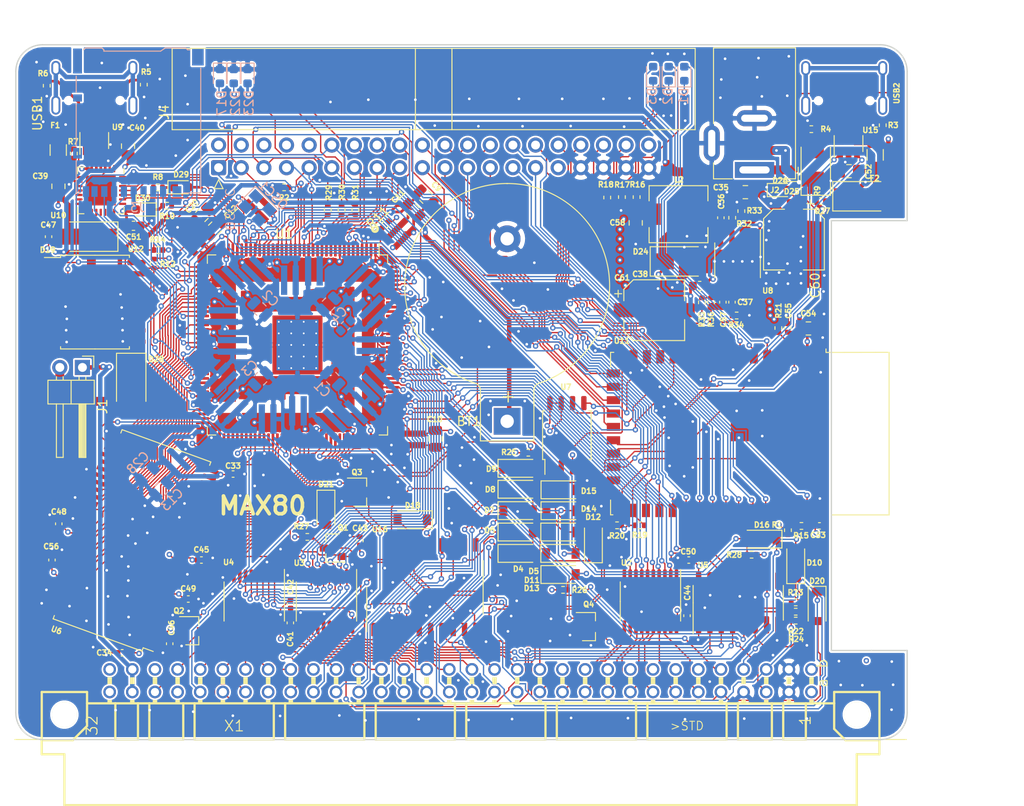
<source format=kicad_pcb>
(kicad_pcb (version 20171130) (host pcbnew 5.1.9-73d0e3b20d~88~ubuntu20.04.1)

  (general
    (thickness 1.6)
    (drawings 17)
    (tracks 4293)
    (zones 0)
    (modules 156)
    (nets 213)
  )

  (page A4)
  (title_block
    (title MAX80)
    (date 2021-01-31)
    (rev 0.01)
    (company "No name")
  )

  (layers
    (0 F.Cu signal)
    (1 In1.Cu signal)
    (2 In2.Cu signal)
    (31 B.Cu signal)
    (32 B.Adhes user)
    (33 F.Adhes user)
    (34 B.Paste user)
    (35 F.Paste user)
    (36 B.SilkS user)
    (37 F.SilkS user)
    (38 B.Mask user)
    (39 F.Mask user)
    (40 Dwgs.User user)
    (41 Cmts.User user)
    (42 Eco1.User user)
    (43 Eco2.User user)
    (44 Edge.Cuts user)
    (45 Margin user)
    (46 B.CrtYd user)
    (47 F.CrtYd user)
    (48 B.Fab user)
    (49 F.Fab user)
  )

  (setup
    (last_trace_width 0.15)
    (user_trace_width 0.3)
    (user_trace_width 0.5)
    (trace_clearance 0.15)
    (zone_clearance 0.2)
    (zone_45_only no)
    (trace_min 0.15)
    (via_size 0.6)
    (via_drill 0.3)
    (via_min_size 0.6)
    (via_min_drill 0.3)
    (uvia_size 0.3)
    (uvia_drill 0.1)
    (uvias_allowed no)
    (uvia_min_size 0.2)
    (uvia_min_drill 0.1)
    (edge_width 0.15)
    (segment_width 0.3)
    (pcb_text_width 0.3)
    (pcb_text_size 1.5 1.5)
    (mod_edge_width 0.15)
    (mod_text_size 1 1)
    (mod_text_width 0.15)
    (pad_size 2.6 1.6)
    (pad_drill 0)
    (pad_to_mask_clearance 0)
    (aux_axis_origin 0 0)
    (grid_origin 86.275 147.925)
    (visible_elements FFFFFF7F)
    (pcbplotparams
      (layerselection 0x010fc_ffffffff)
      (usegerberextensions false)
      (usegerberattributes true)
      (usegerberadvancedattributes true)
      (creategerberjobfile true)
      (excludeedgelayer true)
      (linewidth 0.100000)
      (plotframeref false)
      (viasonmask false)
      (mode 1)
      (useauxorigin false)
      (hpglpennumber 1)
      (hpglpenspeed 20)
      (hpglpendiameter 15.000000)
      (psnegative false)
      (psa4output false)
      (plotreference true)
      (plotvalue true)
      (plotinvisibletext false)
      (padsonsilk false)
      (subtractmaskfromsilk false)
      (outputformat 1)
      (mirror false)
      (drillshape 0)
      (scaleselection 1)
      (outputdirectory "abc80_gerber"))
  )

  (net 0 "")
  (net 1 VCC_ONE)
  (net 2 VCCA)
  (net 3 GND)
  (net 4 CLK0n)
  (net 5 +5V)
  (net 6 "Net-(R5-Pad2)")
  (net 7 "Net-(R6-Pad2)")
  (net 8 "Net-(R7-Pad1)")
  (net 9 "Net-(U10-Pad5)")
  (net 10 "Net-(U10-Pad4)")
  (net 11 "Net-(U9-Pad4)")
  (net 12 "Net-(U9-Pad6)")
  (net 13 "Net-(USB1-Pad13)")
  (net 14 "Net-(BT1-Pad1)")
  (net 15 /A4)
  (net 16 /A3)
  (net 17 /A2)
  (net 18 /A1)
  (net 19 /A0)
  (net 20 /IO0)
  (net 21 /IO3)
  (net 22 /IO4)
  (net 23 /IO5)
  (net 24 /IO6)
  (net 25 /IO7)
  (net 26 /A11)
  (net 27 /IO9)
  (net 28 /A8)
  (net 29 /A7)
  (net 30 /A6)
  (net 31 /A5)
  (net 32 /A9)
  (net 33 /A10)
  (net 34 /A12)
  (net 35 /IO8)
  (net 36 /IO10)
  (net 37 /IO11)
  (net 38 /IO12)
  (net 39 /IO13)
  (net 40 /IO14)
  (net 41 /IO15)
  (net 42 /abc80bus/D7)
  (net 43 /abc80bus/D6)
  (net 44 /abc80bus/D5)
  (net 45 /abc80bus/D4)
  (net 46 /abc80bus/D3)
  (net 47 /abc80bus/D2)
  (net 48 /abc80bus/D1)
  (net 49 /abc80bus/D0)
  (net 50 /abc80bus/A8)
  (net 51 /abc80bus/A9)
  (net 52 /abc80bus/A10)
  (net 53 /abc80bus/A11)
  (net 54 /abc80bus/A12)
  (net 55 /abc80bus/A13)
  (net 56 /abc80bus/A14)
  (net 57 /abc80bus/A15)
  (net 58 /abc80bus/A7)
  (net 59 /abc80bus/A6)
  (net 60 /abc80bus/A5)
  (net 61 /abc80bus/A4)
  (net 62 /abc80bus/A3)
  (net 63 /abc80bus/A2)
  (net 64 /abc80bus/A1)
  (net 65 /abc80bus/A0)
  (net 66 /IO1)
  (net 67 /IO2)
  (net 68 /32KHZ)
  (net 69 /RTC_INT)
  (net 70 /abc80bus/ABC5V)
  (net 71 /SD_DAT1)
  (net 72 /SD_DAT2)
  (net 73 /SD_DAT3)
  (net 74 /SD_CMD)
  (net 75 /SD_CLK)
  (net 76 /SD_DAT0)
  (net 77 FPGA_TDI)
  (net 78 FPGA_TMS)
  (net 79 FPGA_TDO)
  (net 80 FPGA_TCK)
  (net 81 ABC_CLK_5)
  (net 82 /FPGA_SCL)
  (net 83 /FPGA_SDA)
  (net 84 FPGA_SPI_MISO)
  (net 85 FPGA_SPI_MOSI)
  (net 86 FPGA_SPI_CLK)
  (net 87 FGPA_SPI_CS_ESP32)
  (net 88 INT_ESP32)
  (net 89 "Net-(C53-Pad1)")
  (net 90 "Net-(F2-Pad2)")
  (net 91 ESP32_TDO)
  (net 92 ESP32_TCK)
  (net 93 ESP32_TMS)
  (net 94 ESP32_IO0)
  (net 95 ESP32_RXD)
  (net 96 ESP32_TXD)
  (net 97 ESP32_EN)
  (net 98 "Net-(R3-Pad2)")
  (net 99 "Net-(R4-Pad2)")
  (net 100 /ESP32/USB_D-)
  (net 101 /ESP32/USB_D+)
  (net 102 ESP32_TDI)
  (net 103 "Net-(U15-Pad6)")
  (net 104 "Net-(U15-Pad4)")
  (net 105 "Net-(USB2-Pad13)")
  (net 106 "Net-(D1-Pad2)")
  (net 107 "Net-(D1-Pad1)")
  (net 108 "Net-(D2-Pad2)")
  (net 109 "Net-(D2-Pad1)")
  (net 110 "Net-(D3-Pad2)")
  (net 111 "Net-(D3-Pad1)")
  (net 112 ESP32_SCL)
  (net 113 ESP32_SDA)
  (net 114 ESP32_CS2)
  (net 115 ESP32_CS0)
  (net 116 ESP32_MISO)
  (net 117 ESP32_SCK)
  (net 118 ESP32_MOSI)
  (net 119 ESP32_CS1)
  (net 120 /FPGA_USB_TXD)
  (net 121 /FPGA_USB_RXD)
  (net 122 /abc80bus/~XMEMW80)
  (net 123 /abc80bus/~CS)
  (net 124 /abc80bus/~C4)
  (net 125 /abc80bus/~C3)
  (net 126 /abc80bus/~C2)
  (net 127 /abc80bus/~C1)
  (net 128 /abc80bus/~OUT)
  (net 129 /abc80bus/~XOUT)
  (net 130 /abc80bus/~RST)
  (net 131 ~IORD)
  (net 132 /abc80bus/~XMEMFL)
  (net 133 /abc80bus/~XIN)
  (net 134 /abc80bus/~INP)
  (net 135 /abc80bus/~STATUS)
  (net 136 "Net-(D18-Pad1)")
  (net 137 /abc80bus/~XINPSTB)
  (net 138 /abc80bus/~XOUTSTB)
  (net 139 /abc80bus/~XMEMW800)
  (net 140 ADSEL0)
  (net 141 ADSEL1)
  (net 142 "Net-(U3-Pad19)")
  (net 143 "Net-(U4-Pad19)")
  (net 144 /abc80bus/~INT)
  (net 145 ~MEMRD)
  (net 146 AD0)
  (net 147 AD1)
  (net 148 AD2)
  (net 149 AD3)
  (net 150 AD4)
  (net 151 AD5)
  (net 152 AD6)
  (net 153 AD7)
  (net 154 O1)
  (net 155 O2)
  (net 156 /abc80bus/~RESIN)
  (net 157 /abc80bus/~XM)
  (net 158 /abc80bus/Y0)
  (net 159 "Net-(D20-Pad1)")
  (net 160 "Net-(D21-Pad1)")
  (net 161 /FPGA_LED1)
  (net 162 /FPGA_LED2)
  (net 163 /FPGA_LED3)
  (net 164 "Net-(D17-Pad2)")
  (net 165 "Net-(D22-Pad2)")
  (net 166 "Net-(D23-Pad2)")
  (net 167 FPGA_GPIO3)
  (net 168 FPGA_GPIO2)
  (net 169 FPGA_GPIO1)
  (net 170 FPGA_GPIO0)
  (net 171 FPGA_GPIO5)
  (net 172 FPGA_GPIO4)
  (net 173 "Net-(C36-Pad1)")
  (net 174 "Net-(C37-Pad2)")
  (net 175 "Net-(C37-Pad1)")
  (net 176 "Net-(C38-Pad2)")
  (net 177 "Net-(R32-Pad2)")
  (net 178 "Net-(R35-Pad2)")
  (net 179 "Net-(C38-Pad1)")
  (net 180 /abc80bus/READY)
  (net 181 /abc80bus/~NMI)
  (net 182 ~FPGA_READY)
  (net 183 FPGA_NMI)
  (net 184 "Net-(D26-Pad2)")
  (net 185 FPGA_RESIN)
  (net 186 ABC_CLK_3)
  (net 187 /DQMH)
  (net 188 /CLK)
  (net 189 /CKE)
  (net 190 /BA1)
  (net 191 /BA0)
  (net 192 /DQML)
  (net 193 "Net-(D28-Pad2)")
  (net 194 "Net-(D25-Pad2)")
  (net 195 "Net-(F1-Pad2)")
  (net 196 /FPGA_USB_RTS)
  (net 197 /FPGA_USB_CTS)
  (net 198 /FPGA_USB_DTR)
  (net 199 FPGA_JTAGEN)
  (net 200 "Net-(C39-Pad1)")
  (net 201 "Net-(C52-Pad1)")
  (net 202 /WE#)
  (net 203 /CAS#)
  (net 204 /RAS#)
  (net 205 /CS#)
  (net 206 "Net-(D29-Pad1)")
  (net 207 "Net-(D30-Pad1)")
  (net 208 FLASH_CS#)
  (net 209 ~IOWR)
  (net 210 ~MEMWR)
  (net 211 "Net-(R11-Pad1)")
  (net 212 Y0#)

  (net_class Default "This is the default net class."
    (clearance 0.15)
    (trace_width 0.15)
    (via_dia 0.6)
    (via_drill 0.3)
    (uvia_dia 0.3)
    (uvia_drill 0.1)
    (add_net +5V)
    (add_net /32KHZ)
    (add_net /A0)
    (add_net /A1)
    (add_net /A10)
    (add_net /A11)
    (add_net /A12)
    (add_net /A2)
    (add_net /A3)
    (add_net /A4)
    (add_net /A5)
    (add_net /A6)
    (add_net /A7)
    (add_net /A8)
    (add_net /A9)
    (add_net /BA0)
    (add_net /BA1)
    (add_net /CAS#)
    (add_net /CKE)
    (add_net /CLK)
    (add_net /CS#)
    (add_net /DQMH)
    (add_net /DQML)
    (add_net /ESP32/USB_D+)
    (add_net /ESP32/USB_D-)
    (add_net /FPGA_LED1)
    (add_net /FPGA_LED2)
    (add_net /FPGA_LED3)
    (add_net /FPGA_SCL)
    (add_net /FPGA_SDA)
    (add_net /FPGA_USB_CTS)
    (add_net /FPGA_USB_DTR)
    (add_net /FPGA_USB_RTS)
    (add_net /FPGA_USB_RXD)
    (add_net /FPGA_USB_TXD)
    (add_net /IO0)
    (add_net /IO1)
    (add_net /IO10)
    (add_net /IO11)
    (add_net /IO12)
    (add_net /IO13)
    (add_net /IO14)
    (add_net /IO15)
    (add_net /IO2)
    (add_net /IO3)
    (add_net /IO4)
    (add_net /IO5)
    (add_net /IO6)
    (add_net /IO7)
    (add_net /IO8)
    (add_net /IO9)
    (add_net /RAS#)
    (add_net /RTC_INT)
    (add_net /SD_CLK)
    (add_net /SD_CMD)
    (add_net /SD_DAT0)
    (add_net /SD_DAT1)
    (add_net /SD_DAT2)
    (add_net /SD_DAT3)
    (add_net /WE#)
    (add_net /abc80bus/A0)
    (add_net /abc80bus/A1)
    (add_net /abc80bus/A10)
    (add_net /abc80bus/A11)
    (add_net /abc80bus/A12)
    (add_net /abc80bus/A13)
    (add_net /abc80bus/A14)
    (add_net /abc80bus/A15)
    (add_net /abc80bus/A2)
    (add_net /abc80bus/A3)
    (add_net /abc80bus/A4)
    (add_net /abc80bus/A5)
    (add_net /abc80bus/A6)
    (add_net /abc80bus/A7)
    (add_net /abc80bus/A8)
    (add_net /abc80bus/A9)
    (add_net /abc80bus/ABC5V)
    (add_net /abc80bus/D0)
    (add_net /abc80bus/D1)
    (add_net /abc80bus/D2)
    (add_net /abc80bus/D3)
    (add_net /abc80bus/D4)
    (add_net /abc80bus/D5)
    (add_net /abc80bus/D6)
    (add_net /abc80bus/D7)
    (add_net /abc80bus/READY)
    (add_net /abc80bus/Y0)
    (add_net /abc80bus/~C1)
    (add_net /abc80bus/~C2)
    (add_net /abc80bus/~C3)
    (add_net /abc80bus/~C4)
    (add_net /abc80bus/~CS)
    (add_net /abc80bus/~INP)
    (add_net /abc80bus/~INT)
    (add_net /abc80bus/~NMI)
    (add_net /abc80bus/~OUT)
    (add_net /abc80bus/~RESIN)
    (add_net /abc80bus/~RST)
    (add_net /abc80bus/~STATUS)
    (add_net /abc80bus/~XIN)
    (add_net /abc80bus/~XINPSTB)
    (add_net /abc80bus/~XM)
    (add_net /abc80bus/~XMEMFL)
    (add_net /abc80bus/~XMEMW80)
    (add_net /abc80bus/~XMEMW800)
    (add_net /abc80bus/~XOUT)
    (add_net /abc80bus/~XOUTSTB)
    (add_net ABC_CLK_3)
    (add_net ABC_CLK_5)
    (add_net AD0)
    (add_net AD1)
    (add_net AD2)
    (add_net AD3)
    (add_net AD4)
    (add_net AD5)
    (add_net AD6)
    (add_net AD7)
    (add_net ADSEL0)
    (add_net ADSEL1)
    (add_net CLK0n)
    (add_net ESP32_CS0)
    (add_net ESP32_CS1)
    (add_net ESP32_CS2)
    (add_net ESP32_EN)
    (add_net ESP32_IO0)
    (add_net ESP32_MISO)
    (add_net ESP32_MOSI)
    (add_net ESP32_RXD)
    (add_net ESP32_SCK)
    (add_net ESP32_SCL)
    (add_net ESP32_SDA)
    (add_net ESP32_TCK)
    (add_net ESP32_TDI)
    (add_net ESP32_TDO)
    (add_net ESP32_TMS)
    (add_net ESP32_TXD)
    (add_net FGPA_SPI_CS_ESP32)
    (add_net FLASH_CS#)
    (add_net FPGA_GPIO0)
    (add_net FPGA_GPIO1)
    (add_net FPGA_GPIO2)
    (add_net FPGA_GPIO3)
    (add_net FPGA_GPIO4)
    (add_net FPGA_GPIO5)
    (add_net FPGA_JTAGEN)
    (add_net FPGA_NMI)
    (add_net FPGA_RESIN)
    (add_net FPGA_SPI_CLK)
    (add_net FPGA_SPI_MISO)
    (add_net FPGA_SPI_MOSI)
    (add_net FPGA_TCK)
    (add_net FPGA_TDI)
    (add_net FPGA_TDO)
    (add_net FPGA_TMS)
    (add_net GND)
    (add_net INT_ESP32)
    (add_net "Net-(BT1-Pad1)")
    (add_net "Net-(C36-Pad1)")
    (add_net "Net-(C37-Pad1)")
    (add_net "Net-(C37-Pad2)")
    (add_net "Net-(C38-Pad1)")
    (add_net "Net-(C38-Pad2)")
    (add_net "Net-(C39-Pad1)")
    (add_net "Net-(C52-Pad1)")
    (add_net "Net-(C53-Pad1)")
    (add_net "Net-(D1-Pad1)")
    (add_net "Net-(D1-Pad2)")
    (add_net "Net-(D17-Pad2)")
    (add_net "Net-(D18-Pad1)")
    (add_net "Net-(D2-Pad1)")
    (add_net "Net-(D2-Pad2)")
    (add_net "Net-(D20-Pad1)")
    (add_net "Net-(D21-Pad1)")
    (add_net "Net-(D22-Pad2)")
    (add_net "Net-(D23-Pad2)")
    (add_net "Net-(D25-Pad2)")
    (add_net "Net-(D26-Pad2)")
    (add_net "Net-(D28-Pad2)")
    (add_net "Net-(D29-Pad1)")
    (add_net "Net-(D3-Pad1)")
    (add_net "Net-(D3-Pad2)")
    (add_net "Net-(D30-Pad1)")
    (add_net "Net-(F1-Pad2)")
    (add_net "Net-(F2-Pad2)")
    (add_net "Net-(J4-Pad40)")
    (add_net "Net-(J4-Pad6)")
    (add_net "Net-(J4-Pad8)")
    (add_net "Net-(R11-Pad1)")
    (add_net "Net-(R3-Pad2)")
    (add_net "Net-(R32-Pad2)")
    (add_net "Net-(R35-Pad2)")
    (add_net "Net-(R4-Pad2)")
    (add_net "Net-(R5-Pad2)")
    (add_net "Net-(R6-Pad2)")
    (add_net "Net-(R7-Pad1)")
    (add_net "Net-(U10-Pad1)")
    (add_net "Net-(U10-Pad10)")
    (add_net "Net-(U10-Pad11)")
    (add_net "Net-(U10-Pad12)")
    (add_net "Net-(U10-Pad13)")
    (add_net "Net-(U10-Pad14)")
    (add_net "Net-(U10-Pad15)")
    (add_net "Net-(U10-Pad16)")
    (add_net "Net-(U10-Pad17)")
    (add_net "Net-(U10-Pad18)")
    (add_net "Net-(U10-Pad19)")
    (add_net "Net-(U10-Pad2)")
    (add_net "Net-(U10-Pad20)")
    (add_net "Net-(U10-Pad21)")
    (add_net "Net-(U10-Pad22)")
    (add_net "Net-(U10-Pad27)")
    (add_net "Net-(U10-Pad4)")
    (add_net "Net-(U10-Pad5)")
    (add_net "Net-(U11-Pad10)")
    (add_net "Net-(U11-Pad11)")
    (add_net "Net-(U11-Pad25)")
    (add_net "Net-(U11-Pad40)")
    (add_net "Net-(U12-Pad4)")
    (add_net "Net-(U15-Pad4)")
    (add_net "Net-(U15-Pad6)")
    (add_net "Net-(U16-Pad12)")
    (add_net "Net-(U3-Pad19)")
    (add_net "Net-(U4-Pad19)")
    (add_net "Net-(U5-Pad11)")
    (add_net "Net-(U5-Pad12)")
    (add_net "Net-(U5-Pad7)")
    (add_net "Net-(U6-Pad40)")
    (add_net "Net-(U9-Pad4)")
    (add_net "Net-(U9-Pad6)")
    (add_net "Net-(USB1-Pad13)")
    (add_net "Net-(USB1-Pad3)")
    (add_net "Net-(USB1-Pad5)")
    (add_net "Net-(USB1-Pad8)")
    (add_net "Net-(USB1-Pad9)")
    (add_net "Net-(USB2-Pad13)")
    (add_net "Net-(USB2-Pad3)")
    (add_net "Net-(USB2-Pad5)")
    (add_net "Net-(USB2-Pad8)")
    (add_net "Net-(USB2-Pad9)")
    (add_net "Net-(X1-PadA1)")
    (add_net "Net-(X1-PadA14)")
    (add_net "Net-(X1-PadA25)")
    (add_net "Net-(X1-PadA29)")
    (add_net "Net-(X1-PadA32)")
    (add_net "Net-(X1-PadB1)")
    (add_net "Net-(X1-PadB10)")
    (add_net "Net-(X1-PadB11)")
    (add_net "Net-(X1-PadB12)")
    (add_net "Net-(X1-PadB30)")
    (add_net "Net-(X1-PadB32)")
    (add_net "Net-(X1-PadB6)")
    (add_net "Net-(X1-PadB7)")
    (add_net "Net-(X1-PadB8)")
    (add_net "Net-(X1-PadB9)")
    (add_net O1)
    (add_net O2)
    (add_net VCCA)
    (add_net VCC_ONE)
    (add_net Y0#)
    (add_net ~FPGA_READY)
    (add_net ~IORD)
    (add_net ~IOWR)
    (add_net ~MEMRD)
    (add_net ~MEMWR)
  )

  (module max80:SOIC-8_5.23x5.23mm_P1.27mm (layer F.Cu) (tedit 60341344) (tstamp 6034439B)
    (at 114.325 144.835 90)
    (descr "SOIC, 8 Pin (http://www.winbond.com/resource-files/w25q32jv%20revg%2003272018%20plus.pdf#page=68), generated with kicad-footprint-generator ipc_gullwing_generator.py")
    (tags "SOIC SO")
    (path /6035B91A)
    (attr smd)
    (fp_text reference U7 (at 5.42 -0.11 180) (layer F.SilkS)
      (effects (font (size 0.6 0.6) (thickness 0.15)))
    )
    (fp_text value W25Q128JVS (at 0 3.56 90) (layer F.Fab)
      (effects (font (size 1 1) (thickness 0.15)))
    )
    (fp_line (start 0 2.725) (end 2.725 2.725) (layer F.SilkS) (width 0.12))
    (fp_line (start 2.725 2.725) (end 2.725 2.465) (layer F.SilkS) (width 0.12))
    (fp_line (start 0 2.725) (end -2.725 2.725) (layer F.SilkS) (width 0.12))
    (fp_line (start -2.725 2.725) (end -2.725 2.465) (layer F.SilkS) (width 0.12))
    (fp_line (start 0 -2.725) (end 2.725 -2.725) (layer F.SilkS) (width 0.12))
    (fp_line (start 2.725 -2.725) (end 2.725 -2.465) (layer F.SilkS) (width 0.12))
    (fp_line (start 0 -2.725) (end -2.725 -2.725) (layer F.SilkS) (width 0.12))
    (fp_line (start -2.725 -2.725) (end -2.725 -2.465) (layer F.SilkS) (width 0.12))
    (fp_line (start -2.725 -2.465) (end -4.4 -2.465) (layer F.SilkS) (width 0.12))
    (fp_line (start -1.615 -2.615) (end 2.615 -2.615) (layer F.Fab) (width 0.1))
    (fp_line (start 2.615 -2.615) (end 2.615 2.615) (layer F.Fab) (width 0.1))
    (fp_line (start 2.615 2.615) (end -2.615 2.615) (layer F.Fab) (width 0.1))
    (fp_line (start -2.615 2.615) (end -2.615 -1.615) (layer F.Fab) (width 0.1))
    (fp_line (start -2.615 -1.615) (end -1.615 -2.615) (layer F.Fab) (width 0.1))
    (fp_line (start -4.65 -2.86) (end -4.65 2.86) (layer F.CrtYd) (width 0.05))
    (fp_line (start -4.65 2.86) (end 4.65 2.86) (layer F.CrtYd) (width 0.05))
    (fp_line (start 4.65 2.86) (end 4.65 -2.86) (layer F.CrtYd) (width 0.05))
    (fp_line (start 4.65 -2.86) (end -4.65 -2.86) (layer F.CrtYd) (width 0.05))
    (fp_text user %R (at 0 0 90) (layer F.Fab)
      (effects (font (size 1 1) (thickness 0.15)))
    )
    (pad 8 smd roundrect (at 3.6 -1.905 90) (size 1.6 0.6) (layers F.Cu F.Paste F.Mask) (roundrect_rratio 0.25)
      (net 1 VCC_ONE))
    (pad 7 smd roundrect (at 3.6 -0.635 90) (size 1.6 0.6) (layers F.Cu F.Paste F.Mask) (roundrect_rratio 0.25)
      (net 1 VCC_ONE))
    (pad 6 smd roundrect (at 3.6 0.635 90) (size 1.6 0.6) (layers F.Cu F.Paste F.Mask) (roundrect_rratio 0.25)
      (net 86 FPGA_SPI_CLK))
    (pad 5 smd roundrect (at 3.6 1.905 90) (size 1.6 0.6) (layers F.Cu F.Paste F.Mask) (roundrect_rratio 0.25)
      (net 85 FPGA_SPI_MOSI))
    (pad 4 smd roundrect (at -3.6 1.905 90) (size 1.6 0.6) (layers F.Cu F.Paste F.Mask) (roundrect_rratio 0.25)
      (net 3 GND))
    (pad 3 smd roundrect (at -3.6 0.635 90) (size 1.6 0.6) (layers F.Cu F.Paste F.Mask) (roundrect_rratio 0.25)
      (net 1 VCC_ONE))
    (pad 2 smd roundrect (at -3.6 -0.635 90) (size 1.6 0.6) (layers F.Cu F.Paste F.Mask) (roundrect_rratio 0.25)
      (net 84 FPGA_SPI_MISO))
    (pad 1 smd roundrect (at -3.6 -1.905 90) (size 1.6 0.6) (layers F.Cu F.Paste F.Mask) (roundrect_rratio 0.25)
      (net 208 FLASH_CS#))
    (model ${KISYS3DMOD}/Package_SO.3dshapes/SOIC-8_5.275x5.275mm_P1.27mm.wrl
      (at (xyz 0 0 0))
      (scale (xyz 1 1 1))
      (rotate (xyz 0 0 0))
    )
  )

  (module Diode_SMD:D_SOD-123 (layer F.Cu) (tedit 58645DC7) (tstamp 6019B141)
    (at 113.665 160.475)
    (descr SOD-123)
    (tags SOD-123)
    (path /6013B380/60CCF7F9)
    (attr smd)
    (fp_text reference D13 (at -3.29 1.54 180) (layer F.SilkS)
      (effects (font (size 0.6 0.6) (thickness 0.15)))
    )
    (fp_text value DSK14 (at 0 2.1) (layer F.Fab)
      (effects (font (size 1 1) (thickness 0.15)))
    )
    (fp_line (start -2.25 -1) (end 1.65 -1) (layer F.SilkS) (width 0.12))
    (fp_line (start -2.25 1) (end 1.65 1) (layer F.SilkS) (width 0.12))
    (fp_line (start -2.35 -1.15) (end -2.35 1.15) (layer F.CrtYd) (width 0.05))
    (fp_line (start 2.35 1.15) (end -2.35 1.15) (layer F.CrtYd) (width 0.05))
    (fp_line (start 2.35 -1.15) (end 2.35 1.15) (layer F.CrtYd) (width 0.05))
    (fp_line (start -2.35 -1.15) (end 2.35 -1.15) (layer F.CrtYd) (width 0.05))
    (fp_line (start -1.4 -0.9) (end 1.4 -0.9) (layer F.Fab) (width 0.1))
    (fp_line (start 1.4 -0.9) (end 1.4 0.9) (layer F.Fab) (width 0.1))
    (fp_line (start 1.4 0.9) (end -1.4 0.9) (layer F.Fab) (width 0.1))
    (fp_line (start -1.4 0.9) (end -1.4 -0.9) (layer F.Fab) (width 0.1))
    (fp_line (start -0.75 0) (end -0.35 0) (layer F.Fab) (width 0.1))
    (fp_line (start -0.35 0) (end -0.35 -0.55) (layer F.Fab) (width 0.1))
    (fp_line (start -0.35 0) (end -0.35 0.55) (layer F.Fab) (width 0.1))
    (fp_line (start -0.35 0) (end 0.25 -0.4) (layer F.Fab) (width 0.1))
    (fp_line (start 0.25 -0.4) (end 0.25 0.4) (layer F.Fab) (width 0.1))
    (fp_line (start 0.25 0.4) (end -0.35 0) (layer F.Fab) (width 0.1))
    (fp_line (start 0.25 0) (end 0.75 0) (layer F.Fab) (width 0.1))
    (fp_line (start -2.25 -1) (end -2.25 1) (layer F.SilkS) (width 0.12))
    (fp_text user %R (at 3.105 -0.003 90) (layer F.Fab)
      (effects (font (size 0.6 0.6) (thickness 0.15)))
    )
    (pad 2 smd rect (at 1.65 0) (size 0.9 1.2) (layers F.Cu F.Paste F.Mask)
      (net 131 ~IORD))
    (pad 1 smd rect (at -1.65 0) (size 0.9 1.2) (layers F.Cu F.Paste F.Mask)
      (net 133 /abc80bus/~XIN))
    (model ${KISYS3DMOD}/Diode_SMD.3dshapes/D_SOD-123.wrl
      (at (xyz 0 0 0))
      (scale (xyz 1 1 1))
      (rotate (xyz 0 0 0))
    )
  )

  (module Resistor_SMD:R_0402_1005Metric (layer F.Cu) (tedit 5F68FEEE) (tstamp 6034B24B)
    (at 93.955 121.205 45)
    (descr "Resistor SMD 0402 (1005 Metric), square (rectangular) end terminal, IPC_7351 nominal, (Body size source: IPC-SM-782 page 72, https://www.pcb-3d.com/wordpress/wp-content/uploads/ipc-sm-782a_amendment_1_and_2.pdf), generated with kicad-footprint-generator")
    (tags resistor)
    (path /604B03F3)
    (attr smd)
    (fp_text reference R11 (at 0 -1.17 45) (layer F.SilkS)
      (effects (font (size 1 1) (thickness 0.15)))
    )
    (fp_text value 10k (at 0 1.17 45) (layer F.Fab)
      (effects (font (size 1 1) (thickness 0.15)))
    )
    (fp_line (start -0.525 0.27) (end -0.525 -0.27) (layer F.Fab) (width 0.1))
    (fp_line (start -0.525 -0.27) (end 0.525 -0.27) (layer F.Fab) (width 0.1))
    (fp_line (start 0.525 -0.27) (end 0.525 0.27) (layer F.Fab) (width 0.1))
    (fp_line (start 0.525 0.27) (end -0.525 0.27) (layer F.Fab) (width 0.1))
    (fp_line (start -0.153641 -0.38) (end 0.153641 -0.38) (layer F.SilkS) (width 0.12))
    (fp_line (start -0.153641 0.38) (end 0.153641 0.38) (layer F.SilkS) (width 0.12))
    (fp_line (start -0.93 0.47) (end -0.93 -0.47) (layer F.CrtYd) (width 0.05))
    (fp_line (start -0.93 -0.47) (end 0.93 -0.47) (layer F.CrtYd) (width 0.05))
    (fp_line (start 0.93 -0.47) (end 0.93 0.47) (layer F.CrtYd) (width 0.05))
    (fp_line (start 0.93 0.47) (end -0.93 0.47) (layer F.CrtYd) (width 0.05))
    (fp_text user %R (at 0 0 45) (layer F.Fab)
      (effects (font (size 0.26 0.26) (thickness 0.04)))
    )
    (pad 2 smd roundrect (at 0.51 0 45) (size 0.54 0.64) (layers F.Cu F.Paste F.Mask) (roundrect_rratio 0.25)
      (net 1 VCC_ONE))
    (pad 1 smd roundrect (at -0.51 0 45) (size 0.54 0.64) (layers F.Cu F.Paste F.Mask) (roundrect_rratio 0.25)
      (net 211 "Net-(R11-Pad1)"))
    (model ${KISYS3DMOD}/Resistor_SMD.3dshapes/R_0402_1005Metric.wrl
      (at (xyz 0 0 0))
      (scale (xyz 1 1 1))
      (rotate (xyz 0 0 0))
    )
  )

  (module Resistor_SMD:R_0402_1005Metric (layer F.Cu) (tedit 5F68FEEE) (tstamp 6033FBEF)
    (at 69.475 119.075 180)
    (descr "Resistor SMD 0402 (1005 Metric), square (rectangular) end terminal, IPC_7351 nominal, (Body size source: IPC-SM-782 page 72, https://www.pcb-3d.com/wordpress/wp-content/uploads/ipc-sm-782a_amendment_1_and_2.pdf), generated with kicad-footprint-generator")
    (tags resistor)
    (path /60427964)
    (attr smd)
    (fp_text reference R10 (at 0 -1.17) (layer F.SilkS)
      (effects (font (size 0.6 0.6) (thickness 0.15)))
    )
    (fp_text value 1k (at 0 1.17) (layer F.Fab)
      (effects (font (size 1 1) (thickness 0.15)))
    )
    (fp_line (start -0.525 0.27) (end -0.525 -0.27) (layer F.Fab) (width 0.1))
    (fp_line (start -0.525 -0.27) (end 0.525 -0.27) (layer F.Fab) (width 0.1))
    (fp_line (start 0.525 -0.27) (end 0.525 0.27) (layer F.Fab) (width 0.1))
    (fp_line (start 0.525 0.27) (end -0.525 0.27) (layer F.Fab) (width 0.1))
    (fp_line (start -0.153641 -0.38) (end 0.153641 -0.38) (layer F.SilkS) (width 0.12))
    (fp_line (start -0.153641 0.38) (end 0.153641 0.38) (layer F.SilkS) (width 0.12))
    (fp_line (start -0.93 0.47) (end -0.93 -0.47) (layer F.CrtYd) (width 0.05))
    (fp_line (start -0.93 -0.47) (end 0.93 -0.47) (layer F.CrtYd) (width 0.05))
    (fp_line (start 0.93 -0.47) (end 0.93 0.47) (layer F.CrtYd) (width 0.05))
    (fp_line (start 0.93 0.47) (end -0.93 0.47) (layer F.CrtYd) (width 0.05))
    (fp_text user %R (at 0 0) (layer F.Fab)
      (effects (font (size 0.26 0.26) (thickness 0.04)))
    )
    (pad 2 smd roundrect (at 0.51 0 180) (size 0.54 0.64) (layers F.Cu F.Paste F.Mask) (roundrect_rratio 0.25)
      (net 207 "Net-(D30-Pad1)"))
    (pad 1 smd roundrect (at -0.51 0 180) (size 0.54 0.64) (layers F.Cu F.Paste F.Mask) (roundrect_rratio 0.25)
      (net 197 /FPGA_USB_CTS))
    (model ${KISYS3DMOD}/Resistor_SMD.3dshapes/R_0402_1005Metric.wrl
      (at (xyz 0 0 0))
      (scale (xyz 1 1 1))
      (rotate (xyz 0 0 0))
    )
  )

  (module Resistor_SMD:R_0402_1005Metric (layer F.Cu) (tedit 5F68FEEE) (tstamp 6033FBBE)
    (at 68.44 117.025)
    (descr "Resistor SMD 0402 (1005 Metric), square (rectangular) end terminal, IPC_7351 nominal, (Body size source: IPC-SM-782 page 72, https://www.pcb-3d.com/wordpress/wp-content/uploads/ipc-sm-782a_amendment_1_and_2.pdf), generated with kicad-footprint-generator")
    (tags resistor)
    (path /6042C0DA)
    (attr smd)
    (fp_text reference R8 (at 0 -1.17) (layer F.SilkS)
      (effects (font (size 0.6 0.6) (thickness 0.15)))
    )
    (fp_text value 1k (at 0 1.17) (layer F.Fab)
      (effects (font (size 1 1) (thickness 0.15)))
    )
    (fp_line (start -0.525 0.27) (end -0.525 -0.27) (layer F.Fab) (width 0.1))
    (fp_line (start -0.525 -0.27) (end 0.525 -0.27) (layer F.Fab) (width 0.1))
    (fp_line (start 0.525 -0.27) (end 0.525 0.27) (layer F.Fab) (width 0.1))
    (fp_line (start 0.525 0.27) (end -0.525 0.27) (layer F.Fab) (width 0.1))
    (fp_line (start -0.153641 -0.38) (end 0.153641 -0.38) (layer F.SilkS) (width 0.12))
    (fp_line (start -0.153641 0.38) (end 0.153641 0.38) (layer F.SilkS) (width 0.12))
    (fp_line (start -0.93 0.47) (end -0.93 -0.47) (layer F.CrtYd) (width 0.05))
    (fp_line (start -0.93 -0.47) (end 0.93 -0.47) (layer F.CrtYd) (width 0.05))
    (fp_line (start 0.93 -0.47) (end 0.93 0.47) (layer F.CrtYd) (width 0.05))
    (fp_line (start 0.93 0.47) (end -0.93 0.47) (layer F.CrtYd) (width 0.05))
    (fp_text user %R (at 0 0) (layer F.Fab)
      (effects (font (size 0.26 0.26) (thickness 0.04)))
    )
    (pad 2 smd roundrect (at 0.51 0) (size 0.54 0.64) (layers F.Cu F.Paste F.Mask) (roundrect_rratio 0.25)
      (net 206 "Net-(D29-Pad1)"))
    (pad 1 smd roundrect (at -0.51 0) (size 0.54 0.64) (layers F.Cu F.Paste F.Mask) (roundrect_rratio 0.25)
      (net 196 /FPGA_USB_RTS))
    (model ${KISYS3DMOD}/Resistor_SMD.3dshapes/R_0402_1005Metric.wrl
      (at (xyz 0 0 0))
      (scale (xyz 1 1 1))
      (rotate (xyz 0 0 0))
    )
  )

  (module LED_SMD:LED_0603_1608Metric (layer F.Cu) (tedit 5F68FEF1) (tstamp 6033F6D1)
    (at 66.775 119.5 180)
    (descr "LED SMD 0603 (1608 Metric), square (rectangular) end terminal, IPC_7351 nominal, (Body size source: http://www.tortai-tech.com/upload/download/2011102023233369053.pdf), generated with kicad-footprint-generator")
    (tags LED)
    (path /604220EF)
    (attr smd)
    (fp_text reference D30 (at 0.04 1.285) (layer F.SilkS)
      (effects (font (size 0.6 0.6) (thickness 0.15)))
    )
    (fp_text value LED-Y (at 0 1.43) (layer F.Fab)
      (effects (font (size 1 1) (thickness 0.15)))
    )
    (fp_line (start 0.8 -0.4) (end -0.5 -0.4) (layer F.Fab) (width 0.1))
    (fp_line (start -0.5 -0.4) (end -0.8 -0.1) (layer F.Fab) (width 0.1))
    (fp_line (start -0.8 -0.1) (end -0.8 0.4) (layer F.Fab) (width 0.1))
    (fp_line (start -0.8 0.4) (end 0.8 0.4) (layer F.Fab) (width 0.1))
    (fp_line (start 0.8 0.4) (end 0.8 -0.4) (layer F.Fab) (width 0.1))
    (fp_line (start 0.8 -0.735) (end -1.485 -0.735) (layer F.SilkS) (width 0.12))
    (fp_line (start -1.485 -0.735) (end -1.485 0.735) (layer F.SilkS) (width 0.12))
    (fp_line (start -1.485 0.735) (end 0.8 0.735) (layer F.SilkS) (width 0.12))
    (fp_line (start -1.48 0.73) (end -1.48 -0.73) (layer F.CrtYd) (width 0.05))
    (fp_line (start -1.48 -0.73) (end 1.48 -0.73) (layer F.CrtYd) (width 0.05))
    (fp_line (start 1.48 -0.73) (end 1.48 0.73) (layer F.CrtYd) (width 0.05))
    (fp_line (start 1.48 0.73) (end -1.48 0.73) (layer F.CrtYd) (width 0.05))
    (fp_text user %R (at 0 0) (layer F.Fab)
      (effects (font (size 0.4 0.4) (thickness 0.06)))
    )
    (pad 2 smd roundrect (at 0.7875 0 180) (size 0.875 0.95) (layers F.Cu F.Paste F.Mask) (roundrect_rratio 0.25)
      (net 1 VCC_ONE))
    (pad 1 smd roundrect (at -0.7875 0 180) (size 0.875 0.95) (layers F.Cu F.Paste F.Mask) (roundrect_rratio 0.25)
      (net 207 "Net-(D30-Pad1)"))
    (model ${KISYS3DMOD}/LED_SMD.3dshapes/LED_0603_1608Metric.wrl
      (at (xyz 0 0 0))
      (scale (xyz 1 1 1))
      (rotate (xyz 0 0 0))
    )
  )

  (module LED_SMD:LED_0603_1608Metric (layer F.Cu) (tedit 5F68FEF1) (tstamp 6033F6BE)
    (at 71.05 117)
    (descr "LED SMD 0603 (1608 Metric), square (rectangular) end terminal, IPC_7351 nominal, (Body size source: http://www.tortai-tech.com/upload/download/2011102023233369053.pdf), generated with kicad-footprint-generator")
    (tags LED)
    (path /6041A94C)
    (attr smd)
    (fp_text reference D29 (at 0 -1.43) (layer F.SilkS)
      (effects (font (size 0.6 0.6) (thickness 0.15)))
    )
    (fp_text value LED-Y (at 0 1.43) (layer F.Fab)
      (effects (font (size 1 1) (thickness 0.15)))
    )
    (fp_line (start 0.8 -0.4) (end -0.5 -0.4) (layer F.Fab) (width 0.1))
    (fp_line (start -0.5 -0.4) (end -0.8 -0.1) (layer F.Fab) (width 0.1))
    (fp_line (start -0.8 -0.1) (end -0.8 0.4) (layer F.Fab) (width 0.1))
    (fp_line (start -0.8 0.4) (end 0.8 0.4) (layer F.Fab) (width 0.1))
    (fp_line (start 0.8 0.4) (end 0.8 -0.4) (layer F.Fab) (width 0.1))
    (fp_line (start 0.8 -0.735) (end -1.485 -0.735) (layer F.SilkS) (width 0.12))
    (fp_line (start -1.485 -0.735) (end -1.485 0.735) (layer F.SilkS) (width 0.12))
    (fp_line (start -1.485 0.735) (end 0.8 0.735) (layer F.SilkS) (width 0.12))
    (fp_line (start -1.48 0.73) (end -1.48 -0.73) (layer F.CrtYd) (width 0.05))
    (fp_line (start -1.48 -0.73) (end 1.48 -0.73) (layer F.CrtYd) (width 0.05))
    (fp_line (start 1.48 -0.73) (end 1.48 0.73) (layer F.CrtYd) (width 0.05))
    (fp_line (start 1.48 0.73) (end -1.48 0.73) (layer F.CrtYd) (width 0.05))
    (fp_text user %R (at 0 0) (layer F.Fab)
      (effects (font (size 0.4 0.4) (thickness 0.06)))
    )
    (pad 2 smd roundrect (at 0.7875 0) (size 0.875 0.95) (layers F.Cu F.Paste F.Mask) (roundrect_rratio 0.25)
      (net 1 VCC_ONE))
    (pad 1 smd roundrect (at -0.7875 0) (size 0.875 0.95) (layers F.Cu F.Paste F.Mask) (roundrect_rratio 0.25)
      (net 206 "Net-(D29-Pad1)"))
    (model ${KISYS3DMOD}/LED_SMD.3dshapes/LED_0603_1608Metric.wrl
      (at (xyz 0 0 0))
      (scale (xyz 1 1 1))
      (rotate (xyz 0 0 0))
    )
  )

  (module Resistor_SMD:R_0402_1005Metric (layer F.Cu) (tedit 5F68FEEE) (tstamp 60337B92)
    (at 139.125 155.5 90)
    (descr "Resistor SMD 0402 (1005 Metric), square (rectangular) end terminal, IPC_7351 nominal, (Body size source: IPC-SM-782 page 72, https://www.pcb-3d.com/wordpress/wp-content/uploads/ipc-sm-782a_amendment_1_and_2.pdf), generated with kicad-footprint-generator")
    (tags resistor)
    (path /602159BB/60379925)
    (attr smd)
    (fp_text reference R1 (at 0.6 -1.225 180) (layer F.SilkS)
      (effects (font (size 0.6 0.6) (thickness 0.15)))
    )
    (fp_text value 10k (at 0 1.17 90) (layer F.Fab)
      (effects (font (size 1 1) (thickness 0.15)))
    )
    (fp_line (start 0.93 0.47) (end -0.93 0.47) (layer F.CrtYd) (width 0.05))
    (fp_line (start 0.93 -0.47) (end 0.93 0.47) (layer F.CrtYd) (width 0.05))
    (fp_line (start -0.93 -0.47) (end 0.93 -0.47) (layer F.CrtYd) (width 0.05))
    (fp_line (start -0.93 0.47) (end -0.93 -0.47) (layer F.CrtYd) (width 0.05))
    (fp_line (start -0.153641 0.38) (end 0.153641 0.38) (layer F.SilkS) (width 0.12))
    (fp_line (start -0.153641 -0.38) (end 0.153641 -0.38) (layer F.SilkS) (width 0.12))
    (fp_line (start 0.525 0.27) (end -0.525 0.27) (layer F.Fab) (width 0.1))
    (fp_line (start 0.525 -0.27) (end 0.525 0.27) (layer F.Fab) (width 0.1))
    (fp_line (start -0.525 -0.27) (end 0.525 -0.27) (layer F.Fab) (width 0.1))
    (fp_line (start -0.525 0.27) (end -0.525 -0.27) (layer F.Fab) (width 0.1))
    (fp_text user %R (at 0 0 90) (layer F.Fab)
      (effects (font (size 0.26 0.26) (thickness 0.04)))
    )
    (pad 2 smd roundrect (at 0.51 0 90) (size 0.54 0.64) (layers F.Cu F.Paste F.Mask) (roundrect_rratio 0.25)
      (net 89 "Net-(C53-Pad1)"))
    (pad 1 smd roundrect (at -0.51 0 90) (size 0.54 0.64) (layers F.Cu F.Paste F.Mask) (roundrect_rratio 0.25)
      (net 1 VCC_ONE))
    (model ${KISYS3DMOD}/Resistor_SMD.3dshapes/R_0402_1005Metric.wrl
      (at (xyz 0 0 0))
      (scale (xyz 1 1 1))
      (rotate (xyz 0 0 0))
    )
  )

  (module Diode_SMD:D_SMA (layer F.Cu) (tedit 586432E5) (tstamp 6032CF27)
    (at 65.447 139.035 270)
    (descr "Diode SMA (DO-214AC)")
    (tags "Diode SMA (DO-214AC)")
    (path /6013B380/603612AB)
    (attr smd)
    (fp_text reference D28 (at -2.735 -2.803 180) (layer F.SilkS)
      (effects (font (size 0.6 0.6) (thickness 0.15)))
    )
    (fp_text value MBRA340T (at 0 2.6 90) (layer F.Fab)
      (effects (font (size 1 1) (thickness 0.15)))
    )
    (fp_line (start -3.4 -1.65) (end -3.4 1.65) (layer F.SilkS) (width 0.12))
    (fp_line (start 2.3 1.5) (end -2.3 1.5) (layer F.Fab) (width 0.1))
    (fp_line (start -2.3 1.5) (end -2.3 -1.5) (layer F.Fab) (width 0.1))
    (fp_line (start 2.3 -1.5) (end 2.3 1.5) (layer F.Fab) (width 0.1))
    (fp_line (start 2.3 -1.5) (end -2.3 -1.5) (layer F.Fab) (width 0.1))
    (fp_line (start -3.5 -1.75) (end 3.5 -1.75) (layer F.CrtYd) (width 0.05))
    (fp_line (start 3.5 -1.75) (end 3.5 1.75) (layer F.CrtYd) (width 0.05))
    (fp_line (start 3.5 1.75) (end -3.5 1.75) (layer F.CrtYd) (width 0.05))
    (fp_line (start -3.5 1.75) (end -3.5 -1.75) (layer F.CrtYd) (width 0.05))
    (fp_line (start -0.64944 0.00102) (end -1.55114 0.00102) (layer F.Fab) (width 0.1))
    (fp_line (start 0.50118 0.00102) (end 1.4994 0.00102) (layer F.Fab) (width 0.1))
    (fp_line (start -0.64944 -0.79908) (end -0.64944 0.80112) (layer F.Fab) (width 0.1))
    (fp_line (start 0.50118 0.75032) (end 0.50118 -0.79908) (layer F.Fab) (width 0.1))
    (fp_line (start -0.64944 0.00102) (end 0.50118 0.75032) (layer F.Fab) (width 0.1))
    (fp_line (start -0.64944 0.00102) (end 0.50118 -0.79908) (layer F.Fab) (width 0.1))
    (fp_line (start -3.4 1.65) (end 2 1.65) (layer F.SilkS) (width 0.12))
    (fp_line (start -3.4 -1.65) (end 2 -1.65) (layer F.SilkS) (width 0.12))
    (fp_text user %R (at 0 -2.5 90) (layer F.Fab)
      (effects (font (size 1 1) (thickness 0.15)))
    )
    (pad 2 smd rect (at 2 0 270) (size 2.5 1.8) (layers F.Cu F.Paste F.Mask)
      (net 193 "Net-(D28-Pad2)"))
    (pad 1 smd rect (at -2 0 270) (size 2.5 1.8) (layers F.Cu F.Paste F.Mask)
      (net 5 +5V))
    (model ${KISYS3DMOD}/Diode_SMD.3dshapes/D_SMA.wrl
      (at (xyz 0 0 0))
      (scale (xyz 1 1 1))
      (rotate (xyz 0 0 0))
    )
  )

  (module Capacitor_SMD:C_0402_1005Metric (layer F.Cu) (tedit 5F68FEEE) (tstamp 6039D96A)
    (at 56.557 158.847 90)
    (descr "Capacitor SMD 0402 (1005 Metric), square (rectangular) end terminal, IPC_7351 nominal, (Body size source: IPC-SM-782 page 76, https://www.pcb-3d.com/wordpress/wp-content/uploads/ipc-sm-782a_amendment_1_and_2.pdf), generated with kicad-footprint-generator")
    (tags capacitor)
    (path /6091A70C)
    (attr smd)
    (fp_text reference C56 (at 1.522 -0.082 180) (layer F.SilkS)
      (effects (font (size 0.6 0.6) (thickness 0.15)))
    )
    (fp_text value 100nF (at 0 1.16 90) (layer F.Fab)
      (effects (font (size 1 1) (thickness 0.15)))
    )
    (fp_line (start -0.5 0.25) (end -0.5 -0.25) (layer F.Fab) (width 0.1))
    (fp_line (start -0.5 -0.25) (end 0.5 -0.25) (layer F.Fab) (width 0.1))
    (fp_line (start 0.5 -0.25) (end 0.5 0.25) (layer F.Fab) (width 0.1))
    (fp_line (start 0.5 0.25) (end -0.5 0.25) (layer F.Fab) (width 0.1))
    (fp_line (start -0.107836 -0.36) (end 0.107836 -0.36) (layer F.SilkS) (width 0.12))
    (fp_line (start -0.107836 0.36) (end 0.107836 0.36) (layer F.SilkS) (width 0.12))
    (fp_line (start -0.91 0.46) (end -0.91 -0.46) (layer F.CrtYd) (width 0.05))
    (fp_line (start -0.91 -0.46) (end 0.91 -0.46) (layer F.CrtYd) (width 0.05))
    (fp_line (start 0.91 -0.46) (end 0.91 0.46) (layer F.CrtYd) (width 0.05))
    (fp_line (start 0.91 0.46) (end -0.91 0.46) (layer F.CrtYd) (width 0.05))
    (fp_text user %R (at 0 0 90) (layer F.Fab)
      (effects (font (size 0.25 0.25) (thickness 0.04)))
    )
    (pad 2 smd roundrect (at 0.48 0 90) (size 0.56 0.62) (layers F.Cu F.Paste F.Mask) (roundrect_rratio 0.25)
      (net 3 GND))
    (pad 1 smd roundrect (at -0.48 0 90) (size 0.56 0.62) (layers F.Cu F.Paste F.Mask) (roundrect_rratio 0.25)
      (net 1 VCC_ONE))
    (model ${KISYS3DMOD}/Capacitor_SMD.3dshapes/C_0402_1005Metric.wrl
      (at (xyz 0 0 0))
      (scale (xyz 1 1 1))
      (rotate (xyz 0 0 0))
    )
  )

  (module Capacitor_SMD:C_0402_1005Metric (layer F.Cu) (tedit 5F68FEEE) (tstamp 603AB1B9)
    (at 69.765 168.245 270)
    (descr "Capacitor SMD 0402 (1005 Metric), square (rectangular) end terminal, IPC_7351 nominal, (Body size source: IPC-SM-782 page 76, https://www.pcb-3d.com/wordpress/wp-content/uploads/ipc-sm-782a_amendment_1_and_2.pdf), generated with kicad-footprint-generator")
    (tags capacitor)
    (path /60932F0E)
    (attr smd)
    (fp_text reference C46 (at -1.795 -0.21 270) (layer F.SilkS)
      (effects (font (size 0.6 0.6) (thickness 0.15)))
    )
    (fp_text value 100nF (at 0 1.16 90) (layer F.Fab)
      (effects (font (size 1 1) (thickness 0.15)))
    )
    (fp_line (start -0.5 0.25) (end -0.5 -0.25) (layer F.Fab) (width 0.1))
    (fp_line (start -0.5 -0.25) (end 0.5 -0.25) (layer F.Fab) (width 0.1))
    (fp_line (start 0.5 -0.25) (end 0.5 0.25) (layer F.Fab) (width 0.1))
    (fp_line (start 0.5 0.25) (end -0.5 0.25) (layer F.Fab) (width 0.1))
    (fp_line (start -0.107836 -0.36) (end 0.107836 -0.36) (layer F.SilkS) (width 0.12))
    (fp_line (start -0.107836 0.36) (end 0.107836 0.36) (layer F.SilkS) (width 0.12))
    (fp_line (start -0.91 0.46) (end -0.91 -0.46) (layer F.CrtYd) (width 0.05))
    (fp_line (start -0.91 -0.46) (end 0.91 -0.46) (layer F.CrtYd) (width 0.05))
    (fp_line (start 0.91 -0.46) (end 0.91 0.46) (layer F.CrtYd) (width 0.05))
    (fp_line (start 0.91 0.46) (end -0.91 0.46) (layer F.CrtYd) (width 0.05))
    (fp_text user %R (at 0 0 90) (layer F.Fab)
      (effects (font (size 0.25 0.25) (thickness 0.04)))
    )
    (pad 2 smd roundrect (at 0.48 0 270) (size 0.56 0.62) (layers F.Cu F.Paste F.Mask) (roundrect_rratio 0.25)
      (net 3 GND))
    (pad 1 smd roundrect (at -0.48 0 270) (size 0.56 0.62) (layers F.Cu F.Paste F.Mask) (roundrect_rratio 0.25)
      (net 1 VCC_ONE))
    (model ${KISYS3DMOD}/Capacitor_SMD.3dshapes/C_0402_1005Metric.wrl
      (at (xyz 0 0 0))
      (scale (xyz 1 1 1))
      (rotate (xyz 0 0 0))
    )
  )

  (module Capacitor_SMD:C_0402_1005Metric (layer F.Cu) (tedit 5F68FEEE) (tstamp 603AB1A8)
    (at 73.321 158.847)
    (descr "Capacitor SMD 0402 (1005 Metric), square (rectangular) end terminal, IPC_7351 nominal, (Body size source: IPC-SM-782 page 76, https://www.pcb-3d.com/wordpress/wp-content/uploads/ipc-sm-782a_amendment_1_and_2.pdf), generated with kicad-footprint-generator")
    (tags capacitor)
    (path /6094CE83)
    (attr smd)
    (fp_text reference C45 (at 0 -1.16) (layer F.SilkS)
      (effects (font (size 0.6 0.6) (thickness 0.15)))
    )
    (fp_text value 100nF (at 0 1.16) (layer F.Fab)
      (effects (font (size 1 1) (thickness 0.15)))
    )
    (fp_line (start -0.5 0.25) (end -0.5 -0.25) (layer F.Fab) (width 0.1))
    (fp_line (start -0.5 -0.25) (end 0.5 -0.25) (layer F.Fab) (width 0.1))
    (fp_line (start 0.5 -0.25) (end 0.5 0.25) (layer F.Fab) (width 0.1))
    (fp_line (start 0.5 0.25) (end -0.5 0.25) (layer F.Fab) (width 0.1))
    (fp_line (start -0.107836 -0.36) (end 0.107836 -0.36) (layer F.SilkS) (width 0.12))
    (fp_line (start -0.107836 0.36) (end 0.107836 0.36) (layer F.SilkS) (width 0.12))
    (fp_line (start -0.91 0.46) (end -0.91 -0.46) (layer F.CrtYd) (width 0.05))
    (fp_line (start -0.91 -0.46) (end 0.91 -0.46) (layer F.CrtYd) (width 0.05))
    (fp_line (start 0.91 -0.46) (end 0.91 0.46) (layer F.CrtYd) (width 0.05))
    (fp_line (start 0.91 0.46) (end -0.91 0.46) (layer F.CrtYd) (width 0.05))
    (fp_text user %R (at 0 0) (layer F.Fab)
      (effects (font (size 0.25 0.25) (thickness 0.04)))
    )
    (pad 2 smd roundrect (at 0.48 0) (size 0.56 0.62) (layers F.Cu F.Paste F.Mask) (roundrect_rratio 0.25)
      (net 3 GND))
    (pad 1 smd roundrect (at -0.48 0) (size 0.56 0.62) (layers F.Cu F.Paste F.Mask) (roundrect_rratio 0.25)
      (net 1 VCC_ONE))
    (model ${KISYS3DMOD}/Capacitor_SMD.3dshapes/C_0402_1005Metric.wrl
      (at (xyz 0 0 0))
      (scale (xyz 1 1 1))
      (rotate (xyz 0 0 0))
    )
  )

  (module Capacitor_SMD:C_0402_1005Metric (layer F.Cu) (tedit 5F68FEEE) (tstamp 603AC9A5)
    (at 64.431 169.261 180)
    (descr "Capacitor SMD 0402 (1005 Metric), square (rectangular) end terminal, IPC_7351 nominal, (Body size source: IPC-SM-782 page 76, https://www.pcb-3d.com/wordpress/wp-content/uploads/ipc-sm-782a_amendment_1_and_2.pdf), generated with kicad-footprint-generator")
    (tags capacitor)
    (path /6097D4FE)
    (attr smd)
    (fp_text reference C34 (at 2.006 0) (layer F.SilkS)
      (effects (font (size 0.6 0.6) (thickness 0.15)))
    )
    (fp_text value 100nF (at 0 1.16) (layer F.Fab)
      (effects (font (size 1 1) (thickness 0.15)))
    )
    (fp_line (start -0.5 0.25) (end -0.5 -0.25) (layer F.Fab) (width 0.1))
    (fp_line (start -0.5 -0.25) (end 0.5 -0.25) (layer F.Fab) (width 0.1))
    (fp_line (start 0.5 -0.25) (end 0.5 0.25) (layer F.Fab) (width 0.1))
    (fp_line (start 0.5 0.25) (end -0.5 0.25) (layer F.Fab) (width 0.1))
    (fp_line (start -0.107836 -0.36) (end 0.107836 -0.36) (layer F.SilkS) (width 0.12))
    (fp_line (start -0.107836 0.36) (end 0.107836 0.36) (layer F.SilkS) (width 0.12))
    (fp_line (start -0.91 0.46) (end -0.91 -0.46) (layer F.CrtYd) (width 0.05))
    (fp_line (start -0.91 -0.46) (end 0.91 -0.46) (layer F.CrtYd) (width 0.05))
    (fp_line (start 0.91 -0.46) (end 0.91 0.46) (layer F.CrtYd) (width 0.05))
    (fp_line (start 0.91 0.46) (end -0.91 0.46) (layer F.CrtYd) (width 0.05))
    (fp_text user %R (at 0 0) (layer F.Fab)
      (effects (font (size 0.25 0.25) (thickness 0.04)))
    )
    (pad 2 smd roundrect (at 0.48 0 180) (size 0.56 0.62) (layers F.Cu F.Paste F.Mask) (roundrect_rratio 0.25)
      (net 3 GND))
    (pad 1 smd roundrect (at -0.48 0 180) (size 0.56 0.62) (layers F.Cu F.Paste F.Mask) (roundrect_rratio 0.25)
      (net 1 VCC_ONE))
    (model ${KISYS3DMOD}/Capacitor_SMD.3dshapes/C_0402_1005Metric.wrl
      (at (xyz 0 0 0))
      (scale (xyz 1 1 1))
      (rotate (xyz 0 0 0))
    )
  )

  (module Capacitor_SMD:C_0402_1005Metric (layer F.Cu) (tedit 5F68FEEE) (tstamp 603AB046)
    (at 76.877 149.195)
    (descr "Capacitor SMD 0402 (1005 Metric), square (rectangular) end terminal, IPC_7351 nominal, (Body size source: IPC-SM-782 page 76, https://www.pcb-3d.com/wordpress/wp-content/uploads/ipc-sm-782a_amendment_1_and_2.pdf), generated with kicad-footprint-generator")
    (tags capacitor)
    (path /60997E09)
    (attr smd)
    (fp_text reference C33 (at -0.002 -0.92) (layer F.SilkS)
      (effects (font (size 0.6 0.6) (thickness 0.15)))
    )
    (fp_text value 100nF (at 0 1.16) (layer F.Fab)
      (effects (font (size 1 1) (thickness 0.15)))
    )
    (fp_line (start -0.5 0.25) (end -0.5 -0.25) (layer F.Fab) (width 0.1))
    (fp_line (start -0.5 -0.25) (end 0.5 -0.25) (layer F.Fab) (width 0.1))
    (fp_line (start 0.5 -0.25) (end 0.5 0.25) (layer F.Fab) (width 0.1))
    (fp_line (start 0.5 0.25) (end -0.5 0.25) (layer F.Fab) (width 0.1))
    (fp_line (start -0.107836 -0.36) (end 0.107836 -0.36) (layer F.SilkS) (width 0.12))
    (fp_line (start -0.107836 0.36) (end 0.107836 0.36) (layer F.SilkS) (width 0.12))
    (fp_line (start -0.91 0.46) (end -0.91 -0.46) (layer F.CrtYd) (width 0.05))
    (fp_line (start -0.91 -0.46) (end 0.91 -0.46) (layer F.CrtYd) (width 0.05))
    (fp_line (start 0.91 -0.46) (end 0.91 0.46) (layer F.CrtYd) (width 0.05))
    (fp_line (start 0.91 0.46) (end -0.91 0.46) (layer F.CrtYd) (width 0.05))
    (fp_text user %R (at 0 0) (layer F.Fab)
      (effects (font (size 0.25 0.25) (thickness 0.04)))
    )
    (pad 2 smd roundrect (at 0.48 0) (size 0.56 0.62) (layers F.Cu F.Paste F.Mask) (roundrect_rratio 0.25)
      (net 3 GND))
    (pad 1 smd roundrect (at -0.48 0) (size 0.56 0.62) (layers F.Cu F.Paste F.Mask) (roundrect_rratio 0.25)
      (net 1 VCC_ONE))
    (model ${KISYS3DMOD}/Capacitor_SMD.3dshapes/C_0402_1005Metric.wrl
      (at (xyz 0 0 0))
      (scale (xyz 1 1 1))
      (rotate (xyz 0 0 0))
    )
  )

  (module Package_SO:TSOP-II-54_22.2x10.16mm_P0.8mm (layer F.Cu) (tedit 5B589EC7) (tstamp 60346482)
    (at 65.535 156.645 160)
    (descr "54-lead TSOP typ II package")
    (tags "TSOPII TSOP2")
    (path /604F9283)
    (attr smd)
    (fp_text reference U6 (at 4.513002 -12.365253 160) (layer F.SilkS)
      (effects (font (size 0.6 0.6) (thickness 0.15)))
    )
    (fp_text value MT48LC16M16A2P-6A (at 0 12.5 160) (layer F.Fab)
      (effects (font (size 0.85 0.85) (thickness 0.15)))
    )
    (fp_line (start -6.76 -11.36) (end -6.76 11.36) (layer F.CrtYd) (width 0.05))
    (fp_line (start 6.76 11.36) (end -6.76 11.36) (layer F.CrtYd) (width 0.05))
    (fp_line (start 6.76 -11.36) (end 6.76 11.36) (layer F.CrtYd) (width 0.05))
    (fp_line (start -6.76 -11.36) (end 6.76 -11.36) (layer F.CrtYd) (width 0.05))
    (fp_line (start -5.3 10.9) (end -5.3 11.3) (layer F.SilkS) (width 0.12))
    (fp_line (start 5.3 10.9) (end 5.3 11.3) (layer F.SilkS) (width 0.12))
    (fp_line (start 5.3 -11.3) (end 5.3 -10.9) (layer F.SilkS) (width 0.12))
    (fp_line (start -5.3 11.3) (end 5.3 11.3) (layer F.SilkS) (width 0.12))
    (fp_line (start -5.3 -11.3) (end 5.3 -11.3) (layer F.SilkS) (width 0.12))
    (fp_line (start -5.3 -10.9) (end -5.3 -11.3) (layer F.SilkS) (width 0.12))
    (fp_line (start -6.5 -10.9) (end -5.3 -10.9) (layer F.SilkS) (width 0.12))
    (fp_line (start -4.08 -11.11) (end -5.08 -10.11) (layer F.Fab) (width 0.1))
    (fp_line (start -5.08 11.11) (end -5.08 -10.11) (layer F.Fab) (width 0.1))
    (fp_line (start 5.08 11.11) (end -5.08 11.11) (layer F.Fab) (width 0.1))
    (fp_line (start 5.08 -11.11) (end 5.08 11.11) (layer F.Fab) (width 0.1))
    (fp_line (start -4.08 -11.11) (end 5.08 -11.11) (layer F.Fab) (width 0.1))
    (fp_text user %R (at 0 0 160) (layer F.Fab)
      (effects (font (size 1 1) (thickness 0.15)))
    )
    (pad 54 smd rect (at 5.75 -10.4 160) (size 1.51 0.458) (layers F.Cu F.Paste F.Mask)
      (net 3 GND))
    (pad 53 smd rect (at 5.75 -9.6 160) (size 1.51 0.458) (layers F.Cu F.Paste F.Mask)
      (net 41 /IO15))
    (pad 52 smd rect (at 5.75 -8.8 160) (size 1.51 0.458) (layers F.Cu F.Paste F.Mask)
      (net 3 GND))
    (pad 51 smd rect (at 5.75 -8 160) (size 1.51 0.458) (layers F.Cu F.Paste F.Mask)
      (net 40 /IO14))
    (pad 50 smd rect (at 5.75 -7.2 160) (size 1.51 0.458) (layers F.Cu F.Paste F.Mask)
      (net 39 /IO13))
    (pad 49 smd rect (at 5.75 -6.4 160) (size 1.51 0.458) (layers F.Cu F.Paste F.Mask)
      (net 1 VCC_ONE))
    (pad 48 smd rect (at 5.75 -5.6 160) (size 1.51 0.458) (layers F.Cu F.Paste F.Mask)
      (net 38 /IO12))
    (pad 47 smd rect (at 5.75 -4.8 160) (size 1.51 0.458) (layers F.Cu F.Paste F.Mask)
      (net 37 /IO11))
    (pad 46 smd rect (at 5.75 -4 160) (size 1.51 0.458) (layers F.Cu F.Paste F.Mask)
      (net 3 GND))
    (pad 45 smd rect (at 5.75 -3.2 160) (size 1.51 0.458) (layers F.Cu F.Paste F.Mask)
      (net 36 /IO10))
    (pad 44 smd rect (at 5.75 -2.4 160) (size 1.51 0.458) (layers F.Cu F.Paste F.Mask)
      (net 27 /IO9))
    (pad 43 smd rect (at 5.75 -1.6 160) (size 1.51 0.458) (layers F.Cu F.Paste F.Mask)
      (net 1 VCC_ONE))
    (pad 42 smd rect (at 5.75 -0.8 160) (size 1.51 0.458) (layers F.Cu F.Paste F.Mask)
      (net 35 /IO8))
    (pad 41 smd rect (at 5.75 0 160) (size 1.51 0.458) (layers F.Cu F.Paste F.Mask)
      (net 3 GND))
    (pad 40 smd rect (at 5.75 0.8 160) (size 1.51 0.458) (layers F.Cu F.Paste F.Mask))
    (pad 39 smd rect (at 5.75 1.6 160) (size 1.51 0.458) (layers F.Cu F.Paste F.Mask)
      (net 187 /DQMH))
    (pad 38 smd rect (at 5.75 2.4 160) (size 1.51 0.458) (layers F.Cu F.Paste F.Mask)
      (net 188 /CLK))
    (pad 37 smd rect (at 5.75 3.2 160) (size 1.51 0.458) (layers F.Cu F.Paste F.Mask)
      (net 189 /CKE))
    (pad 36 smd rect (at 5.75 4 160) (size 1.51 0.458) (layers F.Cu F.Paste F.Mask)
      (net 34 /A12))
    (pad 35 smd rect (at 5.75 4.8 160) (size 1.51 0.458) (layers F.Cu F.Paste F.Mask)
      (net 26 /A11))
    (pad 34 smd rect (at 5.75 5.6 160) (size 1.51 0.458) (layers F.Cu F.Paste F.Mask)
      (net 32 /A9))
    (pad 33 smd rect (at 5.75 6.4 160) (size 1.51 0.458) (layers F.Cu F.Paste F.Mask)
      (net 28 /A8))
    (pad 32 smd rect (at 5.75 7.2 160) (size 1.51 0.458) (layers F.Cu F.Paste F.Mask)
      (net 29 /A7))
    (pad 31 smd rect (at 5.75 8 160) (size 1.51 0.458) (layers F.Cu F.Paste F.Mask)
      (net 30 /A6))
    (pad 30 smd rect (at 5.75 8.8 160) (size 1.51 0.458) (layers F.Cu F.Paste F.Mask)
      (net 31 /A5))
    (pad 29 smd rect (at 5.75 9.6 160) (size 1.51 0.458) (layers F.Cu F.Paste F.Mask)
      (net 15 /A4))
    (pad 28 smd rect (at 5.75 10.4 160) (size 1.51 0.458) (layers F.Cu F.Paste F.Mask)
      (net 3 GND))
    (pad 27 smd rect (at -5.75 10.4 160) (size 1.51 0.458) (layers F.Cu F.Paste F.Mask)
      (net 1 VCC_ONE))
    (pad 26 smd rect (at -5.75 9.6 160) (size 1.51 0.458) (layers F.Cu F.Paste F.Mask)
      (net 16 /A3))
    (pad 25 smd rect (at -5.75 8.8 160) (size 1.51 0.458) (layers F.Cu F.Paste F.Mask)
      (net 17 /A2))
    (pad 24 smd rect (at -5.75 8 160) (size 1.51 0.458) (layers F.Cu F.Paste F.Mask)
      (net 18 /A1))
    (pad 23 smd rect (at -5.75 7.2 160) (size 1.51 0.458) (layers F.Cu F.Paste F.Mask)
      (net 19 /A0))
    (pad 22 smd rect (at -5.75 6.4 160) (size 1.51 0.458) (layers F.Cu F.Paste F.Mask)
      (net 33 /A10))
    (pad 21 smd rect (at -5.75 5.6 160) (size 1.51 0.458) (layers F.Cu F.Paste F.Mask)
      (net 190 /BA1))
    (pad 20 smd rect (at -5.75 4.8 160) (size 1.51 0.458) (layers F.Cu F.Paste F.Mask)
      (net 191 /BA0))
    (pad 19 smd rect (at -5.75 4 160) (size 1.51 0.458) (layers F.Cu F.Paste F.Mask)
      (net 205 /CS#))
    (pad 18 smd rect (at -5.75 3.2 160) (size 1.51 0.458) (layers F.Cu F.Paste F.Mask)
      (net 204 /RAS#))
    (pad 17 smd rect (at -5.75 2.4 160) (size 1.51 0.458) (layers F.Cu F.Paste F.Mask)
      (net 203 /CAS#))
    (pad 16 smd rect (at -5.75 1.6 160) (size 1.51 0.458) (layers F.Cu F.Paste F.Mask)
      (net 202 /WE#))
    (pad 15 smd rect (at -5.75 0.8 160) (size 1.51 0.458) (layers F.Cu F.Paste F.Mask)
      (net 192 /DQML))
    (pad 14 smd rect (at -5.75 0 160) (size 1.51 0.458) (layers F.Cu F.Paste F.Mask)
      (net 1 VCC_ONE))
    (pad 13 smd rect (at -5.75 -0.8 160) (size 1.51 0.458) (layers F.Cu F.Paste F.Mask)
      (net 25 /IO7))
    (pad 12 smd rect (at -5.75 -1.6 160) (size 1.51 0.458) (layers F.Cu F.Paste F.Mask)
      (net 3 GND))
    (pad 11 smd rect (at -5.75 -2.4 160) (size 1.51 0.458) (layers F.Cu F.Paste F.Mask)
      (net 24 /IO6))
    (pad 10 smd rect (at -5.75 -3.2 160) (size 1.51 0.458) (layers F.Cu F.Paste F.Mask)
      (net 23 /IO5))
    (pad 9 smd rect (at -5.75 -4 160) (size 1.51 0.458) (layers F.Cu F.Paste F.Mask)
      (net 1 VCC_ONE))
    (pad 8 smd rect (at -5.75 -4.8 160) (size 1.51 0.458) (layers F.Cu F.Paste F.Mask)
      (net 22 /IO4))
    (pad 7 smd rect (at -5.75 -5.6 160) (size 1.51 0.458) (layers F.Cu F.Paste F.Mask)
      (net 21 /IO3))
    (pad 6 smd rect (at -5.75 -6.4 160) (size 1.51 0.458) (layers F.Cu F.Paste F.Mask)
      (net 3 GND))
    (pad 5 smd rect (at -5.75 -7.2 160) (size 1.51 0.458) (layers F.Cu F.Paste F.Mask)
      (net 67 /IO2))
    (pad 4 smd rect (at -5.75 -8 160) (size 1.51 0.458) (layers F.Cu F.Paste F.Mask)
      (net 66 /IO1))
    (pad 3 smd rect (at -5.75 -8.8 160) (size 1.51 0.458) (layers F.Cu F.Paste F.Mask)
      (net 1 VCC_ONE))
    (pad 2 smd rect (at -5.75 -9.6 160) (size 1.51 0.458) (layers F.Cu F.Paste F.Mask)
      (net 20 /IO0))
    (pad 1 smd rect (at -5.75 -10.4 160) (size 1.51 0.458) (layers F.Cu F.Paste F.Mask)
      (net 1 VCC_ONE))
    (model ${KISYS3DMOD}/Package_SO.3dshapes/TSOP-II-54_22.2x10.16mm_P0.8mm.wrl
      (at (xyz 0 0 0))
      (scale (xyz 1 1 1))
      (rotate (xyz 0 0 0))
    )
  )

  (module Connector_PinHeader_2.54mm:PinHeader_1x02_P2.54mm_Horizontal (layer F.Cu) (tedit 59FED5CB) (tstamp 6032D4AA)
    (at 59.975 137.225 270)
    (descr "Through hole angled pin header, 1x02, 2.54mm pitch, 6mm pin length, single row")
    (tags "Through hole angled pin header THT 1x02 2.54mm single row")
    (path /6013B380/603FB6A3)
    (fp_text reference J1 (at 4.385 -2.27 90) (layer F.SilkS)
      (effects (font (size 1 1) (thickness 0.15)))
    )
    (fp_text value Conn_01x02_Male (at 4.385 4.81 90) (layer F.Fab)
      (effects (font (size 1 1) (thickness 0.15)))
    )
    (fp_line (start 2.135 -1.27) (end 4.04 -1.27) (layer F.Fab) (width 0.1))
    (fp_line (start 4.04 -1.27) (end 4.04 3.81) (layer F.Fab) (width 0.1))
    (fp_line (start 4.04 3.81) (end 1.5 3.81) (layer F.Fab) (width 0.1))
    (fp_line (start 1.5 3.81) (end 1.5 -0.635) (layer F.Fab) (width 0.1))
    (fp_line (start 1.5 -0.635) (end 2.135 -1.27) (layer F.Fab) (width 0.1))
    (fp_line (start -0.32 -0.32) (end 1.5 -0.32) (layer F.Fab) (width 0.1))
    (fp_line (start -0.32 -0.32) (end -0.32 0.32) (layer F.Fab) (width 0.1))
    (fp_line (start -0.32 0.32) (end 1.5 0.32) (layer F.Fab) (width 0.1))
    (fp_line (start 4.04 -0.32) (end 10.04 -0.32) (layer F.Fab) (width 0.1))
    (fp_line (start 10.04 -0.32) (end 10.04 0.32) (layer F.Fab) (width 0.1))
    (fp_line (start 4.04 0.32) (end 10.04 0.32) (layer F.Fab) (width 0.1))
    (fp_line (start -0.32 2.22) (end 1.5 2.22) (layer F.Fab) (width 0.1))
    (fp_line (start -0.32 2.22) (end -0.32 2.86) (layer F.Fab) (width 0.1))
    (fp_line (start -0.32 2.86) (end 1.5 2.86) (layer F.Fab) (width 0.1))
    (fp_line (start 4.04 2.22) (end 10.04 2.22) (layer F.Fab) (width 0.1))
    (fp_line (start 10.04 2.22) (end 10.04 2.86) (layer F.Fab) (width 0.1))
    (fp_line (start 4.04 2.86) (end 10.04 2.86) (layer F.Fab) (width 0.1))
    (fp_line (start 1.44 -1.33) (end 1.44 3.87) (layer F.SilkS) (width 0.12))
    (fp_line (start 1.44 3.87) (end 4.1 3.87) (layer F.SilkS) (width 0.12))
    (fp_line (start 4.1 3.87) (end 4.1 -1.33) (layer F.SilkS) (width 0.12))
    (fp_line (start 4.1 -1.33) (end 1.44 -1.33) (layer F.SilkS) (width 0.12))
    (fp_line (start 4.1 -0.38) (end 10.1 -0.38) (layer F.SilkS) (width 0.12))
    (fp_line (start 10.1 -0.38) (end 10.1 0.38) (layer F.SilkS) (width 0.12))
    (fp_line (start 10.1 0.38) (end 4.1 0.38) (layer F.SilkS) (width 0.12))
    (fp_line (start 4.1 -0.32) (end 10.1 -0.32) (layer F.SilkS) (width 0.12))
    (fp_line (start 4.1 -0.2) (end 10.1 -0.2) (layer F.SilkS) (width 0.12))
    (fp_line (start 4.1 -0.08) (end 10.1 -0.08) (layer F.SilkS) (width 0.12))
    (fp_line (start 4.1 0.04) (end 10.1 0.04) (layer F.SilkS) (width 0.12))
    (fp_line (start 4.1 0.16) (end 10.1 0.16) (layer F.SilkS) (width 0.12))
    (fp_line (start 4.1 0.28) (end 10.1 0.28) (layer F.SilkS) (width 0.12))
    (fp_line (start 1.11 -0.38) (end 1.44 -0.38) (layer F.SilkS) (width 0.12))
    (fp_line (start 1.11 0.38) (end 1.44 0.38) (layer F.SilkS) (width 0.12))
    (fp_line (start 1.44 1.27) (end 4.1 1.27) (layer F.SilkS) (width 0.12))
    (fp_line (start 4.1 2.16) (end 10.1 2.16) (layer F.SilkS) (width 0.12))
    (fp_line (start 10.1 2.16) (end 10.1 2.92) (layer F.SilkS) (width 0.12))
    (fp_line (start 10.1 2.92) (end 4.1 2.92) (layer F.SilkS) (width 0.12))
    (fp_line (start 1.042929 2.16) (end 1.44 2.16) (layer F.SilkS) (width 0.12))
    (fp_line (start 1.042929 2.92) (end 1.44 2.92) (layer F.SilkS) (width 0.12))
    (fp_line (start -1.27 0) (end -1.27 -1.27) (layer F.SilkS) (width 0.12))
    (fp_line (start -1.27 -1.27) (end 0 -1.27) (layer F.SilkS) (width 0.12))
    (fp_line (start -1.8 -1.8) (end -1.8 4.35) (layer F.CrtYd) (width 0.05))
    (fp_line (start -1.8 4.35) (end 10.55 4.35) (layer F.CrtYd) (width 0.05))
    (fp_line (start 10.55 4.35) (end 10.55 -1.8) (layer F.CrtYd) (width 0.05))
    (fp_line (start 10.55 -1.8) (end -1.8 -1.8) (layer F.CrtYd) (width 0.05))
    (fp_text user %R (at 2.77 1.27) (layer F.Fab)
      (effects (font (size 1 1) (thickness 0.15)))
    )
    (pad 2 thru_hole oval (at 0 2.54 270) (size 1.7 1.7) (drill 1) (layers *.Cu *.Mask)
      (net 193 "Net-(D28-Pad2)"))
    (pad 1 thru_hole rect (at 0 0 270) (size 1.7 1.7) (drill 1) (layers *.Cu *.Mask)
      (net 70 /abc80bus/ABC5V))
    (model ${KISYS3DMOD}/Connector_PinHeader_2.54mm.3dshapes/PinHeader_1x02_P2.54mm_Horizontal.wrl
      (at (xyz 0 0 0))
      (scale (xyz 1 1 1))
      (rotate (xyz 0 0 0))
    )
  )

  (module Diode_SMD:D_SMA (layer F.Cu) (tedit 586432E5) (tstamp 60323018)
    (at 147.555 118.015)
    (descr "Diode SMA (DO-214AC)")
    (tags "Diode SMA (DO-214AC)")
    (path /602159BB/6032D6A5)
    (attr smd)
    (fp_text reference D27 (at -4.555 1.645) (layer F.SilkS)
      (effects (font (size 0.6 0.6) (thickness 0.15)))
    )
    (fp_text value MBRA340T (at 0 2.6) (layer F.Fab)
      (effects (font (size 1 1) (thickness 0.15)))
    )
    (fp_line (start -3.4 -1.65) (end 2 -1.65) (layer F.SilkS) (width 0.12))
    (fp_line (start -3.4 1.65) (end 2 1.65) (layer F.SilkS) (width 0.12))
    (fp_line (start -0.64944 0.00102) (end 0.50118 -0.79908) (layer F.Fab) (width 0.1))
    (fp_line (start -0.64944 0.00102) (end 0.50118 0.75032) (layer F.Fab) (width 0.1))
    (fp_line (start 0.50118 0.75032) (end 0.50118 -0.79908) (layer F.Fab) (width 0.1))
    (fp_line (start -0.64944 -0.79908) (end -0.64944 0.80112) (layer F.Fab) (width 0.1))
    (fp_line (start 0.50118 0.00102) (end 1.4994 0.00102) (layer F.Fab) (width 0.1))
    (fp_line (start -0.64944 0.00102) (end -1.55114 0.00102) (layer F.Fab) (width 0.1))
    (fp_line (start -3.5 1.75) (end -3.5 -1.75) (layer F.CrtYd) (width 0.05))
    (fp_line (start 3.5 1.75) (end -3.5 1.75) (layer F.CrtYd) (width 0.05))
    (fp_line (start 3.5 -1.75) (end 3.5 1.75) (layer F.CrtYd) (width 0.05))
    (fp_line (start -3.5 -1.75) (end 3.5 -1.75) (layer F.CrtYd) (width 0.05))
    (fp_line (start 2.3 -1.5) (end -2.3 -1.5) (layer F.Fab) (width 0.1))
    (fp_line (start 2.3 -1.5) (end 2.3 1.5) (layer F.Fab) (width 0.1))
    (fp_line (start -2.3 1.5) (end -2.3 -1.5) (layer F.Fab) (width 0.1))
    (fp_line (start 2.3 1.5) (end -2.3 1.5) (layer F.Fab) (width 0.1))
    (fp_line (start -3.4 -1.65) (end -3.4 1.65) (layer F.SilkS) (width 0.12))
    (fp_text user %R (at 0 -2.5) (layer F.Fab)
      (effects (font (size 1 1) (thickness 0.15)))
    )
    (pad 2 smd rect (at 2 0) (size 2.5 1.8) (layers F.Cu F.Paste F.Mask)
      (net 201 "Net-(C52-Pad1)"))
    (pad 1 smd rect (at -2 0) (size 2.5 1.8) (layers F.Cu F.Paste F.Mask)
      (net 5 +5V))
    (model ${KISYS3DMOD}/Diode_SMD.3dshapes/D_SMA.wrl
      (at (xyz 0 0 0))
      (scale (xyz 1 1 1))
      (rotate (xyz 0 0 0))
    )
  )

  (module Diode_SMD:D_SMA (layer F.Cu) (tedit 586432E5) (tstamp 60322ED8)
    (at 60.555 122.545 180)
    (descr "Diode SMA (DO-214AC)")
    (tags "Diode SMA (DO-214AC)")
    (path /601569F0/60325B03)
    (attr smd)
    (fp_text reference D19 (at 4.48 -1.49) (layer F.SilkS)
      (effects (font (size 0.6 0.6) (thickness 0.15)))
    )
    (fp_text value MBRA340T (at 0 2.6) (layer F.Fab)
      (effects (font (size 1 1) (thickness 0.15)))
    )
    (fp_line (start -3.4 -1.65) (end 2 -1.65) (layer F.SilkS) (width 0.12))
    (fp_line (start -3.4 1.65) (end 2 1.65) (layer F.SilkS) (width 0.12))
    (fp_line (start -0.64944 0.00102) (end 0.50118 -0.79908) (layer F.Fab) (width 0.1))
    (fp_line (start -0.64944 0.00102) (end 0.50118 0.75032) (layer F.Fab) (width 0.1))
    (fp_line (start 0.50118 0.75032) (end 0.50118 -0.79908) (layer F.Fab) (width 0.1))
    (fp_line (start -0.64944 -0.79908) (end -0.64944 0.80112) (layer F.Fab) (width 0.1))
    (fp_line (start 0.50118 0.00102) (end 1.4994 0.00102) (layer F.Fab) (width 0.1))
    (fp_line (start -0.64944 0.00102) (end -1.55114 0.00102) (layer F.Fab) (width 0.1))
    (fp_line (start -3.5 1.75) (end -3.5 -1.75) (layer F.CrtYd) (width 0.05))
    (fp_line (start 3.5 1.75) (end -3.5 1.75) (layer F.CrtYd) (width 0.05))
    (fp_line (start 3.5 -1.75) (end 3.5 1.75) (layer F.CrtYd) (width 0.05))
    (fp_line (start -3.5 -1.75) (end 3.5 -1.75) (layer F.CrtYd) (width 0.05))
    (fp_line (start 2.3 -1.5) (end -2.3 -1.5) (layer F.Fab) (width 0.1))
    (fp_line (start 2.3 -1.5) (end 2.3 1.5) (layer F.Fab) (width 0.1))
    (fp_line (start -2.3 1.5) (end -2.3 -1.5) (layer F.Fab) (width 0.1))
    (fp_line (start 2.3 1.5) (end -2.3 1.5) (layer F.Fab) (width 0.1))
    (fp_line (start -3.4 -1.65) (end -3.4 1.65) (layer F.SilkS) (width 0.12))
    (pad 2 smd rect (at 2 0 180) (size 2.5 1.8) (layers F.Cu F.Paste F.Mask)
      (net 200 "Net-(C39-Pad1)"))
    (pad 1 smd rect (at -2 0 180) (size 2.5 1.8) (layers F.Cu F.Paste F.Mask)
      (net 5 +5V))
    (model ${KISYS3DMOD}/Diode_SMD.3dshapes/D_SMA.wrl
      (at (xyz 0 0 0))
      (scale (xyz 1 1 1))
      (rotate (xyz 0 0 0))
    )
  )

  (module Package_TO_SOT_SMD:SOT-23 (layer F.Cu) (tedit 5A02FF57) (tstamp 6021E332)
    (at 116.775 166.325)
    (descr "SOT-23, Standard")
    (tags SOT-23)
    (path /6013B380/60285B62)
    (attr smd)
    (fp_text reference Q4 (at 0 -2.5) (layer F.SilkS)
      (effects (font (size 0.6 0.6) (thickness 0.15)))
    )
    (fp_text value AO3400A (at 0 2.5) (layer F.Fab)
      (effects (font (size 1 1) (thickness 0.15)))
    )
    (fp_line (start 0.76 1.58) (end -0.7 1.58) (layer F.SilkS) (width 0.12))
    (fp_line (start 0.76 -1.58) (end -1.4 -1.58) (layer F.SilkS) (width 0.12))
    (fp_line (start -1.7 1.75) (end -1.7 -1.75) (layer F.CrtYd) (width 0.05))
    (fp_line (start 1.7 1.75) (end -1.7 1.75) (layer F.CrtYd) (width 0.05))
    (fp_line (start 1.7 -1.75) (end 1.7 1.75) (layer F.CrtYd) (width 0.05))
    (fp_line (start -1.7 -1.75) (end 1.7 -1.75) (layer F.CrtYd) (width 0.05))
    (fp_line (start 0.76 -1.58) (end 0.76 -0.65) (layer F.SilkS) (width 0.12))
    (fp_line (start 0.76 1.58) (end 0.76 0.65) (layer F.SilkS) (width 0.12))
    (fp_line (start -0.7 1.52) (end 0.7 1.52) (layer F.Fab) (width 0.1))
    (fp_line (start 0.7 -1.52) (end 0.7 1.52) (layer F.Fab) (width 0.1))
    (fp_line (start -0.7 -0.95) (end -0.15 -1.52) (layer F.Fab) (width 0.1))
    (fp_line (start -0.15 -1.52) (end 0.7 -1.52) (layer F.Fab) (width 0.1))
    (fp_line (start -0.7 -0.95) (end -0.7 1.5) (layer F.Fab) (width 0.1))
    (fp_text user %R (at 0 0 90) (layer F.Fab)
      (effects (font (size 0.5 0.5) (thickness 0.075)))
    )
    (pad 3 smd rect (at 1 0) (size 0.9 0.8) (layers F.Cu F.Paste F.Mask)
      (net 156 /abc80bus/~RESIN))
    (pad 2 smd rect (at -1 0.95) (size 0.9 0.8) (layers F.Cu F.Paste F.Mask)
      (net 3 GND))
    (pad 1 smd rect (at -1 -0.95) (size 0.9 0.8) (layers F.Cu F.Paste F.Mask)
      (net 185 FPGA_RESIN))
    (model ${KISYS3DMOD}/Package_TO_SOT_SMD.3dshapes/SOT-23.wrl
      (at (xyz 0 0 0))
      (scale (xyz 1 1 1))
      (rotate (xyz 0 0 0))
    )
  )

  (module Resistor_SMD:R_0402_1005Metric (layer F.Cu) (tedit 5F68FEEE) (tstamp 6020EA01)
    (at 142.825 118.555)
    (descr "Resistor SMD 0402 (1005 Metric), square (rectangular) end terminal, IPC_7351 nominal, (Body size source: IPC-SM-782 page 72, https://www.pcb-3d.com/wordpress/wp-content/uploads/ipc-sm-782a_amendment_1_and_2.pdf), generated with kicad-footprint-generator")
    (tags resistor)
    (path /6013A59C/6024D9C9)
    (attr smd)
    (fp_text reference R9 (at -0.395 -1.135 270) (layer F.SilkS)
      (effects (font (size 0.6 0.6) (thickness 0.15)))
    )
    (fp_text value 1k (at 0 1.17) (layer F.Fab)
      (effects (font (size 1 1) (thickness 0.15)))
    )
    (fp_line (start -0.525 0.27) (end -0.525 -0.27) (layer F.Fab) (width 0.1))
    (fp_line (start -0.525 -0.27) (end 0.525 -0.27) (layer F.Fab) (width 0.1))
    (fp_line (start 0.525 -0.27) (end 0.525 0.27) (layer F.Fab) (width 0.1))
    (fp_line (start 0.525 0.27) (end -0.525 0.27) (layer F.Fab) (width 0.1))
    (fp_line (start -0.153641 -0.38) (end 0.153641 -0.38) (layer F.SilkS) (width 0.12))
    (fp_line (start -0.153641 0.38) (end 0.153641 0.38) (layer F.SilkS) (width 0.12))
    (fp_line (start -0.93 0.47) (end -0.93 -0.47) (layer F.CrtYd) (width 0.05))
    (fp_line (start -0.93 -0.47) (end 0.93 -0.47) (layer F.CrtYd) (width 0.05))
    (fp_line (start 0.93 -0.47) (end 0.93 0.47) (layer F.CrtYd) (width 0.05))
    (fp_line (start 0.93 0.47) (end -0.93 0.47) (layer F.CrtYd) (width 0.05))
    (fp_text user %R (at 0 0) (layer F.Fab)
      (effects (font (size 0.26 0.26) (thickness 0.04)))
    )
    (pad 2 smd roundrect (at 0.51 0) (size 0.54 0.64) (layers F.Cu F.Paste F.Mask) (roundrect_rratio 0.25)
      (net 184 "Net-(D26-Pad2)"))
    (pad 1 smd roundrect (at -0.51 0) (size 0.54 0.64) (layers F.Cu F.Paste F.Mask) (roundrect_rratio 0.25)
      (net 1 VCC_ONE))
    (model ${KISYS3DMOD}/Resistor_SMD.3dshapes/R_0402_1005Metric.wrl
      (at (xyz 0 0 0))
      (scale (xyz 1 1 1))
      (rotate (xyz 0 0 0))
    )
  )

  (module LED_SMD:LED_0603_1608Metric (layer F.Cu) (tedit 5F68FEF1) (tstamp 6020FB48)
    (at 138.295 117.315)
    (descr "LED SMD 0603 (1608 Metric), square (rectangular) end terminal, IPC_7351 nominal, (Body size source: http://www.tortai-tech.com/upload/download/2011102023233369053.pdf), generated with kicad-footprint-generator")
    (tags LED)
    (path /6013A59C/6024C492)
    (attr smd)
    (fp_text reference D26 (at -0.04 -1.07) (layer F.SilkS)
      (effects (font (size 0.6 0.6) (thickness 0.15)))
    )
    (fp_text value LED-B (at 0 1.43) (layer F.Fab)
      (effects (font (size 1 1) (thickness 0.15)))
    )
    (fp_line (start 0.8 -0.4) (end -0.5 -0.4) (layer F.Fab) (width 0.1))
    (fp_line (start -0.5 -0.4) (end -0.8 -0.1) (layer F.Fab) (width 0.1))
    (fp_line (start -0.8 -0.1) (end -0.8 0.4) (layer F.Fab) (width 0.1))
    (fp_line (start -0.8 0.4) (end 0.8 0.4) (layer F.Fab) (width 0.1))
    (fp_line (start 0.8 0.4) (end 0.8 -0.4) (layer F.Fab) (width 0.1))
    (fp_line (start 0.8 -0.735) (end -1.485 -0.735) (layer F.SilkS) (width 0.12))
    (fp_line (start -1.485 -0.735) (end -1.485 0.735) (layer F.SilkS) (width 0.12))
    (fp_line (start -1.485 0.735) (end 0.8 0.735) (layer F.SilkS) (width 0.12))
    (fp_line (start -1.48 0.73) (end -1.48 -0.73) (layer F.CrtYd) (width 0.05))
    (fp_line (start -1.48 -0.73) (end 1.48 -0.73) (layer F.CrtYd) (width 0.05))
    (fp_line (start 1.48 -0.73) (end 1.48 0.73) (layer F.CrtYd) (width 0.05))
    (fp_line (start 1.48 0.73) (end -1.48 0.73) (layer F.CrtYd) (width 0.05))
    (fp_text user %R (at 0 0) (layer F.Fab)
      (effects (font (size 0.4 0.4) (thickness 0.06)))
    )
    (pad 2 smd roundrect (at 0.7875 0) (size 0.875 0.95) (layers F.Cu F.Paste F.Mask) (roundrect_rratio 0.25)
      (net 184 "Net-(D26-Pad2)"))
    (pad 1 smd roundrect (at -0.7875 0) (size 0.875 0.95) (layers F.Cu F.Paste F.Mask) (roundrect_rratio 0.25)
      (net 3 GND))
    (model ${KISYS3DMOD}/LED_SMD.3dshapes/LED_0603_1608Metric.wrl
      (at (xyz 0 0 0))
      (scale (xyz 1 1 1))
      (rotate (xyz 0 0 0))
    )
  )

  (module Capacitor_SMD:CP_Elec_6.3x5.4 (layer F.Cu) (tedit 5BCA39D0) (tstamp 60206C2E)
    (at 124.125 130.8)
    (descr "SMD capacitor, aluminum electrolytic, Panasonic C55, 6.3x5.4mm")
    (tags "capacitor electrolytic")
    (path /6013A59C/602A7E22)
    (attr smd)
    (fp_text reference C61 (at -3.6 -3.65) (layer F.SilkS)
      (effects (font (size 0.6 0.6) (thickness 0.15)))
    )
    (fp_text value 220uF (at 0 4.35) (layer F.Fab)
      (effects (font (size 1 1) (thickness 0.15)))
    )
    (fp_line (start -4.8 1.05) (end -3.55 1.05) (layer F.CrtYd) (width 0.05))
    (fp_line (start -4.8 -1.05) (end -4.8 1.05) (layer F.CrtYd) (width 0.05))
    (fp_line (start -3.55 -1.05) (end -4.8 -1.05) (layer F.CrtYd) (width 0.05))
    (fp_line (start -3.55 1.05) (end -3.55 2.4) (layer F.CrtYd) (width 0.05))
    (fp_line (start -3.55 -2.4) (end -3.55 -1.05) (layer F.CrtYd) (width 0.05))
    (fp_line (start -3.55 -2.4) (end -2.4 -3.55) (layer F.CrtYd) (width 0.05))
    (fp_line (start -3.55 2.4) (end -2.4 3.55) (layer F.CrtYd) (width 0.05))
    (fp_line (start -2.4 -3.55) (end 3.55 -3.55) (layer F.CrtYd) (width 0.05))
    (fp_line (start -2.4 3.55) (end 3.55 3.55) (layer F.CrtYd) (width 0.05))
    (fp_line (start 3.55 1.05) (end 3.55 3.55) (layer F.CrtYd) (width 0.05))
    (fp_line (start 4.8 1.05) (end 3.55 1.05) (layer F.CrtYd) (width 0.05))
    (fp_line (start 4.8 -1.05) (end 4.8 1.05) (layer F.CrtYd) (width 0.05))
    (fp_line (start 3.55 -1.05) (end 4.8 -1.05) (layer F.CrtYd) (width 0.05))
    (fp_line (start 3.55 -3.55) (end 3.55 -1.05) (layer F.CrtYd) (width 0.05))
    (fp_line (start -4.04375 -2.24125) (end -4.04375 -1.45375) (layer F.SilkS) (width 0.12))
    (fp_line (start -4.4375 -1.8475) (end -3.65 -1.8475) (layer F.SilkS) (width 0.12))
    (fp_line (start -3.41 2.345563) (end -2.345563 3.41) (layer F.SilkS) (width 0.12))
    (fp_line (start -3.41 -2.345563) (end -2.345563 -3.41) (layer F.SilkS) (width 0.12))
    (fp_line (start -3.41 -2.345563) (end -3.41 -1.06) (layer F.SilkS) (width 0.12))
    (fp_line (start -3.41 2.345563) (end -3.41 1.06) (layer F.SilkS) (width 0.12))
    (fp_line (start -2.345563 3.41) (end 3.41 3.41) (layer F.SilkS) (width 0.12))
    (fp_line (start -2.345563 -3.41) (end 3.41 -3.41) (layer F.SilkS) (width 0.12))
    (fp_line (start 3.41 -3.41) (end 3.41 -1.06) (layer F.SilkS) (width 0.12))
    (fp_line (start 3.41 3.41) (end 3.41 1.06) (layer F.SilkS) (width 0.12))
    (fp_line (start -2.389838 -1.645) (end -2.389838 -1.015) (layer F.Fab) (width 0.1))
    (fp_line (start -2.704838 -1.33) (end -2.074838 -1.33) (layer F.Fab) (width 0.1))
    (fp_line (start -3.3 2.3) (end -2.3 3.3) (layer F.Fab) (width 0.1))
    (fp_line (start -3.3 -2.3) (end -2.3 -3.3) (layer F.Fab) (width 0.1))
    (fp_line (start -3.3 -2.3) (end -3.3 2.3) (layer F.Fab) (width 0.1))
    (fp_line (start -2.3 3.3) (end 3.3 3.3) (layer F.Fab) (width 0.1))
    (fp_line (start -2.3 -3.3) (end 3.3 -3.3) (layer F.Fab) (width 0.1))
    (fp_line (start 3.3 -3.3) (end 3.3 3.3) (layer F.Fab) (width 0.1))
    (fp_circle (center 0 0) (end 3.15 0) (layer F.Fab) (width 0.1))
    (fp_text user %R (at 0 0) (layer F.Fab)
      (effects (font (size 1 1) (thickness 0.15)))
    )
    (pad 2 smd roundrect (at 2.8 0) (size 3.5 1.6) (layers F.Cu F.Paste F.Mask) (roundrect_rratio 0.15625)
      (net 3 GND))
    (pad 1 smd roundrect (at -2.8 0) (size 3.5 1.6) (layers F.Cu F.Paste F.Mask) (roundrect_rratio 0.15625)
      (net 1 VCC_ONE))
    (model ${KISYS3DMOD}/Capacitor_SMD.3dshapes/CP_Elec_6.3x5.4.wrl
      (at (xyz 0 0 0))
      (scale (xyz 1 1 1))
      (rotate (xyz 0 0 0))
    )
  )

  (module Capacitor_SMD:CP_Elec_6.3x5.4 (layer F.Cu) (tedit 5BCA39D0) (tstamp 601FE47A)
    (at 139.8 122.875 270)
    (descr "SMD capacitor, aluminum electrolytic, Panasonic C55, 6.3x5.4mm")
    (tags "capacitor electrolytic")
    (path /6013A59C/602A83A7)
    (attr smd)
    (fp_text reference C60 (at 5.15 -2.375 90) (layer F.SilkS)
      (effects (font (size 1 1) (thickness 0.15)))
    )
    (fp_text value 220uF (at 0 4.35 90) (layer F.Fab)
      (effects (font (size 1 1) (thickness 0.15)))
    )
    (fp_line (start -4.8 1.05) (end -3.55 1.05) (layer F.CrtYd) (width 0.05))
    (fp_line (start -4.8 -1.05) (end -4.8 1.05) (layer F.CrtYd) (width 0.05))
    (fp_line (start -3.55 -1.05) (end -4.8 -1.05) (layer F.CrtYd) (width 0.05))
    (fp_line (start -3.55 1.05) (end -3.55 2.4) (layer F.CrtYd) (width 0.05))
    (fp_line (start -3.55 -2.4) (end -3.55 -1.05) (layer F.CrtYd) (width 0.05))
    (fp_line (start -3.55 -2.4) (end -2.4 -3.55) (layer F.CrtYd) (width 0.05))
    (fp_line (start -3.55 2.4) (end -2.4 3.55) (layer F.CrtYd) (width 0.05))
    (fp_line (start -2.4 -3.55) (end 3.55 -3.55) (layer F.CrtYd) (width 0.05))
    (fp_line (start -2.4 3.55) (end 3.55 3.55) (layer F.CrtYd) (width 0.05))
    (fp_line (start 3.55 1.05) (end 3.55 3.55) (layer F.CrtYd) (width 0.05))
    (fp_line (start 4.8 1.05) (end 3.55 1.05) (layer F.CrtYd) (width 0.05))
    (fp_line (start 4.8 -1.05) (end 4.8 1.05) (layer F.CrtYd) (width 0.05))
    (fp_line (start 3.55 -1.05) (end 4.8 -1.05) (layer F.CrtYd) (width 0.05))
    (fp_line (start 3.55 -3.55) (end 3.55 -1.05) (layer F.CrtYd) (width 0.05))
    (fp_line (start -4.04375 -2.24125) (end -4.04375 -1.45375) (layer F.SilkS) (width 0.12))
    (fp_line (start -4.4375 -1.8475) (end -3.65 -1.8475) (layer F.SilkS) (width 0.12))
    (fp_line (start -3.41 2.345563) (end -2.345563 3.41) (layer F.SilkS) (width 0.12))
    (fp_line (start -3.41 -2.345563) (end -2.345563 -3.41) (layer F.SilkS) (width 0.12))
    (fp_line (start -3.41 -2.345563) (end -3.41 -1.06) (layer F.SilkS) (width 0.12))
    (fp_line (start -3.41 2.345563) (end -3.41 1.06) (layer F.SilkS) (width 0.12))
    (fp_line (start -2.345563 3.41) (end 3.41 3.41) (layer F.SilkS) (width 0.12))
    (fp_line (start -2.345563 -3.41) (end 3.41 -3.41) (layer F.SilkS) (width 0.12))
    (fp_line (start 3.41 -3.41) (end 3.41 -1.06) (layer F.SilkS) (width 0.12))
    (fp_line (start 3.41 3.41) (end 3.41 1.06) (layer F.SilkS) (width 0.12))
    (fp_line (start -2.389838 -1.645) (end -2.389838 -1.015) (layer F.Fab) (width 0.1))
    (fp_line (start -2.704838 -1.33) (end -2.074838 -1.33) (layer F.Fab) (width 0.1))
    (fp_line (start -3.3 2.3) (end -2.3 3.3) (layer F.Fab) (width 0.1))
    (fp_line (start -3.3 -2.3) (end -2.3 -3.3) (layer F.Fab) (width 0.1))
    (fp_line (start -3.3 -2.3) (end -3.3 2.3) (layer F.Fab) (width 0.1))
    (fp_line (start -2.3 3.3) (end 3.3 3.3) (layer F.Fab) (width 0.1))
    (fp_line (start -2.3 -3.3) (end 3.3 -3.3) (layer F.Fab) (width 0.1))
    (fp_line (start 3.3 -3.3) (end 3.3 3.3) (layer F.Fab) (width 0.1))
    (fp_circle (center 0 0) (end 3.15 0) (layer F.Fab) (width 0.1))
    (fp_text user %R (at 0 0 90) (layer F.Fab)
      (effects (font (size 1 1) (thickness 0.15)))
    )
    (pad 2 smd roundrect (at 2.8 0 270) (size 3.5 1.6) (layers F.Cu F.Paste F.Mask) (roundrect_rratio 0.15625)
      (net 3 GND))
    (pad 1 smd roundrect (at -2.8 0 270) (size 3.5 1.6) (layers F.Cu F.Paste F.Mask) (roundrect_rratio 0.15625)
      (net 5 +5V))
    (model ${KISYS3DMOD}/Capacitor_SMD.3dshapes/CP_Elec_6.3x5.4.wrl
      (at (xyz 0 0 0))
      (scale (xyz 1 1 1))
      (rotate (xyz 0 0 0))
    )
  )

  (module Capacitor_SMD:C_0805_2012Metric (layer F.Cu) (tedit 5F68FEEE) (tstamp 60240E0A)
    (at 73.375 120.15 225)
    (descr "Capacitor SMD 0805 (2012 Metric), square (rectangular) end terminal, IPC_7351 nominal, (Body size source: IPC-SM-782 page 76, https://www.pcb-3d.com/wordpress/wp-content/uploads/ipc-sm-782a_amendment_1_and_2.pdf, https://docs.google.com/spreadsheets/d/1BsfQQcO9C6DZCsRaXUlFlo91Tg2WpOkGARC1WS5S8t0/edit?usp=sharing), generated with kicad-footprint-generator")
    (tags capacitor)
    (path /57BBEF6F)
    (attr smd)
    (fp_text reference C29 (at 0.070711 1.484924 45) (layer F.SilkS)
      (effects (font (size 0.6 0.6) (thickness 0.15)))
    )
    (fp_text value 47uF (at 0 1.68 45) (layer F.Fab)
      (effects (font (size 1 1) (thickness 0.15)))
    )
    (fp_line (start 1.7 0.98) (end -1.7 0.98) (layer F.CrtYd) (width 0.05))
    (fp_line (start 1.7 -0.98) (end 1.7 0.98) (layer F.CrtYd) (width 0.05))
    (fp_line (start -1.7 -0.98) (end 1.7 -0.98) (layer F.CrtYd) (width 0.05))
    (fp_line (start -1.7 0.98) (end -1.7 -0.98) (layer F.CrtYd) (width 0.05))
    (fp_line (start -0.261252 0.735) (end 0.261252 0.735) (layer F.SilkS) (width 0.12))
    (fp_line (start -0.261252 -0.735) (end 0.261252 -0.735) (layer F.SilkS) (width 0.12))
    (fp_line (start 1 0.625) (end -1 0.625) (layer F.Fab) (width 0.1))
    (fp_line (start 1 -0.625) (end 1 0.625) (layer F.Fab) (width 0.1))
    (fp_line (start -1 -0.625) (end 1 -0.625) (layer F.Fab) (width 0.1))
    (fp_line (start -1 0.625) (end -1 -0.625) (layer F.Fab) (width 0.1))
    (fp_text user %R (at 0 0 45) (layer F.Fab)
      (effects (font (size 0.5 0.5) (thickness 0.08)))
    )
    (pad 2 smd roundrect (at 0.95 0 225) (size 1 1.45) (layers F.Cu F.Paste F.Mask) (roundrect_rratio 0.25)
      (net 1 VCC_ONE))
    (pad 1 smd roundrect (at -0.95 0 225) (size 1 1.45) (layers F.Cu F.Paste F.Mask) (roundrect_rratio 0.25)
      (net 3 GND))
    (model ${KISYS3DMOD}/Capacitor_SMD.3dshapes/C_0805_2012Metric.wrl
      (at (xyz 0 0 0))
      (scale (xyz 1 1 1))
      (rotate (xyz 0 0 0))
    )
  )

  (module Capacitor_SMD:C_0805_2012Metric (layer B.Cu) (tedit 5F68FEEE) (tstamp 6012B32A)
    (at 67.225 149.195 45)
    (descr "Capacitor SMD 0805 (2012 Metric), square (rectangular) end terminal, IPC_7351 nominal, (Body size source: IPC-SM-782 page 76, https://www.pcb-3d.com/wordpress/wp-content/uploads/ipc-sm-782a_amendment_1_and_2.pdf, https://docs.google.com/spreadsheets/d/1BsfQQcO9C6DZCsRaXUlFlo91Tg2WpOkGARC1WS5S8t0/edit?usp=sharing), generated with kicad-footprint-generator")
    (tags capacitor)
    (path /57BBEDBF)
    (attr smd)
    (fp_text reference C28 (at 0.179605 -1.616446 225) (layer B.SilkS)
      (effects (font (size 1 1) (thickness 0.15)) (justify mirror))
    )
    (fp_text value 47uF (at 0 -1.679999 225) (layer B.Fab)
      (effects (font (size 1 1) (thickness 0.15)) (justify mirror))
    )
    (fp_line (start 1.7 -0.98) (end -1.7 -0.98) (layer B.CrtYd) (width 0.05))
    (fp_line (start 1.7 0.98) (end 1.7 -0.98) (layer B.CrtYd) (width 0.05))
    (fp_line (start -1.7 0.98) (end 1.7 0.98) (layer B.CrtYd) (width 0.05))
    (fp_line (start -1.7 -0.98) (end -1.7 0.98) (layer B.CrtYd) (width 0.05))
    (fp_line (start -0.261252 -0.735) (end 0.261252 -0.735) (layer B.SilkS) (width 0.12))
    (fp_line (start -0.261252 0.735) (end 0.261252 0.735) (layer B.SilkS) (width 0.12))
    (fp_line (start 1 -0.625) (end -1 -0.625) (layer B.Fab) (width 0.1))
    (fp_line (start 1 0.625) (end 1 -0.625) (layer B.Fab) (width 0.1))
    (fp_line (start -1 0.625) (end 1 0.625) (layer B.Fab) (width 0.1))
    (fp_line (start -1 -0.625) (end -1 0.625) (layer B.Fab) (width 0.1))
    (fp_text user %R (at 0 0 225) (layer B.Fab)
      (effects (font (size 0.5 0.5) (thickness 0.08)) (justify mirror))
    )
    (pad 2 smd roundrect (at 0.95 0 45) (size 1 1.45) (layers B.Cu B.Paste B.Mask) (roundrect_rratio 0.25)
      (net 1 VCC_ONE))
    (pad 1 smd roundrect (at -0.95 0 45) (size 1 1.45) (layers B.Cu B.Paste B.Mask) (roundrect_rratio 0.25)
      (net 3 GND))
    (model ${KISYS3DMOD}/Capacitor_SMD.3dshapes/C_0805_2012Metric.wrl
      (at (xyz 0 0 0))
      (scale (xyz 1 1 1))
      (rotate (xyz 0 0 0))
    )
  )

  (module Capacitor_SMD:C_0805_2012Metric (layer B.Cu) (tedit 5F68FEEE) (tstamp 6039244F)
    (at 68.839249 150.882751 45)
    (descr "Capacitor SMD 0805 (2012 Metric), square (rectangular) end terminal, IPC_7351 nominal, (Body size source: IPC-SM-782 page 76, https://www.pcb-3d.com/wordpress/wp-content/uploads/ipc-sm-782a_amendment_1_and_2.pdf, https://docs.google.com/spreadsheets/d/1BsfQQcO9C6DZCsRaXUlFlo91Tg2WpOkGARC1WS5S8t0/edit?usp=sharing), generated with kicad-footprint-generator")
    (tags capacitor)
    (path /57BB0661)
    (attr smd)
    (fp_text reference C13 (at 0 1.679999 225) (layer B.SilkS)
      (effects (font (size 1 1) (thickness 0.15)) (justify mirror))
    )
    (fp_text value 47uF (at 0 -1.679999 225) (layer B.Fab)
      (effects (font (size 1 1) (thickness 0.15)) (justify mirror))
    )
    (fp_line (start 1.7 -0.98) (end -1.7 -0.98) (layer B.CrtYd) (width 0.05))
    (fp_line (start 1.7 0.98) (end 1.7 -0.98) (layer B.CrtYd) (width 0.05))
    (fp_line (start -1.7 0.98) (end 1.7 0.98) (layer B.CrtYd) (width 0.05))
    (fp_line (start -1.7 -0.98) (end -1.7 0.98) (layer B.CrtYd) (width 0.05))
    (fp_line (start -0.261252 -0.735) (end 0.261252 -0.735) (layer B.SilkS) (width 0.12))
    (fp_line (start -0.261252 0.735) (end 0.261252 0.735) (layer B.SilkS) (width 0.12))
    (fp_line (start 1 -0.625) (end -1 -0.625) (layer B.Fab) (width 0.1))
    (fp_line (start 1 0.625) (end 1 -0.625) (layer B.Fab) (width 0.1))
    (fp_line (start -1 0.625) (end 1 0.625) (layer B.Fab) (width 0.1))
    (fp_line (start -1 -0.625) (end -1 0.625) (layer B.Fab) (width 0.1))
    (fp_text user %R (at 0 0 225) (layer B.Fab)
      (effects (font (size 0.5 0.5) (thickness 0.08)) (justify mirror))
    )
    (pad 2 smd roundrect (at 0.95 0 45) (size 1 1.45) (layers B.Cu B.Paste B.Mask) (roundrect_rratio 0.25)
      (net 1 VCC_ONE))
    (pad 1 smd roundrect (at -0.95 0 45) (size 1 1.45) (layers B.Cu B.Paste B.Mask) (roundrect_rratio 0.25)
      (net 3 GND))
    (model ${KISYS3DMOD}/Capacitor_SMD.3dshapes/C_0805_2012Metric.wrl
      (at (xyz 0 0 0))
      (scale (xyz 1 1 1))
      (rotate (xyz 0 0 0))
    )
  )

  (module Capacitor_SMD:C_0805_2012Metric (layer F.Cu) (tedit 5F68FEEE) (tstamp 6012B05D)
    (at 74.825 121.6 225)
    (descr "Capacitor SMD 0805 (2012 Metric), square (rectangular) end terminal, IPC_7351 nominal, (Body size source: IPC-SM-782 page 76, https://www.pcb-3d.com/wordpress/wp-content/uploads/ipc-sm-782a_amendment_1_and_2.pdf, https://docs.google.com/spreadsheets/d/1BsfQQcO9C6DZCsRaXUlFlo91Tg2WpOkGARC1WS5S8t0/edit?usp=sharing), generated with kicad-footprint-generator")
    (tags capacitor)
    (path /57BB0614)
    (attr smd)
    (fp_text reference C12 (at -2.563262 0.017678 45) (layer F.SilkS)
      (effects (font (size 0.6 0.6) (thickness 0.15)))
    )
    (fp_text value 47uF (at 0 1.68 45) (layer F.Fab)
      (effects (font (size 1 1) (thickness 0.15)))
    )
    (fp_line (start 1.7 0.98) (end -1.7 0.98) (layer F.CrtYd) (width 0.05))
    (fp_line (start 1.7 -0.98) (end 1.7 0.98) (layer F.CrtYd) (width 0.05))
    (fp_line (start -1.7 -0.98) (end 1.7 -0.98) (layer F.CrtYd) (width 0.05))
    (fp_line (start -1.7 0.98) (end -1.7 -0.98) (layer F.CrtYd) (width 0.05))
    (fp_line (start -0.261252 0.735) (end 0.261252 0.735) (layer F.SilkS) (width 0.12))
    (fp_line (start -0.261252 -0.735) (end 0.261252 -0.735) (layer F.SilkS) (width 0.12))
    (fp_line (start 1 0.625) (end -1 0.625) (layer F.Fab) (width 0.1))
    (fp_line (start 1 -0.625) (end 1 0.625) (layer F.Fab) (width 0.1))
    (fp_line (start -1 -0.625) (end 1 -0.625) (layer F.Fab) (width 0.1))
    (fp_line (start -1 0.625) (end -1 -0.625) (layer F.Fab) (width 0.1))
    (fp_text user %R (at 0 0 45) (layer F.Fab)
      (effects (font (size 0.5 0.5) (thickness 0.08)))
    )
    (pad 2 smd roundrect (at 0.95 0 225) (size 1 1.45) (layers F.Cu F.Paste F.Mask) (roundrect_rratio 0.25)
      (net 1 VCC_ONE))
    (pad 1 smd roundrect (at -0.95 0 225) (size 1 1.45) (layers F.Cu F.Paste F.Mask) (roundrect_rratio 0.25)
      (net 3 GND))
    (model ${KISYS3DMOD}/Capacitor_SMD.3dshapes/C_0805_2012Metric.wrl
      (at (xyz 0 0 0))
      (scale (xyz 1 1 1))
      (rotate (xyz 0 0 0))
    )
  )

  (module Capacitor_SMD:C_0805_2012Metric (layer F.Cu) (tedit 5F68FEEE) (tstamp 6012B0C3)
    (at 97.0511 119.6036 315)
    (descr "Capacitor SMD 0805 (2012 Metric), square (rectangular) end terminal, IPC_7351 nominal, (Body size source: IPC-SM-782 page 76, https://www.pcb-3d.com/wordpress/wp-content/uploads/ipc-sm-782a_amendment_1_and_2.pdf, https://docs.google.com/spreadsheets/d/1BsfQQcO9C6DZCsRaXUlFlo91Tg2WpOkGARC1WS5S8t0/edit?usp=sharing), generated with kicad-footprint-generator")
    (tags capacitor)
    (path /57BB05CE)
    (attr smd)
    (fp_text reference C11 (at -2.283743 0.051265 225) (layer F.SilkS)
      (effects (font (size 0.6 0.6) (thickness 0.15)))
    )
    (fp_text value 47uF (at 0 1.68 135) (layer F.Fab)
      (effects (font (size 1 1) (thickness 0.15)))
    )
    (fp_line (start 1.7 0.98) (end -1.7 0.98) (layer F.CrtYd) (width 0.05))
    (fp_line (start 1.7 -0.98) (end 1.7 0.98) (layer F.CrtYd) (width 0.05))
    (fp_line (start -1.7 -0.98) (end 1.7 -0.98) (layer F.CrtYd) (width 0.05))
    (fp_line (start -1.7 0.98) (end -1.7 -0.98) (layer F.CrtYd) (width 0.05))
    (fp_line (start -0.261252 0.735) (end 0.261252 0.735) (layer F.SilkS) (width 0.12))
    (fp_line (start -0.261252 -0.735) (end 0.261252 -0.735) (layer F.SilkS) (width 0.12))
    (fp_line (start 1 0.625) (end -1 0.625) (layer F.Fab) (width 0.1))
    (fp_line (start 1 -0.625) (end 1 0.625) (layer F.Fab) (width 0.1))
    (fp_line (start -1 -0.625) (end 1 -0.625) (layer F.Fab) (width 0.1))
    (fp_line (start -1 0.625) (end -1 -0.625) (layer F.Fab) (width 0.1))
    (fp_text user %R (at 0 0 135) (layer F.Fab)
      (effects (font (size 0.5 0.5) (thickness 0.08)))
    )
    (pad 2 smd roundrect (at 0.95 0 315) (size 1 1.45) (layers F.Cu F.Paste F.Mask) (roundrect_rratio 0.25)
      (net 1 VCC_ONE))
    (pad 1 smd roundrect (at -0.95 0 315) (size 1 1.45) (layers F.Cu F.Paste F.Mask) (roundrect_rratio 0.25)
      (net 3 GND))
    (model ${KISYS3DMOD}/Capacitor_SMD.3dshapes/C_0805_2012Metric.wrl
      (at (xyz 0 0 0))
      (scale (xyz 1 1 1))
      (rotate (xyz 0 0 0))
    )
  )

  (module Capacitor_SMD:C_0805_2012Metric (layer F.Cu) (tedit 5F68FEEE) (tstamp 6012AA42)
    (at 99.5951 145.2446 90)
    (descr "Capacitor SMD 0805 (2012 Metric), square (rectangular) end terminal, IPC_7351 nominal, (Body size source: IPC-SM-782 page 76, https://www.pcb-3d.com/wordpress/wp-content/uploads/ipc-sm-782a_amendment_1_and_2.pdf, https://docs.google.com/spreadsheets/d/1BsfQQcO9C6DZCsRaXUlFlo91Tg2WpOkGARC1WS5S8t0/edit?usp=sharing), generated with kicad-footprint-generator")
    (tags capacitor)
    (path /57BB0565)
    (attr smd)
    (fp_text reference C10 (at 2.1946 -0.0951 180) (layer F.SilkS)
      (effects (font (size 0.6 0.6) (thickness 0.15)))
    )
    (fp_text value 47uF (at 0 1.68 90) (layer F.Fab)
      (effects (font (size 1 1) (thickness 0.15)))
    )
    (fp_line (start 1.7 0.98) (end -1.7 0.98) (layer F.CrtYd) (width 0.05))
    (fp_line (start 1.7 -0.98) (end 1.7 0.98) (layer F.CrtYd) (width 0.05))
    (fp_line (start -1.7 -0.98) (end 1.7 -0.98) (layer F.CrtYd) (width 0.05))
    (fp_line (start -1.7 0.98) (end -1.7 -0.98) (layer F.CrtYd) (width 0.05))
    (fp_line (start -0.261252 0.735) (end 0.261252 0.735) (layer F.SilkS) (width 0.12))
    (fp_line (start -0.261252 -0.735) (end 0.261252 -0.735) (layer F.SilkS) (width 0.12))
    (fp_line (start 1 0.625) (end -1 0.625) (layer F.Fab) (width 0.1))
    (fp_line (start 1 -0.625) (end 1 0.625) (layer F.Fab) (width 0.1))
    (fp_line (start -1 -0.625) (end 1 -0.625) (layer F.Fab) (width 0.1))
    (fp_line (start -1 0.625) (end -1 -0.625) (layer F.Fab) (width 0.1))
    (fp_text user %R (at 0 0 90) (layer F.Fab)
      (effects (font (size 0.5 0.5) (thickness 0.08)))
    )
    (pad 2 smd roundrect (at 0.95 0 90) (size 1 1.45) (layers F.Cu F.Paste F.Mask) (roundrect_rratio 0.25)
      (net 1 VCC_ONE))
    (pad 1 smd roundrect (at -0.95 0 90) (size 1 1.45) (layers F.Cu F.Paste F.Mask) (roundrect_rratio 0.25)
      (net 3 GND))
    (model ${KISYS3DMOD}/Capacitor_SMD.3dshapes/C_0805_2012Metric.wrl
      (at (xyz 0 0 0))
      (scale (xyz 1 1 1))
      (rotate (xyz 0 0 0))
    )
  )

  (module Capacitor_SMD:C_0805_2012Metric (layer F.Cu) (tedit 5F68FEEE) (tstamp 60285B71)
    (at 98.5011 118.1036 315)
    (descr "Capacitor SMD 0805 (2012 Metric), square (rectangular) end terminal, IPC_7351 nominal, (Body size source: IPC-SM-782 page 76, https://www.pcb-3d.com/wordpress/wp-content/uploads/ipc-sm-782a_amendment_1_and_2.pdf, https://docs.google.com/spreadsheets/d/1BsfQQcO9C6DZCsRaXUlFlo91Tg2WpOkGARC1WS5S8t0/edit?usp=sharing), generated with kicad-footprint-generator")
    (tags capacitor)
    (path /57BB0507)
    (attr smd)
    (fp_text reference C9 (at 0 -1.679999 135) (layer F.SilkS)
      (effects (font (size 0.6 0.6) (thickness 0.15)))
    )
    (fp_text value 47uF (at 0 1.68 135) (layer F.Fab)
      (effects (font (size 1 1) (thickness 0.15)))
    )
    (fp_line (start 1.7 0.98) (end -1.7 0.98) (layer F.CrtYd) (width 0.05))
    (fp_line (start 1.7 -0.98) (end 1.7 0.98) (layer F.CrtYd) (width 0.05))
    (fp_line (start -1.7 -0.98) (end 1.7 -0.98) (layer F.CrtYd) (width 0.05))
    (fp_line (start -1.7 0.98) (end -1.7 -0.98) (layer F.CrtYd) (width 0.05))
    (fp_line (start -0.261252 0.735) (end 0.261252 0.735) (layer F.SilkS) (width 0.12))
    (fp_line (start -0.261252 -0.735) (end 0.261252 -0.735) (layer F.SilkS) (width 0.12))
    (fp_line (start 1 0.625) (end -1 0.625) (layer F.Fab) (width 0.1))
    (fp_line (start 1 -0.625) (end 1 0.625) (layer F.Fab) (width 0.1))
    (fp_line (start -1 -0.625) (end 1 -0.625) (layer F.Fab) (width 0.1))
    (fp_line (start -1 0.625) (end -1 -0.625) (layer F.Fab) (width 0.1))
    (fp_text user %R (at 0 0 135) (layer F.Fab)
      (effects (font (size 0.5 0.5) (thickness 0.08)))
    )
    (pad 2 smd roundrect (at 0.95 0 315) (size 1 1.45) (layers F.Cu F.Paste F.Mask) (roundrect_rratio 0.25)
      (net 1 VCC_ONE))
    (pad 1 smd roundrect (at -0.95 0 315) (size 1 1.45) (layers F.Cu F.Paste F.Mask) (roundrect_rratio 0.25)
      (net 3 GND))
    (model ${KISYS3DMOD}/Capacitor_SMD.3dshapes/C_0805_2012Metric.wrl
      (at (xyz 0 0 0))
      (scale (xyz 1 1 1))
      (rotate (xyz 0 0 0))
    )
  )

  (module Capacitor_SMD:C_0805_2012Metric (layer B.Cu) (tedit 5F68FEEE) (tstamp 6012B2FA)
    (at 87.5936 130.1316 45)
    (descr "Capacitor SMD 0805 (2012 Metric), square (rectangular) end terminal, IPC_7351 nominal, (Body size source: IPC-SM-782 page 76, https://www.pcb-3d.com/wordpress/wp-content/uploads/ipc-sm-782a_amendment_1_and_2.pdf, https://docs.google.com/spreadsheets/d/1BsfQQcO9C6DZCsRaXUlFlo91Tg2WpOkGARC1WS5S8t0/edit?usp=sharing), generated with kicad-footprint-generator")
    (tags capacitor)
    (path /57BAFE7E)
    (attr smd)
    (fp_text reference C4 (at 0 1.68 45) (layer B.SilkS)
      (effects (font (size 1 1) (thickness 0.15)) (justify mirror))
    )
    (fp_text value 47uF (at 0 -1.68 45) (layer B.Fab)
      (effects (font (size 1 1) (thickness 0.15)) (justify mirror))
    )
    (fp_line (start 1.7 -0.98) (end -1.7 -0.98) (layer B.CrtYd) (width 0.05))
    (fp_line (start 1.7 0.98) (end 1.7 -0.98) (layer B.CrtYd) (width 0.05))
    (fp_line (start -1.7 0.98) (end 1.7 0.98) (layer B.CrtYd) (width 0.05))
    (fp_line (start -1.7 -0.98) (end -1.7 0.98) (layer B.CrtYd) (width 0.05))
    (fp_line (start -0.261252 -0.735) (end 0.261252 -0.735) (layer B.SilkS) (width 0.12))
    (fp_line (start -0.261252 0.735) (end 0.261252 0.735) (layer B.SilkS) (width 0.12))
    (fp_line (start 1 -0.625) (end -1 -0.625) (layer B.Fab) (width 0.1))
    (fp_line (start 1 0.625) (end 1 -0.625) (layer B.Fab) (width 0.1))
    (fp_line (start -1 0.625) (end 1 0.625) (layer B.Fab) (width 0.1))
    (fp_line (start -1 -0.625) (end -1 0.625) (layer B.Fab) (width 0.1))
    (fp_text user %R (at 0 0 45) (layer B.Fab)
      (effects (font (size 0.5 0.5) (thickness 0.08)) (justify mirror))
    )
    (pad 2 smd roundrect (at 0.95 0 45) (size 1 1.45) (layers B.Cu B.Paste B.Mask) (roundrect_rratio 0.25)
      (net 2 VCCA))
    (pad 1 smd roundrect (at -0.95 0 45) (size 1 1.45) (layers B.Cu B.Paste B.Mask) (roundrect_rratio 0.25)
      (net 3 GND))
    (model ${KISYS3DMOD}/Capacitor_SMD.3dshapes/C_0805_2012Metric.wrl
      (at (xyz 0 0 0))
      (scale (xyz 1 1 1))
      (rotate (xyz 0 0 0))
    )
  )

  (module Capacitor_SMD:C_0805_2012Metric (layer B.Cu) (tedit 5F68FEEE) (tstamp 6012B261)
    (at 79.9511 138.5036 225)
    (descr "Capacitor SMD 0805 (2012 Metric), square (rectangular) end terminal, IPC_7351 nominal, (Body size source: IPC-SM-782 page 76, https://www.pcb-3d.com/wordpress/wp-content/uploads/ipc-sm-782a_amendment_1_and_2.pdf, https://docs.google.com/spreadsheets/d/1BsfQQcO9C6DZCsRaXUlFlo91Tg2WpOkGARC1WS5S8t0/edit?usp=sharing), generated with kicad-footprint-generator")
    (tags capacitor)
    (path /57BAFE3C)
    (attr smd)
    (fp_text reference C3 (at 0 1.68 45) (layer B.SilkS)
      (effects (font (size 1 1) (thickness 0.15)) (justify mirror))
    )
    (fp_text value 47uF (at 0 -1.68 45) (layer B.Fab)
      (effects (font (size 1 1) (thickness 0.15)) (justify mirror))
    )
    (fp_line (start 1.7 -0.98) (end -1.7 -0.98) (layer B.CrtYd) (width 0.05))
    (fp_line (start 1.7 0.98) (end 1.7 -0.98) (layer B.CrtYd) (width 0.05))
    (fp_line (start -1.7 0.98) (end 1.7 0.98) (layer B.CrtYd) (width 0.05))
    (fp_line (start -1.7 -0.98) (end -1.7 0.98) (layer B.CrtYd) (width 0.05))
    (fp_line (start -0.261252 -0.735) (end 0.261252 -0.735) (layer B.SilkS) (width 0.12))
    (fp_line (start -0.261252 0.735) (end 0.261252 0.735) (layer B.SilkS) (width 0.12))
    (fp_line (start 1 -0.625) (end -1 -0.625) (layer B.Fab) (width 0.1))
    (fp_line (start 1 0.625) (end 1 -0.625) (layer B.Fab) (width 0.1))
    (fp_line (start -1 0.625) (end 1 0.625) (layer B.Fab) (width 0.1))
    (fp_line (start -1 -0.625) (end -1 0.625) (layer B.Fab) (width 0.1))
    (fp_text user %R (at 0 0 45) (layer B.Fab)
      (effects (font (size 0.5 0.5) (thickness 0.08)) (justify mirror))
    )
    (pad 2 smd roundrect (at 0.95 0 225) (size 1 1.45) (layers B.Cu B.Paste B.Mask) (roundrect_rratio 0.25)
      (net 2 VCCA))
    (pad 1 smd roundrect (at -0.95 0 225) (size 1 1.45) (layers B.Cu B.Paste B.Mask) (roundrect_rratio 0.25)
      (net 3 GND))
    (model ${KISYS3DMOD}/Capacitor_SMD.3dshapes/C_0805_2012Metric.wrl
      (at (xyz 0 0 0))
      (scale (xyz 1 1 1))
      (rotate (xyz 0 0 0))
    )
  )

  (module Capacitor_SMD:C_0805_2012Metric (layer B.Cu) (tedit 5F68FEEE) (tstamp 6012B228)
    (at 79.874866 130.667866 135)
    (descr "Capacitor SMD 0805 (2012 Metric), square (rectangular) end terminal, IPC_7351 nominal, (Body size source: IPC-SM-782 page 76, https://www.pcb-3d.com/wordpress/wp-content/uploads/ipc-sm-782a_amendment_1_and_2.pdf, https://docs.google.com/spreadsheets/d/1BsfQQcO9C6DZCsRaXUlFlo91Tg2WpOkGARC1WS5S8t0/edit?usp=sharing), generated with kicad-footprint-generator")
    (tags capacitor)
    (path /57BAFDFF)
    (attr smd)
    (fp_text reference C2 (at 0 1.68 135) (layer B.SilkS)
      (effects (font (size 1 1) (thickness 0.15)) (justify mirror))
    )
    (fp_text value 47uF (at 0 -1.68 135) (layer B.Fab)
      (effects (font (size 1 1) (thickness 0.15)) (justify mirror))
    )
    (fp_line (start 1.7 -0.98) (end -1.7 -0.98) (layer B.CrtYd) (width 0.05))
    (fp_line (start 1.7 0.98) (end 1.7 -0.98) (layer B.CrtYd) (width 0.05))
    (fp_line (start -1.7 0.98) (end 1.7 0.98) (layer B.CrtYd) (width 0.05))
    (fp_line (start -1.7 -0.98) (end -1.7 0.98) (layer B.CrtYd) (width 0.05))
    (fp_line (start -0.261252 -0.735) (end 0.261252 -0.735) (layer B.SilkS) (width 0.12))
    (fp_line (start -0.261252 0.735) (end 0.261252 0.735) (layer B.SilkS) (width 0.12))
    (fp_line (start 1 -0.625) (end -1 -0.625) (layer B.Fab) (width 0.1))
    (fp_line (start 1 0.625) (end 1 -0.625) (layer B.Fab) (width 0.1))
    (fp_line (start -1 0.625) (end 1 0.625) (layer B.Fab) (width 0.1))
    (fp_line (start -1 -0.625) (end -1 0.625) (layer B.Fab) (width 0.1))
    (fp_text user %R (at 0 0 135) (layer B.Fab)
      (effects (font (size 0.5 0.5) (thickness 0.08)) (justify mirror))
    )
    (pad 2 smd roundrect (at 0.95 0 135) (size 1 1.45) (layers B.Cu B.Paste B.Mask) (roundrect_rratio 0.25)
      (net 2 VCCA))
    (pad 1 smd roundrect (at -0.95 0 135) (size 1 1.45) (layers B.Cu B.Paste B.Mask) (roundrect_rratio 0.25)
      (net 3 GND))
    (model ${KISYS3DMOD}/Capacitor_SMD.3dshapes/C_0805_2012Metric.wrl
      (at (xyz 0 0 0))
      (scale (xyz 1 1 1))
      (rotate (xyz 0 0 0))
    )
  )

  (module Capacitor_SMD:C_0805_2012Metric (layer B.Cu) (tedit 5F68FEEE) (tstamp 6012B291)
    (at 88.0511 138.4786 315)
    (descr "Capacitor SMD 0805 (2012 Metric), square (rectangular) end terminal, IPC_7351 nominal, (Body size source: IPC-SM-782 page 76, https://www.pcb-3d.com/wordpress/wp-content/uploads/ipc-sm-782a_amendment_1_and_2.pdf, https://docs.google.com/spreadsheets/d/1BsfQQcO9C6DZCsRaXUlFlo91Tg2WpOkGARC1WS5S8t0/edit?usp=sharing), generated with kicad-footprint-generator")
    (tags capacitor)
    (path /57BAFAFD)
    (attr smd)
    (fp_text reference C1 (at 0 1.68 135) (layer B.SilkS)
      (effects (font (size 1 1) (thickness 0.15)) (justify mirror))
    )
    (fp_text value 47uF (at 0 -1.68 135) (layer B.Fab)
      (effects (font (size 1 1) (thickness 0.15)) (justify mirror))
    )
    (fp_line (start 1.7 -0.98) (end -1.7 -0.98) (layer B.CrtYd) (width 0.05))
    (fp_line (start 1.7 0.98) (end 1.7 -0.98) (layer B.CrtYd) (width 0.05))
    (fp_line (start -1.7 0.98) (end 1.7 0.98) (layer B.CrtYd) (width 0.05))
    (fp_line (start -1.7 -0.98) (end -1.7 0.98) (layer B.CrtYd) (width 0.05))
    (fp_line (start -0.261252 -0.735) (end 0.261252 -0.735) (layer B.SilkS) (width 0.12))
    (fp_line (start -0.261252 0.735) (end 0.261252 0.735) (layer B.SilkS) (width 0.12))
    (fp_line (start 1 -0.625) (end -1 -0.625) (layer B.Fab) (width 0.1))
    (fp_line (start 1 0.625) (end 1 -0.625) (layer B.Fab) (width 0.1))
    (fp_line (start -1 0.625) (end 1 0.625) (layer B.Fab) (width 0.1))
    (fp_line (start -1 -0.625) (end -1 0.625) (layer B.Fab) (width 0.1))
    (fp_text user %R (at 0 0 135) (layer B.Fab)
      (effects (font (size 0.5 0.5) (thickness 0.08)) (justify mirror))
    )
    (pad 2 smd roundrect (at 0.95 0 315) (size 1 1.45) (layers B.Cu B.Paste B.Mask) (roundrect_rratio 0.25)
      (net 2 VCCA))
    (pad 1 smd roundrect (at -0.95 0 315) (size 1 1.45) (layers B.Cu B.Paste B.Mask) (roundrect_rratio 0.25)
      (net 3 GND))
    (model ${KISYS3DMOD}/Capacitor_SMD.3dshapes/C_0805_2012Metric.wrl
      (at (xyz 0 0 0))
      (scale (xyz 1 1 1))
      (rotate (xyz 0 0 0))
    )
  )

  (module max80:BatteryHolder_Keystone_103_1x20mm (layer F.Cu) (tedit 601E5DE3) (tstamp 60206633)
    (at 107.625 143.275 90)
    (descr http://www.keyelco.com/product-pdf.cfm?p=719)
    (tags "Keystone type 103 battery holder")
    (path /6023577B/6023A838)
    (fp_text reference BT1 (at 0 -4.3 180) (layer F.SilkS)
      (effects (font (size 1 1) (thickness 0.15)))
    )
    (fp_text value Battery_Cell (at 15 13 90) (layer F.Fab)
      (effects (font (size 1 1) (thickness 0.15)))
    )
    (fp_line (start 0 -1.3) (end 0 1.3) (layer F.Fab) (width 0.1))
    (fp_line (start 16.2 -1.3) (end 0 -1.3) (layer F.Fab) (width 0.1))
    (fp_line (start 0 1.3) (end 16.2 1.3) (layer F.Fab) (width 0.1))
    (fp_line (start -2.1 -2.5) (end -2.1 2.5) (layer F.Fab) (width 0.1))
    (fp_line (start -1.7 2.9) (end 3.5306 2.9) (layer F.Fab) (width 0.1))
    (fp_line (start 3.5306 -2.9) (end -1.7 -2.9) (layer F.Fab) (width 0.1))
    (fp_line (start 23.5712 -7.7216) (end 22.6314 -6.858) (layer F.Fab) (width 0.1))
    (fp_line (start 23.5712 7.7216) (end 22.6568 6.8834) (layer F.Fab) (width 0.1))
    (fp_line (start -2.2 3) (end 3.5 3) (layer F.SilkS) (width 0.12))
    (fp_line (start -2.2 3) (end -2.2 -3) (layer F.SilkS) (width 0.12))
    (fp_line (start -2.2 -3) (end 3.5 -3) (layer F.SilkS) (width 0.12))
    (fp_line (start -2.45 3.25) (end -2.45 -3.25) (layer F.CrtYd) (width 0.05))
    (fp_line (start -2.45 3.25) (end 3.5 3.25) (layer F.CrtYd) (width 0.05))
    (fp_line (start -2.45 -3.25) (end 3.5 -3.25) (layer F.CrtYd) (width 0.05))
    (fp_arc (start -1.7 -2.5) (end -2.1 -2.5) (angle 90) (layer F.Fab) (width 0.1))
    (fp_arc (start -1.7 2.5) (end -2.1 2.5) (angle -90) (layer F.Fab) (width 0.1))
    (fp_arc (start 16.2 0) (end 16.2 -1.3) (angle 180) (layer F.Fab) (width 0.1))
    (fp_arc (start 3.5 -3.8) (end 3.5 -2.9) (angle -70) (layer F.Fab) (width 0.1))
    (fp_arc (start 15.2 0) (end 5.2 -1.3) (angle 180) (layer F.Fab) (width 0.1))
    (fp_arc (start 15.2 0) (end 9 -1.3) (angle 170) (layer F.Fab) (width 0.1))
    (fp_arc (start 15.2 0) (end 13.3 -1.3) (angle 150) (layer F.Fab) (width 0.1))
    (fp_arc (start 15.2 0) (end 13.3 1.3) (angle -150) (layer F.Fab) (width 0.1))
    (fp_arc (start 15.2 0) (end 9 1.3) (angle -170) (layer F.Fab) (width 0.1))
    (fp_arc (start 15.2 0) (end 5.2 1.3) (angle -180) (layer F.Fab) (width 0.1))
    (fp_arc (start 15.2 0) (end 4.35 -3.5) (angle 162.5) (layer F.Fab) (width 0.1))
    (fp_arc (start 15.2 0) (end 4.35 3.5) (angle -162.5) (layer F.Fab) (width 0.1))
    (fp_arc (start 3.5 3.8) (end 3.5 2.9) (angle 70) (layer F.Fab) (width 0.1))
    (fp_arc (start 3.5 -3.8) (end 3.5 -3) (angle -70) (layer F.SilkS) (width 0.12))
    (fp_arc (start 15.2 0) (end 4.25 -3.5) (angle 162.5) (layer F.SilkS) (width 0.12))
    (fp_arc (start 3.5 3.8) (end 3.5 3) (angle 70) (layer F.SilkS) (width 0.12))
    (fp_arc (start 15.2 0) (end 4.25 3.5) (angle -162.5) (layer F.SilkS) (width 0.12))
    (fp_arc (start 3.5 -3.8) (end 3.5 -3.25) (angle -68.58703433) (layer F.CrtYd) (width 0.05))
    (fp_arc (start 3.5 3.8) (end 3.5 3.25) (angle 70) (layer F.CrtYd) (width 0.05))
    (fp_arc (start 15.2 0) (end 4.01 -3.6) (angle 162.1661955) (layer F.CrtYd) (width 0.05))
    (fp_arc (start 15.2 0) (end 4.016831 3.611889) (angle -162.1008173) (layer F.CrtYd) (width 0.05))
    (fp_text user %R (at 0 0 90) (layer F.Fab)
      (effects (font (size 1 1) (thickness 0.15)))
    )
    (fp_text user + (at 2.75 0 90) (layer F.SilkS)
      (effects (font (size 1.5 1.5) (thickness 0.15)))
    )
    (pad 1 thru_hole rect (at 0 0 90) (size 3 3) (drill 1.5) (layers *.Cu *.Mask)
      (net 14 "Net-(BT1-Pad1)"))
    (pad 2 thru_hole circle (at 20.49 0 90) (size 3 3) (drill 1.5) (layers *.Cu *.Mask)
      (net 3 GND))
    (model ${KISYS3DMOD}/Battery.3dshapes/BatteryHolder_Keystone_103_1x20mm.wrl
      (at (xyz 0 0 0))
      (scale (xyz 1 1 1))
      (rotate (xyz 0 0 0))
    )
  )

  (module Capacitor_SMD:C_0603_1608Metric (layer F.Cu) (tedit 5F68FEEE) (tstamp 601F0A81)
    (at 129.225 128.075)
    (descr "Capacitor SMD 0603 (1608 Metric), square (rectangular) end terminal, IPC_7351 nominal, (Body size source: IPC-SM-782 page 76, https://www.pcb-3d.com/wordpress/wp-content/uploads/ipc-sm-782a_amendment_1_and_2.pdf), generated with kicad-footprint-generator")
    (tags capacitor)
    (path /6013A59C/6025CAC8)
    (attr smd)
    (fp_text reference C38 (at -6.675 -1.325) (layer F.SilkS)
      (effects (font (size 0.6 0.6) (thickness 0.15)))
    )
    (fp_text value 100nF (at 0 1.43) (layer F.Fab)
      (effects (font (size 1 1) (thickness 0.15)))
    )
    (fp_line (start 1.48 0.73) (end -1.48 0.73) (layer F.CrtYd) (width 0.05))
    (fp_line (start 1.48 -0.73) (end 1.48 0.73) (layer F.CrtYd) (width 0.05))
    (fp_line (start -1.48 -0.73) (end 1.48 -0.73) (layer F.CrtYd) (width 0.05))
    (fp_line (start -1.48 0.73) (end -1.48 -0.73) (layer F.CrtYd) (width 0.05))
    (fp_line (start -0.14058 0.51) (end 0.14058 0.51) (layer F.SilkS) (width 0.12))
    (fp_line (start -0.14058 -0.51) (end 0.14058 -0.51) (layer F.SilkS) (width 0.12))
    (fp_line (start 0.8 0.4) (end -0.8 0.4) (layer F.Fab) (width 0.1))
    (fp_line (start 0.8 -0.4) (end 0.8 0.4) (layer F.Fab) (width 0.1))
    (fp_line (start -0.8 -0.4) (end 0.8 -0.4) (layer F.Fab) (width 0.1))
    (fp_line (start -0.8 0.4) (end -0.8 -0.4) (layer F.Fab) (width 0.1))
    (fp_text user %R (at 0 0) (layer F.Fab)
      (effects (font (size 0.4 0.4) (thickness 0.06)))
    )
    (pad 2 smd roundrect (at 0.775 0) (size 0.9 0.95) (layers F.Cu F.Paste F.Mask) (roundrect_rratio 0.25)
      (net 176 "Net-(C38-Pad2)"))
    (pad 1 smd roundrect (at -0.775 0) (size 0.9 0.95) (layers F.Cu F.Paste F.Mask) (roundrect_rratio 0.25)
      (net 179 "Net-(C38-Pad1)"))
    (model ${KISYS3DMOD}/Capacitor_SMD.3dshapes/C_0603_1608Metric.wrl
      (at (xyz 0 0 0))
      (scale (xyz 1 1 1))
      (rotate (xyz 0 0 0))
    )
  )

  (module Capacitor_SMD:C_0402_1005Metric (layer F.Cu) (tedit 5F68FEEE) (tstamp 601EBEC1)
    (at 131.6 120.425 90)
    (descr "Capacitor SMD 0402 (1005 Metric), square (rectangular) end terminal, IPC_7351 nominal, (Body size source: IPC-SM-782 page 76, https://www.pcb-3d.com/wordpress/wp-content/uploads/ipc-sm-782a_amendment_1_and_2.pdf), generated with kicad-footprint-generator")
    (tags capacitor)
    (path /6013A59C/60276365)
    (attr smd)
    (fp_text reference C36 (at 1.825 0.05 90) (layer F.SilkS)
      (effects (font (size 0.6 0.6) (thickness 0.15)))
    )
    (fp_text value 15nF (at 0 1.16 90) (layer F.Fab)
      (effects (font (size 1 1) (thickness 0.15)))
    )
    (fp_line (start -0.5 0.25) (end -0.5 -0.25) (layer F.Fab) (width 0.1))
    (fp_line (start -0.5 -0.25) (end 0.5 -0.25) (layer F.Fab) (width 0.1))
    (fp_line (start 0.5 -0.25) (end 0.5 0.25) (layer F.Fab) (width 0.1))
    (fp_line (start 0.5 0.25) (end -0.5 0.25) (layer F.Fab) (width 0.1))
    (fp_line (start -0.107836 -0.36) (end 0.107836 -0.36) (layer F.SilkS) (width 0.12))
    (fp_line (start -0.107836 0.36) (end 0.107836 0.36) (layer F.SilkS) (width 0.12))
    (fp_line (start -0.91 0.46) (end -0.91 -0.46) (layer F.CrtYd) (width 0.05))
    (fp_line (start -0.91 -0.46) (end 0.91 -0.46) (layer F.CrtYd) (width 0.05))
    (fp_line (start 0.91 -0.46) (end 0.91 0.46) (layer F.CrtYd) (width 0.05))
    (fp_line (start 0.91 0.46) (end -0.91 0.46) (layer F.CrtYd) (width 0.05))
    (fp_text user %R (at 0 0 90) (layer F.Fab)
      (effects (font (size 0.25 0.25) (thickness 0.04)))
    )
    (pad 2 smd roundrect (at 0.48 0 90) (size 0.56 0.62) (layers F.Cu F.Paste F.Mask) (roundrect_rratio 0.25)
      (net 3 GND))
    (pad 1 smd roundrect (at -0.48 0 90) (size 0.56 0.62) (layers F.Cu F.Paste F.Mask) (roundrect_rratio 0.25)
      (net 173 "Net-(C36-Pad1)"))
    (model ${KISYS3DMOD}/Capacitor_SMD.3dshapes/C_0402_1005Metric.wrl
      (at (xyz 0 0 0))
      (scale (xyz 1 1 1))
      (rotate (xyz 0 0 0))
    )
  )

  (module Resistor_SMD:R_0402_1005Metric (layer F.Cu) (tedit 5F68FEEE) (tstamp 601FB77F)
    (at 133.375 131.4)
    (descr "Resistor SMD 0402 (1005 Metric), square (rectangular) end terminal, IPC_7351 nominal, (Body size source: IPC-SM-782 page 72, https://www.pcb-3d.com/wordpress/wp-content/uploads/ipc-sm-782a_amendment_1_and_2.pdf), generated with kicad-footprint-generator")
    (tags resistor)
    (path /6013A59C/6026DD71)
    (attr smd)
    (fp_text reference R34 (at -0.04 1.055) (layer F.SilkS)
      (effects (font (size 0.6 0.6) (thickness 0.15)))
    )
    (fp_text value 12.7k (at 0 1.17) (layer F.Fab)
      (effects (font (size 1 1) (thickness 0.15)))
    )
    (fp_line (start -0.525 0.27) (end -0.525 -0.27) (layer F.Fab) (width 0.1))
    (fp_line (start -0.525 -0.27) (end 0.525 -0.27) (layer F.Fab) (width 0.1))
    (fp_line (start 0.525 -0.27) (end 0.525 0.27) (layer F.Fab) (width 0.1))
    (fp_line (start 0.525 0.27) (end -0.525 0.27) (layer F.Fab) (width 0.1))
    (fp_line (start -0.153641 -0.38) (end 0.153641 -0.38) (layer F.SilkS) (width 0.12))
    (fp_line (start -0.153641 0.38) (end 0.153641 0.38) (layer F.SilkS) (width 0.12))
    (fp_line (start -0.93 0.47) (end -0.93 -0.47) (layer F.CrtYd) (width 0.05))
    (fp_line (start -0.93 -0.47) (end 0.93 -0.47) (layer F.CrtYd) (width 0.05))
    (fp_line (start 0.93 -0.47) (end 0.93 0.47) (layer F.CrtYd) (width 0.05))
    (fp_line (start 0.93 0.47) (end -0.93 0.47) (layer F.CrtYd) (width 0.05))
    (fp_text user %R (at 0 0) (layer F.Fab)
      (effects (font (size 0.26 0.26) (thickness 0.04)))
    )
    (pad 2 smd roundrect (at 0.51 0) (size 0.54 0.64) (layers F.Cu F.Paste F.Mask) (roundrect_rratio 0.25)
      (net 3 GND))
    (pad 1 smd roundrect (at -0.51 0) (size 0.54 0.64) (layers F.Cu F.Paste F.Mask) (roundrect_rratio 0.25)
      (net 174 "Net-(C37-Pad2)"))
    (model ${KISYS3DMOD}/Resistor_SMD.3dshapes/R_0402_1005Metric.wrl
      (at (xyz 0 0 0))
      (scale (xyz 1 1 1))
      (rotate (xyz 0 0 0))
    )
  )

  (module Resistor_SMD:R_0402_1005Metric (layer F.Cu) (tedit 5F68FEEE) (tstamp 601FB76E)
    (at 133.9 119.675 90)
    (descr "Resistor SMD 0402 (1005 Metric), square (rectangular) end terminal, IPC_7351 nominal, (Body size source: IPC-SM-782 page 72, https://www.pcb-3d.com/wordpress/wp-content/uploads/ipc-sm-782a_amendment_1_and_2.pdf), generated with kicad-footprint-generator")
    (tags resistor)
    (path /6013A59C/60287738)
    (attr smd)
    (fp_text reference R33 (at 0.05 1.475 180) (layer F.SilkS)
      (effects (font (size 0.6 0.6) (thickness 0.15)))
    )
    (fp_text value 120k (at 0 1.17 90) (layer F.Fab)
      (effects (font (size 1 1) (thickness 0.15)))
    )
    (fp_line (start -0.525 0.27) (end -0.525 -0.27) (layer F.Fab) (width 0.1))
    (fp_line (start -0.525 -0.27) (end 0.525 -0.27) (layer F.Fab) (width 0.1))
    (fp_line (start 0.525 -0.27) (end 0.525 0.27) (layer F.Fab) (width 0.1))
    (fp_line (start 0.525 0.27) (end -0.525 0.27) (layer F.Fab) (width 0.1))
    (fp_line (start -0.153641 -0.38) (end 0.153641 -0.38) (layer F.SilkS) (width 0.12))
    (fp_line (start -0.153641 0.38) (end 0.153641 0.38) (layer F.SilkS) (width 0.12))
    (fp_line (start -0.93 0.47) (end -0.93 -0.47) (layer F.CrtYd) (width 0.05))
    (fp_line (start -0.93 -0.47) (end 0.93 -0.47) (layer F.CrtYd) (width 0.05))
    (fp_line (start 0.93 -0.47) (end 0.93 0.47) (layer F.CrtYd) (width 0.05))
    (fp_line (start 0.93 0.47) (end -0.93 0.47) (layer F.CrtYd) (width 0.05))
    (fp_text user %R (at 0 0 90) (layer F.Fab)
      (effects (font (size 0.26 0.26) (thickness 0.04)))
    )
    (pad 2 smd roundrect (at 0.51 0 90) (size 0.54 0.64) (layers F.Cu F.Paste F.Mask) (roundrect_rratio 0.25)
      (net 3 GND))
    (pad 1 smd roundrect (at -0.51 0 90) (size 0.54 0.64) (layers F.Cu F.Paste F.Mask) (roundrect_rratio 0.25)
      (net 177 "Net-(R32-Pad2)"))
    (model ${KISYS3DMOD}/Resistor_SMD.3dshapes/R_0402_1005Metric.wrl
      (at (xyz 0 0 0))
      (scale (xyz 1 1 1))
      (rotate (xyz 0 0 0))
    )
  )

  (module Resistor_SMD:R_0402_1005Metric (layer F.Cu) (tedit 5F68FEEE) (tstamp 601FB75D)
    (at 132.875 120.425 270)
    (descr "Resistor SMD 0402 (1005 Metric), square (rectangular) end terminal, IPC_7351 nominal, (Body size source: IPC-SM-782 page 72, https://www.pcb-3d.com/wordpress/wp-content/uploads/ipc-sm-782a_amendment_1_and_2.pdf), generated with kicad-footprint-generator")
    (tags resistor)
    (path /6013A59C/602875D0)
    (attr smd)
    (fp_text reference R32 (at 0.675 -1.35 180) (layer F.SilkS)
      (effects (font (size 0.6 0.6) (thickness 0.15)))
    )
    (fp_text value 330k (at 0 1.17 90) (layer F.Fab)
      (effects (font (size 1 1) (thickness 0.15)))
    )
    (fp_line (start -0.525 0.27) (end -0.525 -0.27) (layer F.Fab) (width 0.1))
    (fp_line (start -0.525 -0.27) (end 0.525 -0.27) (layer F.Fab) (width 0.1))
    (fp_line (start 0.525 -0.27) (end 0.525 0.27) (layer F.Fab) (width 0.1))
    (fp_line (start 0.525 0.27) (end -0.525 0.27) (layer F.Fab) (width 0.1))
    (fp_line (start -0.153641 -0.38) (end 0.153641 -0.38) (layer F.SilkS) (width 0.12))
    (fp_line (start -0.153641 0.38) (end 0.153641 0.38) (layer F.SilkS) (width 0.12))
    (fp_line (start -0.93 0.47) (end -0.93 -0.47) (layer F.CrtYd) (width 0.05))
    (fp_line (start -0.93 -0.47) (end 0.93 -0.47) (layer F.CrtYd) (width 0.05))
    (fp_line (start 0.93 -0.47) (end 0.93 0.47) (layer F.CrtYd) (width 0.05))
    (fp_line (start 0.93 0.47) (end -0.93 0.47) (layer F.CrtYd) (width 0.05))
    (fp_text user %R (at 0 0 90) (layer F.Fab)
      (effects (font (size 0.26 0.26) (thickness 0.04)))
    )
    (pad 2 smd roundrect (at 0.51 0 270) (size 0.54 0.64) (layers F.Cu F.Paste F.Mask) (roundrect_rratio 0.25)
      (net 177 "Net-(R32-Pad2)"))
    (pad 1 smd roundrect (at -0.51 0 270) (size 0.54 0.64) (layers F.Cu F.Paste F.Mask) (roundrect_rratio 0.25)
      (net 5 +5V))
    (model ${KISYS3DMOD}/Resistor_SMD.3dshapes/R_0402_1005Metric.wrl
      (at (xyz 0 0 0))
      (scale (xyz 1 1 1))
      (rotate (xyz 0 0 0))
    )
  )

  (module Capacitor_SMD:C_0805_2012Metric (layer F.Cu) (tedit 5F68FEEE) (tstamp 60211466)
    (at 134.35 117.55 180)
    (descr "Capacitor SMD 0805 (2012 Metric), square (rectangular) end terminal, IPC_7351 nominal, (Body size source: IPC-SM-782 page 76, https://www.pcb-3d.com/wordpress/wp-content/uploads/ipc-sm-782a_amendment_1_and_2.pdf, https://docs.google.com/spreadsheets/d/1BsfQQcO9C6DZCsRaXUlFlo91Tg2WpOkGARC1WS5S8t0/edit?usp=sharing), generated with kicad-footprint-generator")
    (tags capacitor)
    (path /6013A59C/60299F43)
    (attr smd)
    (fp_text reference C35 (at 2.75 0.525 180) (layer F.SilkS)
      (effects (font (size 0.6 0.6) (thickness 0.15)))
    )
    (fp_text value 47uF (at 0 1.68) (layer F.Fab)
      (effects (font (size 1 1) (thickness 0.15)))
    )
    (fp_line (start -1 0.625) (end -1 -0.625) (layer F.Fab) (width 0.1))
    (fp_line (start -1 -0.625) (end 1 -0.625) (layer F.Fab) (width 0.1))
    (fp_line (start 1 -0.625) (end 1 0.625) (layer F.Fab) (width 0.1))
    (fp_line (start 1 0.625) (end -1 0.625) (layer F.Fab) (width 0.1))
    (fp_line (start -0.261252 -0.735) (end 0.261252 -0.735) (layer F.SilkS) (width 0.12))
    (fp_line (start -0.261252 0.735) (end 0.261252 0.735) (layer F.SilkS) (width 0.12))
    (fp_line (start -1.7 0.98) (end -1.7 -0.98) (layer F.CrtYd) (width 0.05))
    (fp_line (start -1.7 -0.98) (end 1.7 -0.98) (layer F.CrtYd) (width 0.05))
    (fp_line (start 1.7 -0.98) (end 1.7 0.98) (layer F.CrtYd) (width 0.05))
    (fp_line (start 1.7 0.98) (end -1.7 0.98) (layer F.CrtYd) (width 0.05))
    (fp_text user %R (at 0 0) (layer F.Fab)
      (effects (font (size 0.5 0.5) (thickness 0.08)))
    )
    (pad 2 smd roundrect (at 0.95 0 180) (size 1 1.45) (layers F.Cu F.Paste F.Mask) (roundrect_rratio 0.25)
      (net 3 GND))
    (pad 1 smd roundrect (at -0.95 0 180) (size 1 1.45) (layers F.Cu F.Paste F.Mask) (roundrect_rratio 0.25)
      (net 5 +5V))
    (model ${KISYS3DMOD}/Capacitor_SMD.3dshapes/C_0805_2012Metric.wrl
      (at (xyz 0 0 0))
      (scale (xyz 1 1 1))
      (rotate (xyz 0 0 0))
    )
  )

  (module Connector_IDC:IDC-Header_2x20_P2.54mm_Horizontal (layer F.Cu) (tedit 5EAC9A08) (tstamp 6023ED55)
    (at 75.2511 114.8036 90)
    (descr "Through hole IDC box header, 2x20, 2.54mm pitch, DIN 41651 / IEC 60603-13, double rows, https://docs.google.com/spreadsheets/d/16SsEcesNF15N3Lb4niX7dcUr-NY5_MFPQhobNuNppn4/edit#gid=0")
    (tags "Through hole horizontal IDC box header THT 2x20 2.54mm double row")
    (path /60B94961/60B95FED)
    (fp_text reference J4 (at 6.215 -6.1 90) (layer F.SilkS)
      (effects (font (size 1 1) (thickness 0.15)))
    )
    (fp_text value Conn_02x20_Odd_Even (at 6.215 54.36 90) (layer F.Fab)
      (effects (font (size 1 1) (thickness 0.15)))
    )
    (fp_line (start 13.78 -5.6) (end -1.35 -5.6) (layer F.CrtYd) (width 0.05))
    (fp_line (start 13.78 53.86) (end 13.78 -5.6) (layer F.CrtYd) (width 0.05))
    (fp_line (start -1.35 53.86) (end 13.78 53.86) (layer F.CrtYd) (width 0.05))
    (fp_line (start -1.35 -5.6) (end -1.35 53.86) (layer F.CrtYd) (width 0.05))
    (fp_line (start -2.35 0.5) (end -1.35 0) (layer F.SilkS) (width 0.12))
    (fp_line (start -2.35 -0.5) (end -2.35 0.5) (layer F.SilkS) (width 0.12))
    (fp_line (start -1.35 0) (end -2.35 -0.5) (layer F.SilkS) (width 0.12))
    (fp_line (start 4.27 53.47) (end 4.27 -5.21) (layer F.SilkS) (width 0.12))
    (fp_line (start 13.39 53.47) (end 4.27 53.47) (layer F.SilkS) (width 0.12))
    (fp_line (start 13.39 -5.21) (end 13.39 53.47) (layer F.SilkS) (width 0.12))
    (fp_line (start 4.27 -5.21) (end 13.39 -5.21) (layer F.SilkS) (width 0.12))
    (fp_line (start 4.38 53.36) (end 4.38 -4.1) (layer F.Fab) (width 0.1))
    (fp_line (start 13.28 53.36) (end 4.38 53.36) (layer F.Fab) (width 0.1))
    (fp_line (start 13.28 -5.1) (end 13.28 53.36) (layer F.Fab) (width 0.1))
    (fp_line (start 5.38 -5.1) (end 13.28 -5.1) (layer F.Fab) (width 0.1))
    (fp_line (start -0.32 48.58) (end 4.38 48.58) (layer F.Fab) (width 0.1))
    (fp_line (start -0.32 47.94) (end -0.32 48.58) (layer F.Fab) (width 0.1))
    (fp_line (start 4.38 47.94) (end -0.32 47.94) (layer F.Fab) (width 0.1))
    (fp_line (start -0.32 46.04) (end 4.38 46.04) (layer F.Fab) (width 0.1))
    (fp_line (start -0.32 45.4) (end -0.32 46.04) (layer F.Fab) (width 0.1))
    (fp_line (start 4.38 45.4) (end -0.32 45.4) (layer F.Fab) (width 0.1))
    (fp_line (start -0.32 43.5) (end 4.38 43.5) (layer F.Fab) (width 0.1))
    (fp_line (start -0.32 42.86) (end -0.32 43.5) (layer F.Fab) (width 0.1))
    (fp_line (start 4.38 42.86) (end -0.32 42.86) (layer F.Fab) (width 0.1))
    (fp_line (start -0.32 40.96) (end 4.38 40.96) (layer F.Fab) (width 0.1))
    (fp_line (start -0.32 40.32) (end -0.32 40.96) (layer F.Fab) (width 0.1))
    (fp_line (start 4.38 40.32) (end -0.32 40.32) (layer F.Fab) (width 0.1))
    (fp_line (start -0.32 38.42) (end 4.38 38.42) (layer F.Fab) (width 0.1))
    (fp_line (start -0.32 37.78) (end -0.32 38.42) (layer F.Fab) (width 0.1))
    (fp_line (start 4.38 37.78) (end -0.32 37.78) (layer F.Fab) (width 0.1))
    (fp_line (start -0.32 35.88) (end 4.38 35.88) (layer F.Fab) (width 0.1))
    (fp_line (start -0.32 35.24) (end -0.32 35.88) (layer F.Fab) (width 0.1))
    (fp_line (start 4.38 35.24) (end -0.32 35.24) (layer F.Fab) (width 0.1))
    (fp_line (start -0.32 33.34) (end 4.38 33.34) (layer F.Fab) (width 0.1))
    (fp_line (start -0.32 32.7) (end -0.32 33.34) (layer F.Fab) (width 0.1))
    (fp_line (start 4.38 32.7) (end -0.32 32.7) (layer F.Fab) (width 0.1))
    (fp_line (start -0.32 30.8) (end 4.38 30.8) (layer F.Fab) (width 0.1))
    (fp_line (start -0.32 30.16) (end -0.32 30.8) (layer F.Fab) (width 0.1))
    (fp_line (start 4.38 30.16) (end -0.32 30.16) (layer F.Fab) (width 0.1))
    (fp_line (start -0.32 28.26) (end 4.38 28.26) (layer F.Fab) (width 0.1))
    (fp_line (start -0.32 27.62) (end -0.32 28.26) (layer F.Fab) (width 0.1))
    (fp_line (start 4.38 27.62) (end -0.32 27.62) (layer F.Fab) (width 0.1))
    (fp_line (start -0.32 25.72) (end 4.38 25.72) (layer F.Fab) (width 0.1))
    (fp_line (start -0.32 25.08) (end -0.32 25.72) (layer F.Fab) (width 0.1))
    (fp_line (start 4.38 25.08) (end -0.32 25.08) (layer F.Fab) (width 0.1))
    (fp_line (start -0.32 23.18) (end 4.38 23.18) (layer F.Fab) (width 0.1))
    (fp_line (start -0.32 22.54) (end -0.32 23.18) (layer F.Fab) (width 0.1))
    (fp_line (start 4.38 22.54) (end -0.32 22.54) (layer F.Fab) (width 0.1))
    (fp_line (start -0.32 20.64) (end 4.38 20.64) (layer F.Fab) (width 0.1))
    (fp_line (start -0.32 20) (end -0.32 20.64) (layer F.Fab) (width 0.1))
    (fp_line (start 4.38 20) (end -0.32 20) (layer F.Fab) (width 0.1))
    (fp_line (start -0.32 18.1) (end 4.38 18.1) (layer F.Fab) (width 0.1))
    (fp_line (start -0.32 17.46) (end -0.32 18.1) (layer F.Fab) (width 0.1))
    (fp_line (start 4.38 17.46) (end -0.32 17.46) (layer F.Fab) (width 0.1))
    (fp_line (start -0.32 15.56) (end 4.38 15.56) (layer F.Fab) (width 0.1))
    (fp_line (start -0.32 14.92) (end -0.32 15.56) (layer F.Fab) (width 0.1))
    (fp_line (start 4.38 14.92) (end -0.32 14.92) (layer F.Fab) (width 0.1))
    (fp_line (start -0.32 13.02) (end 4.38 13.02) (layer F.Fab) (width 0.1))
    (fp_line (start -0.32 12.38) (end -0.32 13.02) (layer F.Fab) (width 0.1))
    (fp_line (start 4.38 12.38) (end -0.32 12.38) (layer F.Fab) (width 0.1))
    (fp_line (start -0.32 10.48) (end 4.38 10.48) (layer F.Fab) (width 0.1))
    (fp_line (start -0.32 9.84) (end -0.32 10.48) (layer F.Fab) (width 0.1))
    (fp_line (start 4.38 9.84) (end -0.32 9.84) (layer F.Fab) (width 0.1))
    (fp_line (start -0.32 7.94) (end 4.38 7.94) (layer F.Fab) (width 0.1))
    (fp_line (start -0.32 7.3) (end -0.32 7.94) (layer F.Fab) (width 0.1))
    (fp_line (start 4.38 7.3) (end -0.32 7.3) (layer F.Fab) (width 0.1))
    (fp_line (start -0.32 5.4) (end 4.38 5.4) (layer F.Fab) (width 0.1))
    (fp_line (start -0.32 4.76) (end -0.32 5.4) (layer F.Fab) (width 0.1))
    (fp_line (start 4.38 4.76) (end -0.32 4.76) (layer F.Fab) (width 0.1))
    (fp_line (start -0.32 2.86) (end 4.38 2.86) (layer F.Fab) (width 0.1))
    (fp_line (start -0.32 2.22) (end -0.32 2.86) (layer F.Fab) (width 0.1))
    (fp_line (start 4.38 2.22) (end -0.32 2.22) (layer F.Fab) (width 0.1))
    (fp_line (start -0.32 0.32) (end 4.38 0.32) (layer F.Fab) (width 0.1))
    (fp_line (start -0.32 -0.32) (end -0.32 0.32) (layer F.Fab) (width 0.1))
    (fp_line (start 4.38 -0.32) (end -0.32 -0.32) (layer F.Fab) (width 0.1))
    (fp_line (start 4.27 26.18) (end 13.39 26.18) (layer F.SilkS) (width 0.12))
    (fp_line (start 4.27 22.08) (end 13.39 22.08) (layer F.SilkS) (width 0.12))
    (fp_line (start 4.38 26.18) (end 13.28 26.18) (layer F.Fab) (width 0.1))
    (fp_line (start 4.38 22.08) (end 13.28 22.08) (layer F.Fab) (width 0.1))
    (fp_line (start 4.38 -4.1) (end 5.38 -5.1) (layer F.Fab) (width 0.1))
    (fp_text user %R (at 8.83 24.13) (layer F.Fab)
      (effects (font (size 1 1) (thickness 0.15)))
    )
    (pad 40 thru_hole circle (at 2.54 48.26 90) (size 1.7 1.7) (drill 1) (layers *.Cu *.Mask))
    (pad 38 thru_hole circle (at 2.54 45.72 90) (size 1.7 1.7) (drill 1) (layers *.Cu *.Mask)
      (net 102 ESP32_TDI))
    (pad 36 thru_hole circle (at 2.54 43.18 90) (size 1.7 1.7) (drill 1) (layers *.Cu *.Mask)
      (net 91 ESP32_TDO))
    (pad 34 thru_hole circle (at 2.54 40.64 90) (size 1.7 1.7) (drill 1) (layers *.Cu *.Mask)
      (net 92 ESP32_TCK))
    (pad 32 thru_hole circle (at 2.54 38.1 90) (size 1.7 1.7) (drill 1) (layers *.Cu *.Mask)
      (net 93 ESP32_TMS))
    (pad 30 thru_hole circle (at 2.54 35.56 90) (size 1.7 1.7) (drill 1) (layers *.Cu *.Mask)
      (net 94 ESP32_IO0))
    (pad 28 thru_hole circle (at 2.54 33.02 90) (size 1.7 1.7) (drill 1) (layers *.Cu *.Mask)
      (net 97 ESP32_EN))
    (pad 26 thru_hole circle (at 2.54 30.48 90) (size 1.7 1.7) (drill 1) (layers *.Cu *.Mask)
      (net 116 ESP32_MISO))
    (pad 24 thru_hole circle (at 2.54 27.94 90) (size 1.7 1.7) (drill 1) (layers *.Cu *.Mask)
      (net 117 ESP32_SCK))
    (pad 22 thru_hole circle (at 2.54 25.4 90) (size 1.7 1.7) (drill 1) (layers *.Cu *.Mask)
      (net 118 ESP32_MOSI))
    (pad 20 thru_hole circle (at 2.54 22.86 90) (size 1.7 1.7) (drill 1) (layers *.Cu *.Mask)
      (net 113 ESP32_SDA))
    (pad 18 thru_hole circle (at 2.54 20.32 90) (size 1.7 1.7) (drill 1) (layers *.Cu *.Mask)
      (net 171 FPGA_GPIO5))
    (pad 16 thru_hole circle (at 2.54 17.78 90) (size 1.7 1.7) (drill 1) (layers *.Cu *.Mask)
      (net 167 FPGA_GPIO3))
    (pad 14 thru_hole circle (at 2.54 15.24 90) (size 1.7 1.7) (drill 1) (layers *.Cu *.Mask)
      (net 169 FPGA_GPIO1))
    (pad 12 thru_hole circle (at 2.54 12.7 90) (size 1.7 1.7) (drill 1) (layers *.Cu *.Mask)
      (net 83 /FPGA_SDA))
    (pad 10 thru_hole circle (at 2.54 10.16 90) (size 1.7 1.7) (drill 1) (layers *.Cu *.Mask)
      (net 3 GND))
    (pad 8 thru_hole circle (at 2.54 7.62 90) (size 1.7 1.7) (drill 1) (layers *.Cu *.Mask))
    (pad 6 thru_hole circle (at 2.54 5.08 90) (size 1.7 1.7) (drill 1) (layers *.Cu *.Mask))
    (pad 4 thru_hole circle (at 2.54 2.54 90) (size 1.7 1.7) (drill 1) (layers *.Cu *.Mask)
      (net 1 VCC_ONE))
    (pad 2 thru_hole circle (at 2.54 0 90) (size 1.7 1.7) (drill 1) (layers *.Cu *.Mask)
      (net 3 GND))
    (pad 39 thru_hole circle (at 0 48.26 90) (size 1.7 1.7) (drill 1) (layers *.Cu *.Mask)
      (net 3 GND))
    (pad 37 thru_hole circle (at 0 45.72 90) (size 1.7 1.7) (drill 1) (layers *.Cu *.Mask)
      (net 3 GND))
    (pad 35 thru_hole circle (at 0 43.18 90) (size 1.7 1.7) (drill 1) (layers *.Cu *.Mask)
      (net 3 GND))
    (pad 33 thru_hole circle (at 0 40.64 90) (size 1.7 1.7) (drill 1) (layers *.Cu *.Mask)
      (net 3 GND))
    (pad 31 thru_hole circle (at 0 38.1 90) (size 1.7 1.7) (drill 1) (layers *.Cu *.Mask)
      (net 1 VCC_ONE))
    (pad 29 thru_hole circle (at 0 35.56 90) (size 1.7 1.7) (drill 1) (layers *.Cu *.Mask)
      (net 95 ESP32_RXD))
    (pad 27 thru_hole circle (at 0 33.02 90) (size 1.7 1.7) (drill 1) (layers *.Cu *.Mask)
      (net 96 ESP32_TXD))
    (pad 25 thru_hole circle (at 0 30.48 90) (size 1.7 1.7) (drill 1) (layers *.Cu *.Mask)
      (net 115 ESP32_CS0))
    (pad 23 thru_hole circle (at 0 27.94 90) (size 1.7 1.7) (drill 1) (layers *.Cu *.Mask)
      (net 119 ESP32_CS1))
    (pad 21 thru_hole circle (at 0 25.4 90) (size 1.7 1.7) (drill 1) (layers *.Cu *.Mask)
      (net 112 ESP32_SCL))
    (pad 19 thru_hole circle (at 0 22.86 90) (size 1.7 1.7) (drill 1) (layers *.Cu *.Mask)
      (net 114 ESP32_CS2))
    (pad 17 thru_hole circle (at 0 20.32 90) (size 1.7 1.7) (drill 1) (layers *.Cu *.Mask)
      (net 172 FPGA_GPIO4))
    (pad 15 thru_hole circle (at 0 17.78 90) (size 1.7 1.7) (drill 1) (layers *.Cu *.Mask)
      (net 168 FPGA_GPIO2))
    (pad 13 thru_hole circle (at 0 15.24 90) (size 1.7 1.7) (drill 1) (layers *.Cu *.Mask)
      (net 170 FPGA_GPIO0))
    (pad 11 thru_hole circle (at 0 12.7 90) (size 1.7 1.7) (drill 1) (layers *.Cu *.Mask)
      (net 82 /FPGA_SCL))
    (pad 9 thru_hole circle (at 0 10.16 90) (size 1.7 1.7) (drill 1) (layers *.Cu *.Mask)
      (net 77 FPGA_TDI))
    (pad 7 thru_hole circle (at 0 7.62 90) (size 1.7 1.7) (drill 1) (layers *.Cu *.Mask)
      (net 199 FPGA_JTAGEN))
    (pad 5 thru_hole circle (at 0 5.08 90) (size 1.7 1.7) (drill 1) (layers *.Cu *.Mask)
      (net 78 FPGA_TMS))
    (pad 3 thru_hole circle (at 0 2.54 90) (size 1.7 1.7) (drill 1) (layers *.Cu *.Mask)
      (net 79 FPGA_TDO))
    (pad 1 thru_hole roundrect (at 0 0 90) (size 1.7 1.7) (drill 1) (layers *.Cu *.Mask) (roundrect_rratio 0.1470588235294118)
      (net 80 FPGA_TCK))
    (model ${KISYS3DMOD}/Connector_IDC.3dshapes/IDC-Header_2x20_P2.54mm_Horizontal.wrl
      (at (xyz 0 0 0))
      (scale (xyz 1 1 1))
      (rotate (xyz 0 0 0))
    )
  )

  (module max80:MAB64B-FAB64Q (layer F.Cu) (tedit 0) (tstamp 6025F71F)
    (at 102.4011 176.2036 270)
    (descr "<b>DIN 41612 CONNECTOR</b>\n<p>\nMale, 64 pins, type B, rows ab, grid 2.54 mm<br />\nFemale, 64 bits, type Q, rows ab, grid 2.54 mm<br />\nB mates with Q, but pin numbers reversed\n</p>")
    (path /6013B380/6011F2D2)
    (fp_text reference X1 (at 1.27 25.4) (layer F.SilkS)
      (effects (font (size 1.2065 1.2065) (thickness 0.12065)))
    )
    (fp_text value ABC-Bus (at 1.27 5.1054) (layer F.Fab)
      (effects (font (size 1.2065 1.2065) (thickness 0.12065)))
    )
    (fp_poly (pts (xy -4.191 39.624) (xy -3.429 39.624) (xy -3.429 39.116) (xy -4.191 39.116)) (layer F.SilkS) (width 0))
    (fp_poly (pts (xy -4.191 37.084) (xy -3.429 37.084) (xy -3.429 36.576) (xy -4.191 36.576)) (layer F.SilkS) (width 0))
    (fp_poly (pts (xy -4.191 34.544) (xy -3.429 34.544) (xy -3.429 34.036) (xy -4.191 34.036)) (layer F.SilkS) (width 0))
    (fp_poly (pts (xy -4.191 32.004) (xy -3.429 32.004) (xy -3.429 31.496) (xy -4.191 31.496)) (layer F.SilkS) (width 0))
    (fp_poly (pts (xy -4.191 29.464) (xy -3.429 29.464) (xy -3.429 28.956) (xy -4.191 28.956)) (layer F.SilkS) (width 0))
    (fp_poly (pts (xy -4.191 26.924) (xy -3.429 26.924) (xy -3.429 26.416) (xy -4.191 26.416)) (layer F.SilkS) (width 0))
    (fp_poly (pts (xy -4.191 24.384) (xy -3.429 24.384) (xy -3.429 23.876) (xy -4.191 23.876)) (layer F.SilkS) (width 0))
    (fp_poly (pts (xy -4.191 21.844) (xy -3.429 21.844) (xy -3.429 21.336) (xy -4.191 21.336)) (layer F.SilkS) (width 0))
    (fp_poly (pts (xy -4.191 19.304) (xy -3.429 19.304) (xy -3.429 18.796) (xy -4.191 18.796)) (layer F.SilkS) (width 0))
    (fp_poly (pts (xy -4.191 16.764) (xy -3.429 16.764) (xy -3.429 16.256) (xy -4.191 16.256)) (layer F.SilkS) (width 0))
    (fp_poly (pts (xy -4.191 14.224) (xy -3.429 14.224) (xy -3.429 13.716) (xy -4.191 13.716)) (layer F.SilkS) (width 0))
    (fp_poly (pts (xy -4.191 11.684) (xy -3.429 11.684) (xy -3.429 11.176) (xy -4.191 11.176)) (layer F.SilkS) (width 0))
    (fp_poly (pts (xy -4.191 9.144) (xy -3.429 9.144) (xy -3.429 8.636) (xy -4.191 8.636)) (layer F.SilkS) (width 0))
    (fp_poly (pts (xy -4.191 6.604) (xy -3.429 6.604) (xy -3.429 6.096) (xy -4.191 6.096)) (layer F.SilkS) (width 0))
    (fp_poly (pts (xy -4.191 4.064) (xy -3.429 4.064) (xy -3.429 3.556) (xy -4.191 3.556)) (layer F.SilkS) (width 0))
    (fp_poly (pts (xy -4.191 1.524) (xy -3.429 1.524) (xy -3.429 1.016) (xy -4.191 1.016)) (layer F.SilkS) (width 0))
    (fp_poly (pts (xy -4.191 -1.016) (xy -3.429 -1.016) (xy -3.429 -1.524) (xy -4.191 -1.524)) (layer F.SilkS) (width 0))
    (fp_poly (pts (xy -4.191 -3.556) (xy -3.429 -3.556) (xy -3.429 -4.064) (xy -4.191 -4.064)) (layer F.SilkS) (width 0))
    (fp_poly (pts (xy -4.191 -6.096) (xy -3.429 -6.096) (xy -3.429 -6.604) (xy -4.191 -6.604)) (layer F.SilkS) (width 0))
    (fp_poly (pts (xy -4.191 -8.636) (xy -3.429 -8.636) (xy -3.429 -9.144) (xy -4.191 -9.144)) (layer F.SilkS) (width 0))
    (fp_poly (pts (xy -4.191 -11.176) (xy -3.429 -11.176) (xy -3.429 -11.684) (xy -4.191 -11.684)) (layer F.SilkS) (width 0))
    (fp_poly (pts (xy -4.191 -13.716) (xy -3.429 -13.716) (xy -3.429 -14.224) (xy -4.191 -14.224)) (layer F.SilkS) (width 0))
    (fp_poly (pts (xy -4.191 -16.256) (xy -3.429 -16.256) (xy -3.429 -16.764) (xy -4.191 -16.764)) (layer F.SilkS) (width 0))
    (fp_poly (pts (xy -4.191 -18.796) (xy -3.429 -18.796) (xy -3.429 -19.304) (xy -4.191 -19.304)) (layer F.SilkS) (width 0))
    (fp_poly (pts (xy -4.191 -21.336) (xy -3.429 -21.336) (xy -3.429 -21.844) (xy -4.191 -21.844)) (layer F.SilkS) (width 0))
    (fp_poly (pts (xy -4.191 -23.876) (xy -3.429 -23.876) (xy -3.429 -24.384) (xy -4.191 -24.384)) (layer F.SilkS) (width 0))
    (fp_poly (pts (xy -4.191 -26.416) (xy -3.429 -26.416) (xy -3.429 -26.924) (xy -4.191 -26.924)) (layer F.SilkS) (width 0))
    (fp_poly (pts (xy -4.191 -28.956) (xy -3.429 -28.956) (xy -3.429 -29.464) (xy -4.191 -29.464)) (layer F.SilkS) (width 0))
    (fp_poly (pts (xy -4.191 -31.496) (xy -3.429 -31.496) (xy -3.429 -32.004) (xy -4.191 -32.004)) (layer F.SilkS) (width 0))
    (fp_poly (pts (xy -4.191 -34.036) (xy -3.429 -34.036) (xy -3.429 -34.544) (xy -4.191 -34.544)) (layer F.SilkS) (width 0))
    (fp_poly (pts (xy -4.191 -36.576) (xy -3.429 -36.576) (xy -3.429 -37.084) (xy -4.191 -37.084)) (layer F.SilkS) (width 0))
    (fp_poly (pts (xy -4.191 -39.116) (xy -3.429 -39.116) (xy -3.429 -39.624) (xy -4.191 -39.624)) (layer F.SilkS) (width 0))
    (fp_poly (pts (xy -5.334 39.624) (xy -4.191 39.624) (xy -4.191 39.116) (xy -5.334 39.116)) (layer F.Fab) (width 0))
    (fp_poly (pts (xy -1.651 39.624) (xy -1.27 39.624) (xy -1.27 39.116) (xy -1.651 39.116)) (layer F.SilkS) (width 0))
    (fp_poly (pts (xy -3.429 39.624) (xy -1.651 39.624) (xy -1.651 39.116) (xy -3.429 39.116)) (layer F.Fab) (width 0))
    (fp_poly (pts (xy -1.651 37.084) (xy -1.27 37.084) (xy -1.27 36.576) (xy -1.651 36.576)) (layer F.SilkS) (width 0))
    (fp_poly (pts (xy -3.429 37.084) (xy -1.651 37.084) (xy -1.651 36.576) (xy -3.429 36.576)) (layer F.Fab) (width 0))
    (fp_poly (pts (xy -5.334 37.084) (xy -4.191 37.084) (xy -4.191 36.576) (xy -5.334 36.576)) (layer F.Fab) (width 0))
    (fp_poly (pts (xy -5.334 34.544) (xy -4.191 34.544) (xy -4.191 34.036) (xy -5.334 34.036)) (layer F.Fab) (width 0))
    (fp_poly (pts (xy -3.429 34.544) (xy -1.651 34.544) (xy -1.651 34.036) (xy -3.429 34.036)) (layer F.Fab) (width 0))
    (fp_poly (pts (xy -1.651 34.544) (xy -1.27 34.544) (xy -1.27 34.036) (xy -1.651 34.036)) (layer F.SilkS) (width 0))
    (fp_poly (pts (xy -1.651 32.004) (xy -1.27 32.004) (xy -1.27 31.496) (xy -1.651 31.496)) (layer F.SilkS) (width 0))
    (fp_poly (pts (xy -3.429 32.004) (xy -1.651 32.004) (xy -1.651 31.496) (xy -3.429 31.496)) (layer F.Fab) (width 0))
    (fp_poly (pts (xy -5.334 32.004) (xy -4.191 32.004) (xy -4.191 31.496) (xy -5.334 31.496)) (layer F.Fab) (width 0))
    (fp_poly (pts (xy -5.334 29.464) (xy -4.191 29.464) (xy -4.191 28.956) (xy -5.334 28.956)) (layer F.Fab) (width 0))
    (fp_poly (pts (xy -1.651 29.464) (xy -1.27 29.464) (xy -1.27 28.956) (xy -1.651 28.956)) (layer F.SilkS) (width 0))
    (fp_poly (pts (xy -3.429 29.464) (xy -1.651 29.464) (xy -1.651 28.956) (xy -3.429 28.956)) (layer F.Fab) (width 0))
    (fp_poly (pts (xy -5.334 26.924) (xy -4.191 26.924) (xy -4.191 26.416) (xy -5.334 26.416)) (layer F.Fab) (width 0))
    (fp_poly (pts (xy -1.651 26.924) (xy -1.27 26.924) (xy -1.27 26.416) (xy -1.651 26.416)) (layer F.SilkS) (width 0))
    (fp_poly (pts (xy -3.429 26.924) (xy -1.651 26.924) (xy -1.651 26.416) (xy -3.429 26.416)) (layer F.Fab) (width 0))
    (fp_poly (pts (xy -5.334 24.384) (xy -4.191 24.384) (xy -4.191 23.876) (xy -5.334 23.876)) (layer F.Fab) (width 0))
    (fp_poly (pts (xy -1.651 24.384) (xy -1.27 24.384) (xy -1.27 23.876) (xy -1.651 23.876)) (layer F.SilkS) (width 0))
    (fp_poly (pts (xy -3.429 24.384) (xy -1.651 24.384) (xy -1.651 23.876) (xy -3.429 23.876)) (layer F.Fab) (width 0))
    (fp_poly (pts (xy -1.651 21.844) (xy -1.27 21.844) (xy -1.27 21.336) (xy -1.651 21.336)) (layer F.SilkS) (width 0))
    (fp_poly (pts (xy -3.429 21.844) (xy -1.651 21.844) (xy -1.651 21.336) (xy -3.429 21.336)) (layer F.Fab) (width 0))
    (fp_poly (pts (xy -5.334 21.844) (xy -4.191 21.844) (xy -4.191 21.336) (xy -5.334 21.336)) (layer F.Fab) (width 0))
    (fp_poly (pts (xy -5.334 19.304) (xy -4.191 19.304) (xy -4.191 18.796) (xy -5.334 18.796)) (layer F.Fab) (width 0))
    (fp_poly (pts (xy -1.651 19.304) (xy -1.27 19.304) (xy -1.27 18.796) (xy -1.651 18.796)) (layer F.SilkS) (width 0))
    (fp_poly (pts (xy -3.429 19.304) (xy -1.651 19.304) (xy -1.651 18.796) (xy -3.429 18.796)) (layer F.Fab) (width 0))
    (fp_poly (pts (xy -5.334 14.224) (xy -4.191 14.224) (xy -4.191 13.716) (xy -5.334 13.716)) (layer F.Fab) (width 0))
    (fp_poly (pts (xy -3.429 14.224) (xy -1.651 14.224) (xy -1.651 13.716) (xy -3.429 13.716)) (layer F.Fab) (width 0))
    (fp_poly (pts (xy -5.334 16.764) (xy -4.191 16.764) (xy -4.191 16.256) (xy -5.334 16.256)) (layer F.Fab) (width 0))
    (fp_poly (pts (xy -1.651 16.764) (xy -1.27 16.764) (xy -1.27 16.256) (xy -1.651 16.256)) (layer F.SilkS) (width 0))
    (fp_poly (pts (xy -3.429 16.764) (xy -1.651 16.764) (xy -1.651 16.256) (xy -3.429 16.256)) (layer F.Fab) (width 0))
    (fp_poly (pts (xy -5.334 11.684) (xy -4.191 11.684) (xy -4.191 11.176) (xy -5.334 11.176)) (layer F.Fab) (width 0))
    (fp_poly (pts (xy -3.429 11.684) (xy -1.651 11.684) (xy -1.651 11.176) (xy -3.429 11.176)) (layer F.Fab) (width 0))
    (fp_poly (pts (xy -1.651 14.224) (xy -1.27 14.224) (xy -1.27 13.716) (xy -1.651 13.716)) (layer F.SilkS) (width 0))
    (fp_poly (pts (xy -1.651 11.684) (xy -1.27 11.684) (xy -1.27 11.176) (xy -1.651 11.176)) (layer F.SilkS) (width 0))
    (fp_poly (pts (xy -1.651 9.144) (xy -1.27 9.144) (xy -1.27 8.636) (xy -1.651 8.636)) (layer F.SilkS) (width 0))
    (fp_poly (pts (xy -3.429 9.144) (xy -1.651 9.144) (xy -1.651 8.636) (xy -3.429 8.636)) (layer F.Fab) (width 0))
    (fp_poly (pts (xy -5.334 9.144) (xy -4.191 9.144) (xy -4.191 8.636) (xy -5.334 8.636)) (layer F.Fab) (width 0))
    (fp_poly (pts (xy -5.334 6.604) (xy -4.191 6.604) (xy -4.191 6.096) (xy -5.334 6.096)) (layer F.Fab) (width 0))
    (fp_poly (pts (xy -1.651 6.604) (xy -1.27 6.604) (xy -1.27 6.096) (xy -1.651 6.096)) (layer F.SilkS) (width 0))
    (fp_poly (pts (xy -3.429 6.604) (xy -1.651 6.604) (xy -1.651 6.096) (xy -3.429 6.096)) (layer F.Fab) (width 0))
    (fp_poly (pts (xy -5.334 4.064) (xy -4.191 4.064) (xy -4.191 3.556) (xy -5.334 3.556)) (layer F.Fab) (width 0))
    (fp_poly (pts (xy -3.429 4.064) (xy -1.651 4.064) (xy -1.651 3.556) (xy -3.429 3.556)) (layer F.Fab) (width 0))
    (fp_poly (pts (xy -1.651 4.064) (xy -1.27 4.064) (xy -1.27 3.556) (xy -1.651 3.556)) (layer F.SilkS) (width 0))
    (fp_poly (pts (xy -5.334 1.524) (xy -4.191 1.524) (xy -4.191 1.016) (xy -5.334 1.016)) (layer F.Fab) (width 0))
    (fp_poly (pts (xy -3.429 1.524) (xy -1.651 1.524) (xy -1.651 1.016) (xy -3.429 1.016)) (layer F.Fab) (width 0))
    (fp_poly (pts (xy -1.651 1.524) (xy -1.27 1.524) (xy -1.27 1.016) (xy -1.651 1.016)) (layer F.SilkS) (width 0))
    (fp_poly (pts (xy -1.651 -1.016) (xy -1.27 -1.016) (xy -1.27 -1.524) (xy -1.651 -1.524)) (layer F.SilkS) (width 0))
    (fp_poly (pts (xy -3.429 -1.016) (xy -1.651 -1.016) (xy -1.651 -1.524) (xy -3.429 -1.524)) (layer F.Fab) (width 0))
    (fp_poly (pts (xy -5.334 -1.016) (xy -4.191 -1.016) (xy -4.191 -1.524) (xy -5.334 -1.524)) (layer F.Fab) (width 0))
    (fp_poly (pts (xy -5.334 -3.556) (xy -4.191 -3.556) (xy -4.191 -4.064) (xy -5.334 -4.064)) (layer F.Fab) (width 0))
    (fp_poly (pts (xy -1.651 -3.556) (xy -1.27 -3.556) (xy -1.27 -4.064) (xy -1.651 -4.064)) (layer F.SilkS) (width 0))
    (fp_poly (pts (xy -1.651 -6.096) (xy -1.27 -6.096) (xy -1.27 -6.604) (xy -1.651 -6.604)) (layer F.SilkS) (width 0))
    (fp_poly (pts (xy -3.429 -3.556) (xy -1.651 -3.556) (xy -1.651 -4.064) (xy -3.429 -4.064)) (layer F.Fab) (width 0))
    (fp_poly (pts (xy -3.429 -6.096) (xy -1.651 -6.096) (xy -1.651 -6.604) (xy -3.429 -6.604)) (layer F.Fab) (width 0))
    (fp_poly (pts (xy -5.334 -6.096) (xy -4.191 -6.096) (xy -4.191 -6.604) (xy -5.334 -6.604)) (layer F.Fab) (width 0))
    (fp_poly (pts (xy -5.334 -8.636) (xy -4.191 -8.636) (xy -4.191 -9.144) (xy -5.334 -9.144)) (layer F.Fab) (width 0))
    (fp_poly (pts (xy -5.334 -11.176) (xy -4.191 -11.176) (xy -4.191 -11.684) (xy -5.334 -11.684)) (layer F.Fab) (width 0))
    (fp_poly (pts (xy -1.651 -8.636) (xy -1.27 -8.636) (xy -1.27 -9.144) (xy -1.651 -9.144)) (layer F.SilkS) (width 0))
    (fp_poly (pts (xy -1.651 -11.176) (xy -1.27 -11.176) (xy -1.27 -11.684) (xy -1.651 -11.684)) (layer F.SilkS) (width 0))
    (fp_poly (pts (xy -3.429 -8.636) (xy -1.651 -8.636) (xy -1.651 -9.144) (xy -3.429 -9.144)) (layer F.Fab) (width 0))
    (fp_poly (pts (xy -3.429 -11.176) (xy -1.651 -11.176) (xy -1.651 -11.684) (xy -3.429 -11.684)) (layer F.Fab) (width 0))
    (fp_poly (pts (xy -1.651 -13.716) (xy -1.27 -13.716) (xy -1.27 -14.224) (xy -1.651 -14.224)) (layer F.SilkS) (width 0))
    (fp_poly (pts (xy -3.429 -13.716) (xy -1.651 -13.716) (xy -1.651 -14.224) (xy -3.429 -14.224)) (layer F.Fab) (width 0))
    (fp_poly (pts (xy -5.334 -13.716) (xy -4.191 -13.716) (xy -4.191 -14.224) (xy -5.334 -14.224)) (layer F.Fab) (width 0))
    (fp_poly (pts (xy -5.334 -16.256) (xy -4.191 -16.256) (xy -4.191 -16.764) (xy -5.334 -16.764)) (layer F.Fab) (width 0))
    (fp_poly (pts (xy -3.429 -16.256) (xy -1.651 -16.256) (xy -1.651 -16.764) (xy -3.429 -16.764)) (layer F.Fab) (width 0))
    (fp_poly (pts (xy -1.651 -16.256) (xy -1.27 -16.256) (xy -1.27 -16.764) (xy -1.651 -16.764)) (layer F.SilkS) (width 0))
    (fp_poly (pts (xy -5.334 -18.796) (xy -4.191 -18.796) (xy -4.191 -19.304) (xy -5.334 -19.304)) (layer F.Fab) (width 0))
    (fp_poly (pts (xy -1.651 -18.796) (xy -1.27 -18.796) (xy -1.27 -19.304) (xy -1.651 -19.304)) (layer F.SilkS) (width 0))
    (fp_poly (pts (xy -3.429 -18.796) (xy -1.651 -18.796) (xy -1.651 -19.304) (xy -3.429 -19.304)) (layer F.Fab) (width 0))
    (fp_poly (pts (xy -5.334 -21.336) (xy -4.191 -21.336) (xy -4.191 -21.844) (xy -5.334 -21.844)) (layer F.Fab) (width 0))
    (fp_poly (pts (xy -1.651 -21.336) (xy -1.27 -21.336) (xy -1.27 -21.844) (xy -1.651 -21.844)) (layer F.SilkS) (width 0))
    (fp_poly (pts (xy -3.429 -21.336) (xy -1.651 -21.336) (xy -1.651 -21.844) (xy -3.429 -21.844)) (layer F.Fab) (width 0))
    (fp_poly (pts (xy -3.429 -23.876) (xy -1.651 -23.876) (xy -1.651 -24.384) (xy -3.429 -24.384)) (layer F.Fab) (width 0))
    (fp_poly (pts (xy -1.651 -23.876) (xy -1.27 -23.876) (xy -1.27 -24.384) (xy -1.651 -24.384)) (layer F.SilkS) (width 0))
    (fp_poly (pts (xy -5.334 -23.876) (xy -4.191 -23.876) (xy -4.191 -24.384) (xy -5.334 -24.384)) (layer F.Fab) (width 0))
    (fp_poly (pts (xy -5.334 -26.416) (xy -4.191 -26.416) (xy -4.191 -26.924) (xy -5.334 -26.924)) (layer F.Fab) (width 0))
    (fp_poly (pts (xy -5.334 -28.956) (xy -4.191 -28.956) (xy -4.191 -29.464) (xy -5.334 -29.464)) (layer F.Fab) (width 0))
    (fp_poly (pts (xy -3.429 -26.416) (xy -1.651 -26.416) (xy -1.651 -26.924) (xy -3.429 -26.924)) (layer F.Fab) (width 0))
    (fp_poly (pts (xy -3.429 -28.956) (xy -1.651 -28.956) (xy -1.651 -29.464) (xy -3.429 -29.464)) (layer F.Fab) (width 0))
    (fp_poly (pts (xy -1.651 -26.416) (xy -1.27 -26.416) (xy -1.27 -26.924) (xy -1.651 -26.924)) (layer F.SilkS) (width 0))
    (fp_poly (pts (xy -1.651 -28.956) (xy -1.27 -28.956) (xy -1.27 -29.464) (xy -1.651 -29.464)) (layer F.SilkS) (width 0))
    (fp_poly (pts (xy -5.334 -31.496) (xy -4.191 -31.496) (xy -4.191 -32.004) (xy -5.334 -32.004)) (layer F.Fab) (width 0))
    (fp_poly (pts (xy -3.429 -31.496) (xy -1.651 -31.496) (xy -1.651 -32.004) (xy -3.429 -32.004)) (layer F.Fab) (width 0))
    (fp_poly (pts (xy -1.651 -31.496) (xy -1.27 -31.496) (xy -1.27 -32.004) (xy -1.651 -32.004)) (layer F.SilkS) (width 0))
    (fp_poly (pts (xy -3.429 -34.036) (xy -1.651 -34.036) (xy -1.651 -34.544) (xy -3.429 -34.544)) (layer F.Fab) (width 0))
    (fp_poly (pts (xy -1.651 -34.036) (xy -1.27 -34.036) (xy -1.27 -34.544) (xy -1.651 -34.544)) (layer F.SilkS) (width 0))
    (fp_poly (pts (xy -5.334 -34.036) (xy -4.191 -34.036) (xy -4.191 -34.544) (xy -5.334 -34.544)) (layer F.Fab) (width 0))
    (fp_poly (pts (xy -5.334 -36.576) (xy -4.191 -36.576) (xy -4.191 -37.084) (xy -5.334 -37.084)) (layer F.Fab) (width 0))
    (fp_poly (pts (xy -3.429 -36.576) (xy -1.651 -36.576) (xy -1.651 -37.084) (xy -3.429 -37.084)) (layer F.Fab) (width 0))
    (fp_poly (pts (xy -1.651 -36.576) (xy -1.27 -36.576) (xy -1.27 -37.084) (xy -1.651 -37.084)) (layer F.SilkS) (width 0))
    (fp_poly (pts (xy -5.334 -39.116) (xy -4.191 -39.116) (xy -4.191 -39.624) (xy -5.334 -39.624)) (layer F.Fab) (width 0))
    (fp_poly (pts (xy -3.429 -39.116) (xy -1.651 -39.116) (xy -1.651 -39.624) (xy -3.429 -39.624)) (layer F.Fab) (width 0))
    (fp_poly (pts (xy -1.651 -39.116) (xy -1.27 -39.116) (xy -1.27 -39.624) (xy -1.651 -39.624)) (layer F.SilkS) (width 0))
    (fp_circle (center 0 44.45) (end 1.27 44.45) (layer F.SilkS) (width 0.254))
    (fp_circle (center 0 -44.45) (end 1.27 -44.45) (layer F.SilkS) (width 0.254))
    (fp_line (start 2.794 50.0126) (end 2.794 -50.0126) (layer F.SilkS) (width 0.12))
    (fp_line (start -1.27 38.735) (end -1.27 41.91) (layer F.SilkS) (width 0.254))
    (fp_line (start 2.794 38.735) (end -1.27 38.735) (layer F.SilkS) (width 0.254))
    (fp_line (start -1.27 36.195) (end -1.27 38.735) (layer F.SilkS) (width 0.254))
    (fp_line (start 2.794 36.195) (end 2.794 38.735) (layer F.SilkS) (width 0.254))
    (fp_line (start 2.794 36.195) (end -1.27 36.195) (layer F.SilkS) (width 0.254))
    (fp_line (start -1.27 34.925) (end -1.27 36.195) (layer F.SilkS) (width 0.254))
    (fp_line (start 2.794 34.925) (end -1.27 34.925) (layer F.SilkS) (width 0.254))
    (fp_line (start -1.27 31.115) (end -1.27 34.925) (layer F.SilkS) (width 0.254))
    (fp_line (start 2.794 31.115) (end 2.794 34.925) (layer F.SilkS) (width 0.254))
    (fp_line (start 2.794 31.115) (end -1.27 31.115) (layer F.SilkS) (width 0.254))
    (fp_line (start -1.27 29.845) (end -1.27 31.115) (layer F.SilkS) (width 0.254))
    (fp_line (start 2.794 29.845) (end -1.27 29.845) (layer F.SilkS) (width 0.254))
    (fp_line (start -1.27 20.955) (end -1.27 29.845) (layer F.SilkS) (width 0.254))
    (fp_line (start 2.794 20.955) (end 2.794 29.845) (layer F.SilkS) (width 0.254))
    (fp_line (start 2.794 20.955) (end -1.27 20.955) (layer F.SilkS) (width 0.254))
    (fp_line (start -1.27 19.685) (end -1.27 20.955) (layer F.SilkS) (width 0.254))
    (fp_line (start 2.794 19.685) (end -1.27 19.685) (layer F.SilkS) (width 0.254))
    (fp_line (start -1.27 10.795) (end -1.27 19.685) (layer F.SilkS) (width 0.254))
    (fp_line (start 2.794 10.795) (end 2.794 19.685) (layer F.SilkS) (width 0.254))
    (fp_line (start 2.794 10.795) (end -1.27 10.795) (layer F.SilkS) (width 0.254))
    (fp_line (start -1.27 9.525) (end -1.27 10.795) (layer F.SilkS) (width 0.254))
    (fp_line (start 2.794 9.525) (end -1.27 9.525) (layer F.SilkS) (width 0.254))
    (fp_line (start -1.27 0.635) (end -1.27 9.525) (layer F.SilkS) (width 0.254))
    (fp_line (start 2.794 0.635) (end 2.794 9.525) (layer F.SilkS) (width 0.254))
    (fp_line (start 2.794 0.635) (end -1.27 0.635) (layer F.SilkS) (width 0.254))
    (fp_line (start -1.27 -0.635) (end -1.27 0.635) (layer F.SilkS) (width 0.254))
    (fp_line (start 2.794 -0.635) (end -1.27 -0.635) (layer F.SilkS) (width 0.254))
    (fp_line (start -1.27 -9.525) (end -1.27 -0.635) (layer F.SilkS) (width 0.254))
    (fp_line (start 2.794 -9.525) (end 2.794 -0.635) (layer F.SilkS) (width 0.254))
    (fp_line (start 2.794 -9.525) (end -1.27 -9.525) (layer F.SilkS) (width 0.254))
    (fp_line (start -1.27 -10.795) (end -1.27 -9.525) (layer F.SilkS) (width 0.254))
    (fp_line (start 2.794 -10.795) (end -1.27 -10.795) (layer F.SilkS) (width 0.254))
    (fp_line (start -1.27 -19.685) (end -1.27 -10.795) (layer F.SilkS) (width 0.254))
    (fp_line (start 2.794 -19.685) (end 2.794 -10.795) (layer F.SilkS) (width 0.254))
    (fp_line (start 2.794 -19.685) (end -1.27 -19.685) (layer F.SilkS) (width 0.254))
    (fp_line (start -1.27 -20.955) (end -1.27 -19.685) (layer F.SilkS) (width 0.254))
    (fp_line (start 2.794 -20.955) (end -1.27 -20.955) (layer F.SilkS) (width 0.254))
    (fp_line (start -1.27 -29.845) (end -1.27 -20.955) (layer F.SilkS) (width 0.254))
    (fp_line (start 2.794 -29.845) (end 2.794 -20.955) (layer F.SilkS) (width 0.254))
    (fp_line (start 2.794 -29.845) (end -1.27 -29.845) (layer F.SilkS) (width 0.254))
    (fp_line (start -1.27 -31.115) (end -1.27 -29.845) (layer F.SilkS) (width 0.254))
    (fp_line (start 2.794 -31.115) (end -1.27 -31.115) (layer F.SilkS) (width 0.254))
    (fp_line (start -1.27 -34.925) (end -1.27 -31.115) (layer F.SilkS) (width 0.254))
    (fp_line (start 2.794 -34.925) (end 2.794 -31.115) (layer F.SilkS) (width 0.254))
    (fp_line (start 2.794 -34.925) (end -1.27 -34.925) (layer F.SilkS) (width 0.254))
    (fp_line (start -1.27 -36.195) (end -1.27 -34.925) (layer F.SilkS) (width 0.254))
    (fp_line (start 2.794 -36.195) (end -1.27 -36.195) (layer F.SilkS) (width 0.254))
    (fp_line (start -1.27 -38.735) (end -1.27 -36.195) (layer F.SilkS) (width 0.254))
    (fp_line (start 2.794 -38.735) (end -1.27 -38.735) (layer F.SilkS) (width 0.254))
    (fp_line (start 2.794 -38.735) (end 2.794 -36.195) (layer F.SilkS) (width 0.254))
    (fp_line (start -1.27 -41.91) (end -1.27 -38.735) (layer F.SilkS) (width 0.254))
    (fp_line (start -1.27 41.91) (end 1.27 41.91) (layer F.SilkS) (width 0.254))
    (fp_line (start -2.54 41.91) (end -1.27 41.91) (layer F.SilkS) (width 0.254))
    (fp_line (start -2.54 41.91) (end -2.54 46.99) (layer F.SilkS) (width 0.254))
    (fp_line (start 2.8702 43.5102) (end 2.8702 46.99) (layer F.SilkS) (width 0.254))
    (fp_line (start 2.8702 43.5102) (end 1.27 41.91) (layer F.SilkS) (width 0.254))
    (fp_line (start 2.8702 46.99) (end 4.445 46.99) (layer F.SilkS) (width 0.254))
    (fp_line (start -2.54 46.99) (end 2.8702 46.99) (layer F.SilkS) (width 0.254))
    (fp_line (start 2.8702 -43.18) (end 2.8702 -46.99) (layer F.SilkS) (width 0.254))
    (fp_line (start 1.6002 -41.91) (end 2.8702 -43.18) (layer F.SilkS) (width 0.254))
    (fp_line (start 2.8702 -46.99) (end -2.54 -46.99) (layer F.SilkS) (width 0.254))
    (fp_line (start 4.445 -46.99) (end 2.8702 -46.99) (layer F.SilkS) (width 0.254))
    (fp_line (start -1.27 -41.91) (end 1.6002 -41.91) (layer F.SilkS) (width 0.254))
    (fp_line (start -2.54 -41.91) (end -1.27 -41.91) (layer F.SilkS) (width 0.254))
    (fp_line (start -2.54 -46.99) (end -2.54 -41.91) (layer F.SilkS) (width 0.254))
    (fp_line (start 4.445 -44.45) (end 4.445 -46.99) (layer F.SilkS) (width 0.254))
    (fp_line (start 10.16 -44.45) (end 4.445 -44.45) (layer F.SilkS) (width 0.254))
    (fp_line (start 10.16 44.45) (end 10.16 -44.45) (layer F.SilkS) (width 0.254))
    (fp_line (start 4.445 44.45) (end 10.16 44.45) (layer F.SilkS) (width 0.254))
    (fp_line (start 4.445 46.99) (end 4.445 44.45) (layer F.SilkS) (width 0.254))
    (fp_text user >STD (at 1.27 -25.4) (layer F.SilkS)
      (effects (font (size 0.9652 0.9652) (thickness 0.1016)))
    )
    (fp_text user 32 (at 0 40.64 90) (layer F.SilkS)
      (effects (font (size 1.2065 1.2065) (thickness 0.127)) (justify right bottom))
    )
    (fp_text user b (at -6.35 -41.275 90) (layer F.SilkS)
      (effects (font (size 1.2065 1.2065) (thickness 0.127)) (justify right bottom))
    )
    (fp_text user 1 (at 0 -39.37 90) (layer F.SilkS)
      (effects (font (size 1.2065 1.2065) (thickness 0.127)) (justify right bottom))
    )
    (fp_text user a (at -4.191 -41.275 90) (layer F.SilkS)
      (effects (font (size 1.2065 1.2065) (thickness 0.127)) (justify right bottom))
    )
    (pad "" np_thru_hole circle (at 0 44.45 270) (size 2.794 2.794) (drill 2.794) (layers *.Cu *.Mask))
    (pad "" np_thru_hole circle (at 0 -44.45 270) (size 2.794 2.794) (drill 2.794) (layers *.Cu *.Mask))
    (pad B32 thru_hole circle (at -5.08 39.37 270) (size 1.4224 1.4224) (drill 0.9144) (layers *.Cu *.Mask)
      (solder_mask_margin 0.1016))
    (pad B31 thru_hole circle (at -5.08 36.83 270) (size 1.4224 1.4224) (drill 0.9144) (layers *.Cu *.Mask)
      (net 70 /abc80bus/ABC5V) (solder_mask_margin 0.1016))
    (pad B30 thru_hole circle (at -5.08 34.29 270) (size 1.4224 1.4224) (drill 0.9144) (layers *.Cu *.Mask)
      (solder_mask_margin 0.1016))
    (pad B29 thru_hole circle (at -5.08 31.75 270) (size 1.4224 1.4224) (drill 0.9144) (layers *.Cu *.Mask)
      (net 65 /abc80bus/A0) (solder_mask_margin 0.1016))
    (pad B28 thru_hole circle (at -5.08 29.21 270) (size 1.4224 1.4224) (drill 0.9144) (layers *.Cu *.Mask)
      (net 64 /abc80bus/A1) (solder_mask_margin 0.1016))
    (pad B27 thru_hole circle (at -5.08 26.67 270) (size 1.4224 1.4224) (drill 0.9144) (layers *.Cu *.Mask)
      (net 63 /abc80bus/A2) (solder_mask_margin 0.1016))
    (pad B26 thru_hole circle (at -5.08 24.13 270) (size 1.4224 1.4224) (drill 0.9144) (layers *.Cu *.Mask)
      (net 62 /abc80bus/A3) (solder_mask_margin 0.1016))
    (pad B25 thru_hole circle (at -5.08 21.59 270) (size 1.4224 1.4224) (drill 0.9144) (layers *.Cu *.Mask)
      (net 61 /abc80bus/A4) (solder_mask_margin 0.1016))
    (pad B24 thru_hole circle (at -5.08 19.05 270) (size 1.4224 1.4224) (drill 0.9144) (layers *.Cu *.Mask)
      (net 60 /abc80bus/A5) (solder_mask_margin 0.1016))
    (pad B23 thru_hole circle (at -5.08 16.51 270) (size 1.4224 1.4224) (drill 0.9144) (layers *.Cu *.Mask)
      (net 59 /abc80bus/A6) (solder_mask_margin 0.1016))
    (pad B22 thru_hole circle (at -5.08 13.97 270) (size 1.4224 1.4224) (drill 0.9144) (layers *.Cu *.Mask)
      (net 58 /abc80bus/A7) (solder_mask_margin 0.1016))
    (pad B21 thru_hole circle (at -5.08 11.43 270) (size 1.4224 1.4224) (drill 0.9144) (layers *.Cu *.Mask)
      (net 50 /abc80bus/A8) (solder_mask_margin 0.1016))
    (pad B20 thru_hole circle (at -5.08 8.89 270) (size 1.4224 1.4224) (drill 0.9144) (layers *.Cu *.Mask)
      (net 51 /abc80bus/A9) (solder_mask_margin 0.1016))
    (pad B19 thru_hole circle (at -5.08 6.35 270) (size 1.4224 1.4224) (drill 0.9144) (layers *.Cu *.Mask)
      (net 52 /abc80bus/A10) (solder_mask_margin 0.1016))
    (pad B18 thru_hole circle (at -5.08 3.81 270) (size 1.4224 1.4224) (drill 0.9144) (layers *.Cu *.Mask)
      (net 53 /abc80bus/A11) (solder_mask_margin 0.1016))
    (pad B17 thru_hole circle (at -5.08 1.27 270) (size 1.4224 1.4224) (drill 0.9144) (layers *.Cu *.Mask)
      (net 54 /abc80bus/A12) (solder_mask_margin 0.1016))
    (pad B16 thru_hole circle (at -5.08 -1.27 270) (size 1.4224 1.4224) (drill 0.9144) (layers *.Cu *.Mask)
      (net 55 /abc80bus/A13) (solder_mask_margin 0.1016))
    (pad B15 thru_hole circle (at -5.08 -3.81 270) (size 1.4224 1.4224) (drill 0.9144) (layers *.Cu *.Mask)
      (net 56 /abc80bus/A14) (solder_mask_margin 0.1016))
    (pad B14 thru_hole circle (at -5.08 -6.35 270) (size 1.4224 1.4224) (drill 0.9144) (layers *.Cu *.Mask)
      (net 57 /abc80bus/A15) (solder_mask_margin 0.1016))
    (pad B13 thru_hole circle (at -5.08 -8.89 270) (size 1.4224 1.4224) (drill 0.9144) (layers *.Cu *.Mask)
      (net 144 /abc80bus/~INT) (solder_mask_margin 0.1016))
    (pad B12 thru_hole circle (at -5.08 -11.43 270) (size 1.4224 1.4224) (drill 0.9144) (layers *.Cu *.Mask)
      (solder_mask_margin 0.1016))
    (pad B11 thru_hole circle (at -5.08 -13.97 270) (size 1.4224 1.4224) (drill 0.9144) (layers *.Cu *.Mask)
      (solder_mask_margin 0.1016))
    (pad B10 thru_hole circle (at -5.08 -16.51 270) (size 1.4224 1.4224) (drill 0.9144) (layers *.Cu *.Mask)
      (solder_mask_margin 0.1016))
    (pad B9 thru_hole circle (at -5.08 -19.05 270) (size 1.4224 1.4224) (drill 0.9144) (layers *.Cu *.Mask)
      (solder_mask_margin 0.1016))
    (pad B8 thru_hole circle (at -5.08 -21.59 270) (size 1.4224 1.4224) (drill 0.9144) (layers *.Cu *.Mask)
      (solder_mask_margin 0.1016))
    (pad B7 thru_hole circle (at -5.08 -24.13 270) (size 1.4224 1.4224) (drill 0.9144) (layers *.Cu *.Mask)
      (solder_mask_margin 0.1016))
    (pad B6 thru_hole circle (at -5.08 -26.67 270) (size 1.4224 1.4224) (drill 0.9144) (layers *.Cu *.Mask)
      (solder_mask_margin 0.1016))
    (pad B5 thru_hole circle (at -5.08 -29.21 270) (size 1.4224 1.4224) (drill 0.9144) (layers *.Cu *.Mask)
      (net 81 ABC_CLK_5) (solder_mask_margin 0.1016))
    (pad B4 thru_hole circle (at -5.08 -31.75 270) (size 1.4224 1.4224) (drill 0.9144) (layers *.Cu *.Mask)
      (net 132 /abc80bus/~XMEMFL) (solder_mask_margin 0.1016))
    (pad B3 thru_hole circle (at -5.08 -34.29 270) (size 1.4224 1.4224) (drill 0.9144) (layers *.Cu *.Mask)
      (net 139 /abc80bus/~XMEMW800) (solder_mask_margin 0.1016))
    (pad B2 thru_hole circle (at -5.08 -36.83 270) (size 1.4224 1.4224) (drill 0.9144) (layers *.Cu *.Mask)
      (net 3 GND) (solder_mask_margin 0.1016))
    (pad B1 thru_hole circle (at -5.08 -39.37 270) (size 1.4224 1.4224) (drill 0.9144) (layers *.Cu *.Mask)
      (solder_mask_margin 0.1016))
    (pad A32 thru_hole circle (at -2.54 39.37 270) (size 1.4224 1.4224) (drill 0.9144) (layers *.Cu *.Mask)
      (solder_mask_margin 0.1016))
    (pad A31 thru_hole circle (at -2.54 36.83 270) (size 1.4224 1.4224) (drill 0.9144) (layers *.Cu *.Mask)
      (net 70 /abc80bus/ABC5V) (solder_mask_margin 0.1016))
    (pad A30 thru_hole circle (at -2.54 34.29 270) (size 1.4224 1.4224) (drill 0.9144) (layers *.Cu *.Mask)
      (net 180 /abc80bus/READY) (solder_mask_margin 0.1016))
    (pad A29 thru_hole circle (at -2.54 31.75 270) (size 1.4224 1.4224) (drill 0.9144) (layers *.Cu *.Mask)
      (solder_mask_margin 0.1016))
    (pad A28 thru_hole circle (at -2.54 29.21 270) (size 1.4224 1.4224) (drill 0.9144) (layers *.Cu *.Mask)
      (net 157 /abc80bus/~XM) (solder_mask_margin 0.1016))
    (pad A27 thru_hole circle (at -2.54 26.67 270) (size 1.4224 1.4224) (drill 0.9144) (layers *.Cu *.Mask)
      (net 138 /abc80bus/~XOUTSTB) (solder_mask_margin 0.1016))
    (pad A26 thru_hole circle (at -2.54 24.13 270) (size 1.4224 1.4224) (drill 0.9144) (layers *.Cu *.Mask)
      (net 137 /abc80bus/~XINPSTB) (solder_mask_margin 0.1016))
    (pad A25 thru_hole circle (at -2.54 21.59 270) (size 1.4224 1.4224) (drill 0.9144) (layers *.Cu *.Mask)
      (solder_mask_margin 0.1016))
    (pad A24 thru_hole circle (at -2.54 19.05 270) (size 1.4224 1.4224) (drill 0.9144) (layers *.Cu *.Mask)
      (net 181 /abc80bus/~NMI) (solder_mask_margin 0.1016))
    (pad A23 thru_hole circle (at -2.54 16.51 270) (size 1.4224 1.4224) (drill 0.9144) (layers *.Cu *.Mask)
      (net 123 /abc80bus/~CS) (solder_mask_margin 0.1016))
    (pad A22 thru_hole circle (at -2.54 13.97 270) (size 1.4224 1.4224) (drill 0.9144) (layers *.Cu *.Mask)
      (net 128 /abc80bus/~OUT) (solder_mask_margin 0.1016))
    (pad A21 thru_hole circle (at -2.54 11.43 270) (size 1.4224 1.4224) (drill 0.9144) (layers *.Cu *.Mask)
      (net 127 /abc80bus/~C1) (solder_mask_margin 0.1016))
    (pad A20 thru_hole circle (at -2.54 8.89 270) (size 1.4224 1.4224) (drill 0.9144) (layers *.Cu *.Mask)
      (net 126 /abc80bus/~C2) (solder_mask_margin 0.1016))
    (pad A19 thru_hole circle (at -2.54 6.35 270) (size 1.4224 1.4224) (drill 0.9144) (layers *.Cu *.Mask)
      (net 125 /abc80bus/~C3) (solder_mask_margin 0.1016))
    (pad A18 thru_hole circle (at -2.54 3.81 270) (size 1.4224 1.4224) (drill 0.9144) (layers *.Cu *.Mask)
      (net 124 /abc80bus/~C4) (solder_mask_margin 0.1016))
    (pad A17 thru_hole circle (at -2.54 1.27 270) (size 1.4224 1.4224) (drill 0.9144) (layers *.Cu *.Mask)
      (net 134 /abc80bus/~INP) (solder_mask_margin 0.1016))
    (pad A16 thru_hole circle (at -2.54 -1.27 270) (size 1.4224 1.4224) (drill 0.9144) (layers *.Cu *.Mask)
      (net 135 /abc80bus/~STATUS) (solder_mask_margin 0.1016))
    (pad A15 thru_hole circle (at -2.54 -3.81 270) (size 1.4224 1.4224) (drill 0.9144) (layers *.Cu *.Mask)
      (net 130 /abc80bus/~RST) (solder_mask_margin 0.1016))
    (pad A14 thru_hole circle (at -2.54 -6.35 270) (size 1.4224 1.4224) (drill 0.9144) (layers *.Cu *.Mask)
      (solder_mask_margin 0.1016))
    (pad A13 thru_hole circle (at -2.54 -8.89 270) (size 1.4224 1.4224) (drill 0.9144) (layers *.Cu *.Mask)
      (net 49 /abc80bus/D0) (solder_mask_margin 0.1016))
    (pad A12 thru_hole circle (at -2.54 -11.43 270) (size 1.4224 1.4224) (drill 0.9144) (layers *.Cu *.Mask)
      (net 48 /abc80bus/D1) (solder_mask_margin 0.1016))
    (pad A11 thru_hole circle (at -2.54 -13.97 270) (size 1.4224 1.4224) (drill 0.9144) (layers *.Cu *.Mask)
      (net 47 /abc80bus/D2) (solder_mask_margin 0.1016))
    (pad A10 thru_hole circle (at -2.54 -16.51 270) (size 1.4224 1.4224) (drill 0.9144) (layers *.Cu *.Mask)
      (net 46 /abc80bus/D3) (solder_mask_margin 0.1016))
    (pad A9 thru_hole circle (at -2.54 -19.05 270) (size 1.4224 1.4224) (drill 0.9144) (layers *.Cu *.Mask)
      (net 45 /abc80bus/D4) (solder_mask_margin 0.1016))
    (pad A8 thru_hole circle (at -2.54 -21.59 270) (size 1.4224 1.4224) (drill 0.9144) (layers *.Cu *.Mask)
      (net 44 /abc80bus/D5) (solder_mask_margin 0.1016))
    (pad A7 thru_hole circle (at -2.54 -24.13 270) (size 1.4224 1.4224) (drill 0.9144) (layers *.Cu *.Mask)
      (net 43 /abc80bus/D6) (solder_mask_margin 0.1016))
    (pad A6 thru_hole circle (at -2.54 -26.67 270) (size 1.4224 1.4224) (drill 0.9144) (layers *.Cu *.Mask)
      (net 42 /abc80bus/D7) (solder_mask_margin 0.1016))
    (pad A5 thru_hole circle (at -2.54 -29.21 270) (size 1.4224 1.4224) (drill 0.9144) (layers *.Cu *.Mask)
      (net 122 /abc80bus/~XMEMW80) (solder_mask_margin 0.1016))
    (pad A4 thru_hole circle (at -2.54 -31.75 270) (size 1.4224 1.4224) (drill 0.9144) (layers *.Cu *.Mask)
      (net 3 GND) (solder_mask_margin 0.1016))
    (pad A3 thru_hole circle (at -2.54 -34.29 270) (size 1.4224 1.4224) (drill 0.9144) (layers *.Cu *.Mask)
      (net 156 /abc80bus/~RESIN) (solder_mask_margin 0.1016))
    (pad A2 thru_hole circle (at -2.54 -36.83 270) (size 1.4224 1.4224) (drill 0.9144) (layers *.Cu *.Mask)
      (net 3 GND) (solder_mask_margin 0.1016))
    (pad A1 thru_hole circle (at -2.54 -39.37 270) (size 1.4224 1.4224) (drill 0.9144) (layers *.Cu *.Mask)
      (solder_mask_margin 0.1016))
  )

  (module max80:HRO-TYPE-C-31-M-12 (layer F.Cu) (tedit 601C1DD9) (tstamp 6025F706)
    (at 145.4411 101.0336 180)
    (path /602159BB/610EE858)
    (attr smd)
    (fp_text reference USB2 (at -5.8839 -5.4164 90) (layer F.SilkS)
      (effects (font (size 0.6 0.6) (thickness 0.15)))
    )
    (fp_text value HRO-TYPE-C-31-M-12 (at 0 1.15) (layer Dwgs.User)
      (effects (font (size 1 1) (thickness 0.15)))
    )
    (fp_line (start -4.47 0) (end 4.47 0) (layer Dwgs.User) (width 0.15))
    (fp_line (start -4.47 0) (end -4.47 -7.3) (layer Dwgs.User) (width 0.15))
    (fp_line (start 4.47 0) (end 4.47 -7.3) (layer Dwgs.User) (width 0.15))
    (fp_line (start -4.47 -7.3) (end 4.47 -7.3) (layer Dwgs.User) (width 0.15))
    (pad 12 smd rect (at 3.225 -7.695 180) (size 0.6 1.45) (layers F.Cu F.Paste F.Mask)
      (net 3 GND))
    (pad 1 smd rect (at -3.225 -7.695 180) (size 0.6 1.45) (layers F.Cu F.Paste F.Mask)
      (net 3 GND))
    (pad 11 smd rect (at 2.45 -7.695 180) (size 0.6 1.45) (layers F.Cu F.Paste F.Mask)
      (net 90 "Net-(F2-Pad2)"))
    (pad 2 smd rect (at -2.45 -7.695 180) (size 0.6 1.45) (layers F.Cu F.Paste F.Mask)
      (net 90 "Net-(F2-Pad2)"))
    (pad 3 smd rect (at -1.75 -7.695 180) (size 0.3 1.45) (layers F.Cu F.Paste F.Mask))
    (pad 10 smd rect (at 1.75 -7.695 180) (size 0.3 1.45) (layers F.Cu F.Paste F.Mask)
      (net 99 "Net-(R4-Pad2)"))
    (pad 4 smd rect (at -1.25 -7.695 180) (size 0.3 1.45) (layers F.Cu F.Paste F.Mask)
      (net 98 "Net-(R3-Pad2)"))
    (pad 9 smd rect (at 1.25 -7.695 180) (size 0.3 1.45) (layers F.Cu F.Paste F.Mask))
    (pad 5 smd rect (at -0.75 -7.695 180) (size 0.3 1.45) (layers F.Cu F.Paste F.Mask))
    (pad 8 smd rect (at 0.75 -7.695 180) (size 0.3 1.45) (layers F.Cu F.Paste F.Mask))
    (pad 7 smd rect (at 0.25 -7.695 180) (size 0.3 1.45) (layers F.Cu F.Paste F.Mask)
      (net 103 "Net-(U15-Pad6)"))
    (pad 6 smd rect (at -0.25 -7.695 180) (size 0.3 1.45) (layers F.Cu F.Paste F.Mask)
      (net 104 "Net-(U15-Pad4)"))
    (pad "" np_thru_hole circle (at 2.89 -6.25 180) (size 0.65 0.65) (drill 0.65) (layers *.Cu *.Mask))
    (pad "" np_thru_hole circle (at -2.89 -6.25 180) (size 0.65 0.65) (drill 0.65) (layers *.Cu *.Mask))
    (pad 13 thru_hole oval (at -4.32 -6.78 180) (size 1 2.1) (drill oval 0.6 1.7) (layers *.Cu *.Mask)
      (net 105 "Net-(USB2-Pad13)"))
    (pad 13 thru_hole oval (at 4.32 -6.78 180) (size 1 2.1) (drill oval 0.6 1.7) (layers *.Cu *.Mask)
      (net 105 "Net-(USB2-Pad13)"))
    (pad 13 thru_hole oval (at -4.32 -2.6 180) (size 1 1.6) (drill oval 0.6 1.2) (layers *.Cu *.Mask)
      (net 105 "Net-(USB2-Pad13)"))
    (pad 13 thru_hole oval (at 4.32 -2.6 180) (size 1 1.6) (drill oval 0.6 1.2) (layers *.Cu *.Mask)
      (net 105 "Net-(USB2-Pad13)"))
    (model "3d-models/HRO  TYPE-C-31-M-12.step"
      (offset (xyz -4.5 0 0))
      (scale (xyz 1 1 1))
      (rotate (xyz 90 180 180))
    )
  )

  (module max80:HRO-TYPE-C-31-M-12 (layer F.Cu) (tedit 601C1DD9) (tstamp 6025F6ED)
    (at 61.3111 101.0136 180)
    (path /601569F0/6114CF45)
    (attr smd)
    (fp_text reference USB1 (at 6.3861 -7.6864 270) (layer F.SilkS)
      (effects (font (size 1 1) (thickness 0.15)))
    )
    (fp_text value HRO-TYPE-C-31-M-12 (at 0 1.15) (layer Dwgs.User)
      (effects (font (size 1 1) (thickness 0.15)))
    )
    (fp_line (start -4.47 0) (end 4.47 0) (layer Dwgs.User) (width 0.15))
    (fp_line (start -4.47 0) (end -4.47 -7.3) (layer Dwgs.User) (width 0.15))
    (fp_line (start 4.47 0) (end 4.47 -7.3) (layer Dwgs.User) (width 0.15))
    (fp_line (start -4.47 -7.3) (end 4.47 -7.3) (layer Dwgs.User) (width 0.15))
    (pad 12 smd rect (at 3.225 -7.695 180) (size 0.6 1.45) (layers F.Cu F.Paste F.Mask)
      (net 3 GND))
    (pad 1 smd rect (at -3.225 -7.695 180) (size 0.6 1.45) (layers F.Cu F.Paste F.Mask)
      (net 3 GND))
    (pad 11 smd rect (at 2.45 -7.695 180) (size 0.6 1.45) (layers F.Cu F.Paste F.Mask)
      (net 195 "Net-(F1-Pad2)"))
    (pad 2 smd rect (at -2.45 -7.695 180) (size 0.6 1.45) (layers F.Cu F.Paste F.Mask)
      (net 195 "Net-(F1-Pad2)"))
    (pad 3 smd rect (at -1.75 -7.695 180) (size 0.3 1.45) (layers F.Cu F.Paste F.Mask))
    (pad 10 smd rect (at 1.75 -7.695 180) (size 0.3 1.45) (layers F.Cu F.Paste F.Mask)
      (net 7 "Net-(R6-Pad2)"))
    (pad 4 smd rect (at -1.25 -7.695 180) (size 0.3 1.45) (layers F.Cu F.Paste F.Mask)
      (net 6 "Net-(R5-Pad2)"))
    (pad 9 smd rect (at 1.25 -7.695 180) (size 0.3 1.45) (layers F.Cu F.Paste F.Mask))
    (pad 5 smd rect (at -0.75 -7.695 180) (size 0.3 1.45) (layers F.Cu F.Paste F.Mask))
    (pad 8 smd rect (at 0.75 -7.695 180) (size 0.3 1.45) (layers F.Cu F.Paste F.Mask))
    (pad 7 smd rect (at 0.25 -7.695 180) (size 0.3 1.45) (layers F.Cu F.Paste F.Mask)
      (net 12 "Net-(U9-Pad6)"))
    (pad 6 smd rect (at -0.25 -7.695 180) (size 0.3 1.45) (layers F.Cu F.Paste F.Mask)
      (net 11 "Net-(U9-Pad4)"))
    (pad "" np_thru_hole circle (at 2.89 -6.25 180) (size 0.65 0.65) (drill 0.65) (layers *.Cu *.Mask))
    (pad "" np_thru_hole circle (at -2.89 -6.25 180) (size 0.65 0.65) (drill 0.65) (layers *.Cu *.Mask))
    (pad 13 thru_hole oval (at -4.32 -6.78 180) (size 1 2.1) (drill oval 0.6 1.7) (layers *.Cu *.Mask)
      (net 13 "Net-(USB1-Pad13)"))
    (pad 13 thru_hole oval (at 4.32 -6.78 180) (size 1 2.1) (drill oval 0.6 1.7) (layers *.Cu *.Mask)
      (net 13 "Net-(USB1-Pad13)"))
    (pad 13 thru_hole oval (at -4.32 -2.6 180) (size 1 1.6) (drill oval 0.6 1.2) (layers *.Cu *.Mask)
      (net 13 "Net-(USB1-Pad13)"))
    (pad 13 thru_hole oval (at 4.32 -2.6 180) (size 1 1.6) (drill oval 0.6 1.2) (layers *.Cu *.Mask)
      (net 13 "Net-(USB1-Pad13)"))
    (model "3d-models/HRO  TYPE-C-31-M-12.step"
      (offset (xyz -4.5 0 0))
      (scale (xyz 1 1 1))
      (rotate (xyz 90 180 180))
    )
  )

  (module Package_SO:SO-20_12.8x7.5mm_P1.27mm (layer F.Cu) (tedit 5A02F2D3) (tstamp 6025F6C8)
    (at 98.4 161.9 90)
    (descr "SO-20, 12.8x7.5mm, https://www.nxp.com/docs/en/data-sheet/SA605.pdf")
    (tags "S0-20 ")
    (path /6013B380/60DE7FE3)
    (attr smd)
    (fp_text reference U16 (at 6.5 -5.05) (layer F.SilkS)
      (effects (font (size 0.6 0.6) (thickness 0.15)))
    )
    (fp_text value 74HC244 (at 0 7.99 90) (layer F.Fab)
      (effects (font (size 1 1) (thickness 0.15)))
    )
    (fp_line (start -1.2 -6.4) (end 2.2 -6.4) (layer F.Fab) (width 0.1))
    (fp_line (start 2.2 -6.4) (end 2.2 6.4) (layer F.Fab) (width 0.1))
    (fp_line (start 2.2 6.4) (end -2.2 6.4) (layer F.Fab) (width 0.1))
    (fp_line (start -2.2 6.4) (end -2.2 -5.4) (layer F.Fab) (width 0.1))
    (fp_line (start -2.2 -5.4) (end -1.2 -6.4) (layer F.Fab) (width 0.1))
    (fp_line (start -3 6.53) (end 3 6.53) (layer F.SilkS) (width 0.12))
    (fp_line (start -5 -6.53) (end 0 -6.53) (layer F.SilkS) (width 0.12))
    (fp_line (start -5.7 -6.7) (end 5.7 -6.7) (layer F.CrtYd) (width 0.05))
    (fp_line (start 5.7 -6.7) (end 5.7 6.7) (layer F.CrtYd) (width 0.05))
    (fp_line (start 5.7 6.7) (end -5.7 6.7) (layer F.CrtYd) (width 0.05))
    (fp_line (start -5.7 6.7) (end -5.7 -6.7) (layer F.CrtYd) (width 0.05))
    (fp_text user %R (at 0 0 90) (layer F.Fab)
      (effects (font (size 1 1) (thickness 0.15)))
    )
    (pad 20 smd rect (at 4.75 -5.715 90) (size 1.5 0.6) (layers F.Cu F.Paste F.Mask)
      (net 1 VCC_ONE))
    (pad 19 smd rect (at 4.75 -4.445 90) (size 1.5 0.6) (layers F.Cu F.Paste F.Mask)
      (net 158 /abc80bus/Y0))
    (pad 18 smd rect (at 4.75 -3.175 90) (size 1.5 0.6) (layers F.Cu F.Paste F.Mask)
      (net 186 ABC_CLK_3))
    (pad 17 smd rect (at 4.75 -1.905 90) (size 1.5 0.6) (layers F.Cu F.Paste F.Mask)
      (net 139 /abc80bus/~XMEMW800))
    (pad 16 smd rect (at 4.75 -0.635 90) (size 1.5 0.6) (layers F.Cu F.Paste F.Mask)
      (net 136 "Net-(D18-Pad1)"))
    (pad 15 smd rect (at 4.75 0.635 90) (size 1.5 0.6) (layers F.Cu F.Paste F.Mask)
      (net 155 O2))
    (pad 14 smd rect (at 4.75 1.905 90) (size 1.5 0.6) (layers F.Cu F.Paste F.Mask)
      (net 210 ~MEMWR))
    (pad 13 smd rect (at 4.75 3.175 90) (size 1.5 0.6) (layers F.Cu F.Paste F.Mask)
      (net 154 O1))
    (pad 12 smd rect (at 4.75 4.445 90) (size 1.5 0.6) (layers F.Cu F.Paste F.Mask))
    (pad 11 smd rect (at 4.75 5.715 90) (size 1.5 0.6) (layers F.Cu F.Paste F.Mask)
      (net 81 ABC_CLK_5))
    (pad 10 smd rect (at -4.75 5.715 90) (size 1.5 0.6) (layers F.Cu F.Paste F.Mask)
      (net 3 GND))
    (pad 9 smd rect (at -4.75 4.445 90) (size 1.5 0.6) (layers F.Cu F.Paste F.Mask)
      (net 186 ABC_CLK_3))
    (pad 8 smd rect (at -4.75 3.175 90) (size 1.5 0.6) (layers F.Cu F.Paste F.Mask)
      (net 3 GND))
    (pad 7 smd rect (at -4.75 1.905 90) (size 1.5 0.6) (layers F.Cu F.Paste F.Mask)
      (net 159 "Net-(D20-Pad1)"))
    (pad 1 smd rect (at -4.75 -5.715 90) (size 1.5 0.6) (layers F.Cu F.Paste F.Mask)
      (net 212 Y0#))
    (pad 2 smd rect (at -4.75 -4.445 90) (size 1.5 0.6) (layers F.Cu F.Paste F.Mask)
      (net 81 ABC_CLK_5))
    (pad 3 smd rect (at -4.75 -3.175 90) (size 1.5 0.6) (layers F.Cu F.Paste F.Mask)
      (net 210 ~MEMWR))
    (pad 4 smd rect (at -4.75 -1.905 90) (size 1.5 0.6) (layers F.Cu F.Paste F.Mask)
      (net 154 O1))
    (pad 5 smd rect (at -4.75 -0.635 90) (size 1.5 0.6) (layers F.Cu F.Paste F.Mask)
      (net 160 "Net-(D21-Pad1)"))
    (pad 6 smd rect (at -4.75 0.635 90) (size 1.5 0.6) (layers F.Cu F.Paste F.Mask)
      (net 122 /abc80bus/~XMEMW80))
    (model ${KISYS3DMOD}/Package_SO.3dshapes/SO-20_12.8x7.5mm_P1.27mm.wrl
      (at (xyz 0 0 0))
      (scale (xyz 1 1 1))
      (rotate (xyz 0 0 0))
    )
  )

  (module max80:ESP32-S2-WROVER (layer F.Cu) (tedit 601C1C9B) (tstamp 601E90D1)
    (at 131.0261 144.6536 270)
    (descr "ESP32-S2-WROVER(-I) 2.4 GHz Wi-Fi https://www.espressif.com/sites/default/files/documentation/esp32-s2-wroom_esp32-s2-wroom-i_datasheet_en.pdf")
    (tags "ESP32-S2  ESP32  WIFI")
    (path /602159BB/610EDBDA)
    (attr smd)
    (fp_text reference U11 (at -10.41 10.53) (layer F.SilkS)
      (effects (font (size 0.6 0.6) (thickness 0.15)))
    )
    (fp_text value ESP32-S2-WROVER-I (at 0.04 13.145 270) (layer F.Fab)
      (effects (font (size 1 1) (thickness 0.15)))
    )
    (fp_line (start 9 -13.023) (end -9 -13.023) (layer F.Fab) (width 0.1))
    (fp_line (start 9 -19.32) (end 9 11.68) (layer F.Fab) (width 0.1))
    (fp_line (start -9 -19.323) (end 9 -19.323) (layer F.Fab) (width 0.1))
    (fp_line (start -9 -19.32) (end -9 -13.02) (layer F.Fab) (width 0.1))
    (fp_line (start -9 11.68) (end 9 11.68) (layer F.Fab) (width 0.1))
    (fp_line (start -9.12 11.8) (end -7.46 11.8) (layer F.SilkS) (width 0.12))
    (fp_line (start -9.12 11.44) (end -9.12 11.8) (layer F.SilkS) (width 0.12))
    (fp_line (start 9.12 11.8) (end 7.46 11.8) (layer F.SilkS) (width 0.12))
    (fp_line (start 9.12 11.54) (end 9.12 11.8) (layer F.SilkS) (width 0.12))
    (fp_line (start -9.125 -19.45) (end 9.13 -19.45) (layer F.SilkS) (width 0.12))
    (fp_line (start -9.11 -12.37) (end -9.125 -19.45) (layer F.SilkS) (width 0.12))
    (fp_line (start 9.13 -13.03) (end 9.13 -19.45) (layer F.SilkS) (width 0.12))
    (fp_line (start -9.63 -12.77) (end -9.63 12.47) (layer F.CrtYd) (width 0.05))
    (fp_line (start 9.63 12.47) (end 9.63 -12.77) (layer F.CrtYd) (width 0.05))
    (fp_line (start -9.63 12.47) (end 9.63 12.47) (layer F.CrtYd) (width 0.05))
    (fp_line (start -9.11 -12.37) (end -9.5 -12.37) (layer F.SilkS) (width 0.12))
    (fp_line (start -24 -13.023) (end 24 -13.023) (layer Dwgs.User) (width 0.12))
    (fp_line (start -24 -34.323) (end 24 -34.323) (layer Dwgs.User) (width 0.12))
    (fp_line (start 24 -34.323) (end 24 -13.023) (layer Dwgs.User) (width 0.12))
    (fp_line (start -24 -34.323) (end -24 -13.023) (layer Dwgs.User) (width 0.12))
    (fp_line (start 24 -15.03) (end 22 -13.03) (layer Dwgs.User) (width 0.12))
    (fp_line (start 24 -20.04) (end 17 -13.03) (layer Dwgs.User) (width 0.12))
    (fp_line (start 24 -25.02) (end 12 -13.03) (layer Dwgs.User) (width 0.12))
    (fp_line (start 24 -30.04) (end 7.01 -13.03) (layer Dwgs.User) (width 0.12))
    (fp_line (start 23.28 -34.32) (end 2 -13.03) (layer Dwgs.User) (width 0.12))
    (fp_line (start 18.31 -34.32) (end -2.95 -13.03) (layer Dwgs.User) (width 0.12))
    (fp_line (start 13.28 -34.32) (end -7.99 -13.03) (layer Dwgs.User) (width 0.12))
    (fp_line (start 8.26 -34.32) (end -13.01 -13.02) (layer Dwgs.User) (width 0.12))
    (fp_line (start 3.27 -34.32) (end -18 -13.03) (layer Dwgs.User) (width 0.12))
    (fp_line (start -1.73 -34.32) (end -23 -13.03) (layer Dwgs.User) (width 0.12))
    (fp_line (start -6.7 -34.32) (end -24 -17.01) (layer Dwgs.User) (width 0.12))
    (fp_line (start -11.69 -34.32) (end -24 -22.01) (layer Dwgs.User) (width 0.12))
    (fp_line (start -16.69 -34.32) (end -24 -27) (layer Dwgs.User) (width 0.12))
    (fp_line (start -21.69 -34.32) (end -23.99 -32.02) (layer Dwgs.User) (width 0.12))
    (fp_line (start 9.63 -12.77) (end 24.25 -12.77) (layer F.CrtYd) (width 0.05))
    (fp_line (start 24.25 -12.77) (end 24.25 -34.57) (layer F.CrtYd) (width 0.05))
    (fp_line (start 24.25 -34.57) (end -24.25 -34.57) (layer F.CrtYd) (width 0.05))
    (fp_line (start -24.25 -34.57) (end -24.25 -12.77) (layer F.CrtYd) (width 0.05))
    (fp_line (start -24.25 -12.77) (end -9.63 -12.77) (layer F.CrtYd) (width 0.05))
    (fp_line (start -9 -12.02) (end -8.5 -12.52) (layer F.Fab) (width 0.1))
    (fp_line (start -8.5 -12.52) (end -9 -13.02) (layer F.Fab) (width 0.1))
    (fp_line (start -9 -12.02) (end -9 11.68) (layer F.Fab) (width 0.1))
    (fp_text user ANTENNA (at 0 -16.15 90) (layer Cmts.User)
      (effects (font (size 1.25 1.25) (thickness 0.15)))
    )
    (fp_text user "KEEP-OUT ZONE" (at 0 -27.09 90) (layer Cmts.User)
      (effects (font (size 2 2) (thickness 0.15)))
    )
    (fp_text user %R (at 0 0 90) (layer F.Fab)
      (effects (font (size 1 1) (thickness 0.15)))
    )
    (pad 1 smd rect (at -8.625 -11.775 270) (size 1.5 0.9) (layers F.Cu F.Paste F.Mask)
      (net 3 GND))
    (pad 15 smd rect (at -8.625 9.225 90) (size 1.5 0.9) (layers F.Cu F.Paste F.Mask)
      (net 85 FPGA_SPI_MOSI))
    (pad 16 smd rect (at -8.625 10.725 90) (size 1.5 0.9) (layers F.Cu F.Paste F.Mask)
      (net 84 FPGA_SPI_MISO))
    (pad 17 smd rect (at -6.75 11.475 270) (size 0.9 1.5) (layers F.Cu F.Paste F.Mask)
      (net 78 FPGA_TMS))
    (pad 18 smd rect (at -5.25 11.475 270) (size 0.9 1.5) (layers F.Cu F.Paste F.Mask)
      (net 68 /32KHZ))
    (pad 19 smd rect (at -3.75 11.475 270) (size 0.9 1.5) (layers F.Cu F.Paste F.Mask)
      (net 77 FPGA_TDI))
    (pad 20 smd rect (at -2.25 11.475 270) (size 0.9 1.5) (layers F.Cu F.Paste F.Mask)
      (net 79 FPGA_TDO))
    (pad 21 smd rect (at -0.75 11.475 270) (size 0.9 1.5) (layers F.Cu F.Paste F.Mask)
      (net 80 FPGA_TCK))
    (pad 22 smd rect (at 0.75 11.475 270) (size 0.9 1.5) (layers F.Cu F.Paste F.Mask)
      (net 100 /ESP32/USB_D-))
    (pad 23 smd rect (at 2.25 11.475 270) (size 0.9 1.5) (layers F.Cu F.Paste F.Mask)
      (net 101 /ESP32/USB_D+))
    (pad 24 smd rect (at 3.75 11.475 270) (size 0.9 1.5) (layers F.Cu F.Paste F.Mask)
      (net 114 ESP32_CS2))
    (pad 2 smd rect (at -8.625 -10.275 270) (size 1.5 0.9) (layers F.Cu F.Paste F.Mask)
      (net 1 VCC_ONE))
    (pad 3 smd rect (at -8.625 -8.775 270) (size 1.5 0.9) (layers F.Cu F.Paste F.Mask)
      (net 94 ESP32_IO0))
    (pad 4 smd rect (at -8.625 -7.275 270) (size 1.5 0.9) (layers F.Cu F.Paste F.Mask)
      (net 208 FLASH_CS#))
    (pad 5 smd rect (at -8.625 -5.775 270) (size 1.5 0.9) (layers F.Cu F.Paste F.Mask)
      (net 106 "Net-(D1-Pad2)"))
    (pad 6 smd rect (at -8.625 -4.275 270) (size 1.5 0.9) (layers F.Cu F.Paste F.Mask)
      (net 108 "Net-(D2-Pad2)"))
    (pad 7 smd rect (at -8.625 -2.775 270) (size 1.5 0.9) (layers F.Cu F.Paste F.Mask)
      (net 110 "Net-(D3-Pad2)"))
    (pad 8 smd rect (at -8.625 -1.275 270) (size 1.5 0.9) (layers F.Cu F.Paste F.Mask)
      (net 83 /FPGA_SDA))
    (pad 9 smd rect (at -8.625 0.225 270) (size 1.5 0.9) (layers F.Cu F.Paste F.Mask)
      (net 82 /FPGA_SCL))
    (pad 10 smd rect (at -8.625 1.725 270) (size 1.5 0.9) (layers F.Cu F.Paste F.Mask))
    (pad 11 smd rect (at -8.625 3.225 270) (size 1.5 0.9) (layers F.Cu F.Paste F.Mask))
    (pad 12 smd rect (at -8.625 4.725 270) (size 1.5 0.9) (layers F.Cu F.Paste F.Mask)
      (net 88 INT_ESP32))
    (pad 13 smd rect (at -8.625 6.225 270) (size 1.5 0.9) (layers F.Cu F.Paste F.Mask)
      (net 87 FGPA_SPI_CS_ESP32))
    (pad 14 smd rect (at -8.625 7.725 270) (size 1.5 0.9) (layers F.Cu F.Paste F.Mask)
      (net 86 FPGA_SPI_CLK))
    (pad 38 smd rect (at 8.625 -5.675 270) (size 1.5 0.9) (layers F.Cu F.Paste F.Mask)
      (net 95 ESP32_RXD))
    (pad 37 smd rect (at 8.625 -4.175 270) (size 1.5 0.9) (layers F.Cu F.Paste F.Mask)
      (net 96 ESP32_TXD))
    (pad 36 smd rect (at 8.625 -2.675 270) (size 1.5 0.9) (layers F.Cu F.Paste F.Mask)
      (net 93 ESP32_TMS))
    (pad 35 smd rect (at 8.625 -1.175 270) (size 1.5 0.9) (layers F.Cu F.Paste F.Mask)
      (net 102 ESP32_TDI))
    (pad 34 smd rect (at 8.625 0.325 270) (size 1.5 0.9) (layers F.Cu F.Paste F.Mask)
      (net 91 ESP32_TDO))
    (pad 33 smd rect (at 8.625 1.825 270) (size 1.5 0.9) (layers F.Cu F.Paste F.Mask)
      (net 92 ESP32_TCK))
    (pad 32 smd rect (at 8.625 3.325 270) (size 1.5 0.9) (layers F.Cu F.Paste F.Mask)
      (net 115 ESP32_CS0))
    (pad 31 smd rect (at 8.625 4.825 270) (size 1.5 0.9) (layers F.Cu F.Paste F.Mask)
      (net 116 ESP32_MISO))
    (pad 30 smd rect (at 8.625 6.325 270) (size 1.5 0.9) (layers F.Cu F.Paste F.Mask)
      (net 117 ESP32_SCK))
    (pad 29 smd rect (at 8.625 7.825 270) (size 1.5 0.9) (layers F.Cu F.Paste F.Mask)
      (net 118 ESP32_MOSI))
    (pad 28 smd rect (at 8.625 9.325 270) (size 1.5 0.9) (layers F.Cu F.Paste F.Mask)
      (net 112 ESP32_SCL))
    (pad 27 smd rect (at 8.625 10.825 270) (size 1.5 0.9) (layers F.Cu F.Paste F.Mask)
      (net 113 ESP32_SDA))
    (pad 26 smd rect (at 6.75 11.475 270) (size 0.9 1.5) (layers F.Cu F.Paste F.Mask)
      (net 3 GND))
    (pad 25 smd rect (at 5.25 11.475 270) (size 0.9 1.5) (layers F.Cu F.Paste F.Mask))
    (pad 39 smd rect (at 8.625 -7.175 270) (size 1.5 0.9) (layers F.Cu F.Paste F.Mask)
      (net 119 ESP32_CS1))
    (pad 40 smd rect (at 8.625 -8.775 270) (size 1.5 0.9) (layers F.Cu F.Paste F.Mask))
    (pad 41 smd rect (at 8.625 -10.275 270) (size 1.5 0.9) (layers F.Cu F.Paste F.Mask)
      (net 97 ESP32_EN))
    (pad 42 smd rect (at 8.625 -11.675 270) (size 1.5 0.9) (layers F.Cu F.Paste F.Mask)
      (net 3 GND))
    (pad 43 smd rect (at -1.19 -3.735 270) (size 4.1 4.1) (layers F.Cu F.Paste F.Mask)
      (net 3 GND))
    (model ${KISYS3DMOD}/RF_Module.3dshapes/ESP32-S2-WROVER.wrl
      (at (xyz 0 0 0))
      (scale (xyz 1 1 1))
      (rotate (xyz 0 0 0))
    )
    (model 3d-models/ESP32-S2-WROVER.STEP
      (offset (xyz 0.5 3.75 0))
      (scale (xyz 1 1 1))
      (rotate (xyz 0 0 0))
    )
  )

  (module max80:EQFP-144-1EP_20x20mm_P0.5mm_EP6.61x5.615mm_ThermalVias (layer F.Cu) (tedit 601C1BFD) (tstamp 6025F569)
    (at 84.1011 134.7036 270)
    (descr "EQFP, 144 Pin (https://www.intel.com/content/dam/www/programmable/us/en/pdfs/literature/packaging/04r00485-02.pdf), generated with kicad-footprint-generator ipc_gullwing_generator.py")
    (tags "EQFP QFP")
    (path /6011E915)
    (attr smd)
    (fp_text reference U1 (at -12.4786 1.5011 180) (layer F.SilkS)
      (effects (font (size 1 1) (thickness 0.15)))
    )
    (fp_text value max_10 (at 0 12.35 90) (layer F.Fab)
      (effects (font (size 1 1) (thickness 0.15)))
    )
    (fp_line (start 11.65 9.15) (end 11.65 0) (layer F.CrtYd) (width 0.05))
    (fp_line (start 10.25 9.15) (end 11.65 9.15) (layer F.CrtYd) (width 0.05))
    (fp_line (start 10.25 10.25) (end 10.25 9.15) (layer F.CrtYd) (width 0.05))
    (fp_line (start 9.15 10.25) (end 10.25 10.25) (layer F.CrtYd) (width 0.05))
    (fp_line (start 9.15 11.65) (end 9.15 10.25) (layer F.CrtYd) (width 0.05))
    (fp_line (start 0 11.65) (end 9.15 11.65) (layer F.CrtYd) (width 0.05))
    (fp_line (start -11.65 9.15) (end -11.65 0) (layer F.CrtYd) (width 0.05))
    (fp_line (start -10.25 9.15) (end -11.65 9.15) (layer F.CrtYd) (width 0.05))
    (fp_line (start -10.25 10.25) (end -10.25 9.15) (layer F.CrtYd) (width 0.05))
    (fp_line (start -9.15 10.25) (end -10.25 10.25) (layer F.CrtYd) (width 0.05))
    (fp_line (start -9.15 11.65) (end -9.15 10.25) (layer F.CrtYd) (width 0.05))
    (fp_line (start 0 11.65) (end -9.15 11.65) (layer F.CrtYd) (width 0.05))
    (fp_line (start 11.65 -9.15) (end 11.65 0) (layer F.CrtYd) (width 0.05))
    (fp_line (start 10.25 -9.15) (end 11.65 -9.15) (layer F.CrtYd) (width 0.05))
    (fp_line (start 10.25 -10.25) (end 10.25 -9.15) (layer F.CrtYd) (width 0.05))
    (fp_line (start 9.15 -10.25) (end 10.25 -10.25) (layer F.CrtYd) (width 0.05))
    (fp_line (start 9.15 -11.65) (end 9.15 -10.25) (layer F.CrtYd) (width 0.05))
    (fp_line (start 0 -11.65) (end 9.15 -11.65) (layer F.CrtYd) (width 0.05))
    (fp_line (start -11.65 -9.15) (end -11.65 0) (layer F.CrtYd) (width 0.05))
    (fp_line (start -10.25 -9.15) (end -11.65 -9.15) (layer F.CrtYd) (width 0.05))
    (fp_line (start -10.25 -10.25) (end -10.25 -9.15) (layer F.CrtYd) (width 0.05))
    (fp_line (start -9.15 -10.25) (end -10.25 -10.25) (layer F.CrtYd) (width 0.05))
    (fp_line (start -9.15 -11.65) (end -9.15 -10.25) (layer F.CrtYd) (width 0.05))
    (fp_line (start 0 -11.65) (end -9.15 -11.65) (layer F.CrtYd) (width 0.05))
    (fp_line (start -10 -9) (end -9 -10) (layer F.Fab) (width 0.1))
    (fp_line (start -10 10) (end -10 -9) (layer F.Fab) (width 0.1))
    (fp_line (start 10 10) (end -10 10) (layer F.Fab) (width 0.1))
    (fp_line (start 10 -10) (end 10 10) (layer F.Fab) (width 0.1))
    (fp_line (start -9 -10) (end 10 -10) (layer F.Fab) (width 0.1))
    (fp_line (start -10.11 -9.16) (end -11.4 -9.16) (layer F.SilkS) (width 0.12))
    (fp_line (start -10.11 -10.11) (end -10.11 -9.16) (layer F.SilkS) (width 0.12))
    (fp_line (start -9.16 -10.11) (end -10.11 -10.11) (layer F.SilkS) (width 0.12))
    (fp_line (start 10.11 -10.11) (end 10.11 -9.16) (layer F.SilkS) (width 0.12))
    (fp_line (start 9.16 -10.11) (end 10.11 -10.11) (layer F.SilkS) (width 0.12))
    (fp_line (start -10.11 10.11) (end -10.11 9.16) (layer F.SilkS) (width 0.12))
    (fp_line (start -9.16 10.11) (end -10.11 10.11) (layer F.SilkS) (width 0.12))
    (fp_line (start 10.11 10.11) (end 10.11 9.16) (layer F.SilkS) (width 0.12))
    (fp_line (start 9.16 10.11) (end 10.11 10.11) (layer F.SilkS) (width 0.12))
    (fp_text user %R (at 0 0 90) (layer F.Fab)
      (effects (font (size 1 1) (thickness 0.15)))
    )
    (pad "" smd custom (at 2.9525 2.45375 270) (size 0.465159 0.465159) (layers F.Paste)
      (options (clearance outline) (anchor circle))
      (primitives
        (gr_poly (pts
           (xy -0.180964 -0.096453) (xy -0.095446 -0.181972) (xy 0.180964 -0.181972) (xy 0.180964 0.181972) (xy -0.180964 0.181972)
) (width 0.206461))
      ))
    (pad "" smd custom (at 2.9525 -2.45375 270) (size 0.465159 0.465159) (layers F.Paste)
      (options (clearance outline) (anchor circle))
      (primitives
        (gr_poly (pts
           (xy -0.180964 -0.181972) (xy 0.180964 -0.181972) (xy 0.180964 0.181972) (xy -0.095446 0.181972) (xy -0.180964 0.096453)
) (width 0.206461))
      ))
    (pad "" smd custom (at -2.9525 2.45375 270) (size 0.465159 0.465159) (layers F.Paste)
      (options (clearance outline) (anchor circle))
      (primitives
        (gr_poly (pts
           (xy -0.180964 -0.181972) (xy 0.095446 -0.181972) (xy 0.180964 -0.096453) (xy 0.180964 0.181972) (xy -0.180964 0.181972)
) (width 0.206461))
      ))
    (pad "" smd custom (at -2.9525 -2.45375 270) (size 0.465159 0.465159) (layers F.Paste)
      (options (clearance outline) (anchor circle))
      (primitives
        (gr_poly (pts
           (xy -0.180964 -0.181972) (xy 0.180964 -0.181972) (xy 0.180964 0.096453) (xy 0.095446 0.181972) (xy -0.180964 0.181972)
) (width 0.206461))
      ))
    (pad "" smd custom (at 1.95 2.45375 270) (size 0.507938 0.507938) (layers F.Paste)
      (options (clearance outline) (anchor circle))
      (primitives
        (gr_poly (pts
           (xy -0.46158 -0.170986) (xy -0.40983 -0.222735) (xy 0.40983 -0.222735) (xy 0.46158 -0.170986) (xy 0.46158 0.222735)
           (xy -0.46158 0.222735)) (width 0.124934))
      ))
    (pad "" smd custom (at 0.65 2.45375 270) (size 0.507938 0.507938) (layers F.Paste)
      (options (clearance outline) (anchor circle))
      (primitives
        (gr_poly (pts
           (xy -0.46158 -0.170986) (xy -0.40983 -0.222735) (xy 0.40983 -0.222735) (xy 0.46158 -0.170986) (xy 0.46158 0.222735)
           (xy -0.46158 0.222735)) (width 0.124934))
      ))
    (pad "" smd custom (at -0.65 2.45375 270) (size 0.507938 0.507938) (layers F.Paste)
      (options (clearance outline) (anchor circle))
      (primitives
        (gr_poly (pts
           (xy -0.46158 -0.170986) (xy -0.40983 -0.222735) (xy 0.40983 -0.222735) (xy 0.46158 -0.170986) (xy 0.46158 0.222735)
           (xy -0.46158 0.222735)) (width 0.124934))
      ))
    (pad "" smd custom (at -1.95 2.45375 270) (size 0.507938 0.507938) (layers F.Paste)
      (options (clearance outline) (anchor circle))
      (primitives
        (gr_poly (pts
           (xy -0.46158 -0.170986) (xy -0.40983 -0.222735) (xy 0.40983 -0.222735) (xy 0.46158 -0.170986) (xy 0.46158 0.222735)
           (xy -0.46158 0.222735)) (width 0.124934))
      ))
    (pad "" smd custom (at 1.95 -2.45375 270) (size 0.507938 0.507938) (layers F.Paste)
      (options (clearance outline) (anchor circle))
      (primitives
        (gr_poly (pts
           (xy -0.46158 -0.222735) (xy 0.46158 -0.222735) (xy 0.46158 0.170986) (xy 0.40983 0.222735) (xy -0.40983 0.222735)
           (xy -0.46158 0.170986)) (width 0.124934))
      ))
    (pad "" smd custom (at 0.65 -2.45375 270) (size 0.507938 0.507938) (layers F.Paste)
      (options (clearance outline) (anchor circle))
      (primitives
        (gr_poly (pts
           (xy -0.46158 -0.222735) (xy 0.46158 -0.222735) (xy 0.46158 0.170986) (xy 0.40983 0.222735) (xy -0.40983 0.222735)
           (xy -0.46158 0.170986)) (width 0.124934))
      ))
    (pad "" smd custom (at -0.65 -2.45375 270) (size 0.507938 0.507938) (layers F.Paste)
      (options (clearance outline) (anchor circle))
      (primitives
        (gr_poly (pts
           (xy -0.46158 -0.222735) (xy 0.46158 -0.222735) (xy 0.46158 0.170986) (xy 0.40983 0.222735) (xy -0.40983 0.222735)
           (xy -0.46158 0.170986)) (width 0.124934))
      ))
    (pad "" smd custom (at -1.95 -2.45375 270) (size 0.507938 0.507938) (layers F.Paste)
      (options (clearance outline) (anchor circle))
      (primitives
        (gr_poly (pts
           (xy -0.46158 -0.222735) (xy 0.46158 -0.222735) (xy 0.46158 0.170986) (xy 0.40983 0.222735) (xy -0.40983 0.222735)
           (xy -0.46158 0.170986)) (width 0.124934))
      ))
    (pad "" smd roundrect (at 2.9525 1.4 270) (size 0.568389 1.128716) (layers F.Paste) (roundrect_rratio 0.2499995601603831))
    (pad "" smd roundrect (at 2.9525 0 270) (size 0.568389 1.128716) (layers F.Paste) (roundrect_rratio 0.2499995601603831))
    (pad "" smd roundrect (at 2.9525 -1.4 270) (size 0.568389 1.128716) (layers F.Paste) (roundrect_rratio 0.2499995601603831))
    (pad "" smd roundrect (at -2.9525 1.4 270) (size 0.568389 1.128716) (layers F.Paste) (roundrect_rratio 0.2499995601603831))
    (pad "" smd roundrect (at -2.9525 0 270) (size 0.568389 1.128716) (layers F.Paste) (roundrect_rratio 0.2499995601603831))
    (pad "" smd roundrect (at -2.9525 -1.4 270) (size 0.568389 1.128716) (layers F.Paste) (roundrect_rratio 0.2499995601603831))
    (pad "" smd roundrect (at 1.95 1.4 270) (size 1.048094 1.128716) (layers F.Paste) (roundrect_rratio 0.2385272695006364))
    (pad "" smd roundrect (at 1.95 0 270) (size 1.048094 1.128716) (layers F.Paste) (roundrect_rratio 0.2385272695006364))
    (pad "" smd roundrect (at 1.95 -1.4 270) (size 1.048094 1.128716) (layers F.Paste) (roundrect_rratio 0.2385272695006364))
    (pad "" smd roundrect (at 0.65 1.4 270) (size 1.048094 1.128716) (layers F.Paste) (roundrect_rratio 0.2385272695006364))
    (pad "" smd roundrect (at 0.65 0 270) (size 1.048094 1.128716) (layers F.Paste) (roundrect_rratio 0.2385272695006364))
    (pad "" smd roundrect (at 0.65 -1.4 270) (size 1.048094 1.128716) (layers F.Paste) (roundrect_rratio 0.2385272695006364))
    (pad "" smd roundrect (at -0.65 1.4 270) (size 1.048094 1.128716) (layers F.Paste) (roundrect_rratio 0.2385272695006364))
    (pad "" smd roundrect (at -0.65 0 270) (size 1.048094 1.128716) (layers F.Paste) (roundrect_rratio 0.2385272695006364))
    (pad "" smd roundrect (at -0.65 -1.4 270) (size 1.048094 1.128716) (layers F.Paste) (roundrect_rratio 0.2385272695006364))
    (pad "" smd roundrect (at -1.95 1.4 270) (size 1.048094 1.128716) (layers F.Paste) (roundrect_rratio 0.2385272695006364))
    (pad "" smd roundrect (at -1.95 0 270) (size 1.048094 1.128716) (layers F.Paste) (roundrect_rratio 0.2385272695006364))
    (pad "" smd roundrect (at -1.95 -1.4 270) (size 1.048094 1.128716) (layers F.Paste) (roundrect_rratio 0.2385272695006364))
    (pad 145 smd rect (at 0 0 270) (size 5.7 4.7) (layers B.Cu)
      (net 3 GND))
    (pad 145 thru_hole circle (at 2.6 2.1 270) (size 0.5 0.5) (drill 0.2) (layers *.Cu)
      (net 3 GND))
    (pad 145 thru_hole circle (at 1.3 2.1 270) (size 0.5 0.5) (drill 0.2) (layers *.Cu)
      (net 3 GND))
    (pad 145 thru_hole circle (at 0 2.1 270) (size 0.5 0.5) (drill 0.2) (layers *.Cu)
      (net 3 GND))
    (pad 145 thru_hole circle (at -1.3 2.1 270) (size 0.5 0.5) (drill 0.2) (layers *.Cu)
      (net 3 GND))
    (pad 145 thru_hole circle (at -2.6 2.1 270) (size 0.5 0.5) (drill 0.2) (layers *.Cu)
      (net 3 GND))
    (pad 145 thru_hole circle (at 2.6 0.7 270) (size 0.5 0.5) (drill 0.2) (layers *.Cu)
      (net 3 GND))
    (pad 145 thru_hole circle (at 1.3 0.7 270) (size 0.5 0.5) (drill 0.2) (layers *.Cu)
      (net 3 GND))
    (pad 145 thru_hole circle (at 0 0.7 270) (size 0.5 0.5) (drill 0.2) (layers *.Cu)
      (net 3 GND))
    (pad 145 thru_hole circle (at -1.3 0.7 270) (size 0.5 0.5) (drill 0.2) (layers *.Cu)
      (net 3 GND))
    (pad 145 thru_hole circle (at -2.6 0.7 270) (size 0.5 0.5) (drill 0.2) (layers *.Cu)
      (net 3 GND))
    (pad 145 thru_hole circle (at 2.6 -0.7 270) (size 0.5 0.5) (drill 0.2) (layers *.Cu)
      (net 3 GND))
    (pad 145 thru_hole circle (at 1.3 -0.7 270) (size 0.5 0.5) (drill 0.2) (layers *.Cu)
      (net 3 GND))
    (pad 145 thru_hole circle (at 0 -0.7 270) (size 0.5 0.5) (drill 0.2) (layers *.Cu)
      (net 3 GND))
    (pad 145 thru_hole circle (at -1.3 -0.7 270) (size 0.5 0.5) (drill 0.2) (layers *.Cu)
      (net 3 GND))
    (pad 145 thru_hole circle (at -2.6 -0.7 270) (size 0.5 0.5) (drill 0.2) (layers *.Cu)
      (net 3 GND))
    (pad 145 thru_hole circle (at 2.6 -2.1 270) (size 0.5 0.5) (drill 0.2) (layers *.Cu)
      (net 3 GND))
    (pad 145 thru_hole circle (at 1.3 -2.1 270) (size 0.5 0.5) (drill 0.2) (layers *.Cu)
      (net 3 GND))
    (pad 145 thru_hole circle (at 0 -2.1 270) (size 0.5 0.5) (drill 0.2) (layers *.Cu)
      (net 3 GND))
    (pad 145 thru_hole circle (at -1.3 -2.1 270) (size 0.5 0.5) (drill 0.2) (layers *.Cu)
      (net 3 GND))
    (pad 145 thru_hole circle (at -2.6 -2.1 270) (size 0.5 0.5) (drill 0.2) (layers *.Cu)
      (net 3 GND))
    (pad 145 smd rect (at 0 0 270) (size 6.61 5.615) (layers F.Cu F.Mask)
      (net 3 GND))
    (pad 144 smd roundrect (at -8.75 -10.6625 270) (size 0.3 1.475) (layers F.Cu F.Paste F.Mask) (roundrect_rratio 0.25)
      (net 1 VCC_ONE))
    (pad 143 smd roundrect (at -8.25 -10.6625 270) (size 0.3 1.475) (layers F.Cu F.Paste F.Mask) (roundrect_rratio 0.25)
      (net 2 VCCA))
    (pad 142 smd roundrect (at -7.75 -10.6625 270) (size 0.3 1.475) (layers F.Cu F.Paste F.Mask) (roundrect_rratio 0.25)
      (net 3 GND))
    (pad 141 smd roundrect (at -7.25 -10.6625 270) (size 0.3 1.475) (layers F.Cu F.Paste F.Mask) (roundrect_rratio 0.25)
      (net 69 /RTC_INT))
    (pad 140 smd roundrect (at -6.75 -10.6625 270) (size 0.3 1.475) (layers F.Cu F.Paste F.Mask) (roundrect_rratio 0.25)
      (net 198 /FPGA_USB_DTR))
    (pad 139 smd roundrect (at -6.25 -10.6625 270) (size 0.3 1.475) (layers F.Cu F.Paste F.Mask) (roundrect_rratio 0.25)
      (net 1 VCC_ONE))
    (pad 138 smd roundrect (at -5.75 -10.6625 270) (size 0.3 1.475) (layers F.Cu F.Paste F.Mask) (roundrect_rratio 0.25)
      (net 197 /FPGA_USB_CTS))
    (pad 137 smd roundrect (at -5.25 -10.6625 270) (size 0.3 1.475) (layers F.Cu F.Paste F.Mask) (roundrect_rratio 0.25)
      (net 3 GND))
    (pad 136 smd roundrect (at -4.75 -10.6625 270) (size 0.3 1.475) (layers F.Cu F.Paste F.Mask) (roundrect_rratio 0.25)
      (net 211 "Net-(R11-Pad1)"))
    (pad 135 smd roundrect (at -4.25 -10.6625 270) (size 0.3 1.475) (layers F.Cu F.Paste F.Mask) (roundrect_rratio 0.25)
      (net 141 ADSEL1))
    (pad 134 smd roundrect (at -3.75 -10.6625 270) (size 0.3 1.475) (layers F.Cu F.Paste F.Mask) (roundrect_rratio 0.25)
      (net 140 ADSEL0))
    (pad 133 smd roundrect (at -3.25 -10.6625 270) (size 0.3 1.475) (layers F.Cu F.Paste F.Mask) (roundrect_rratio 0.25)
      (net 3 GND))
    (pad 132 smd roundrect (at -2.75 -10.6625 270) (size 0.3 1.475) (layers F.Cu F.Paste F.Mask) (roundrect_rratio 0.25)
      (net 145 ~MEMRD))
    (pad 131 smd roundrect (at -2.25 -10.6625 270) (size 0.3 1.475) (layers F.Cu F.Paste F.Mask) (roundrect_rratio 0.25)
      (net 131 ~IORD))
    (pad 130 smd roundrect (at -1.75 -10.6625 270) (size 0.3 1.475) (layers F.Cu F.Paste F.Mask) (roundrect_rratio 0.25)
      (net 209 ~IOWR))
    (pad 129 smd roundrect (at -1.25 -10.6625 270) (size 0.3 1.475) (layers F.Cu F.Paste F.Mask) (roundrect_rratio 0.25)
      (net 1 VCC_ONE))
    (pad 128 smd roundrect (at -0.75 -10.6625 270) (size 0.3 1.475) (layers F.Cu F.Paste F.Mask) (roundrect_rratio 0.25)
      (net 1 VCC_ONE))
    (pad 127 smd roundrect (at -0.25 -10.6625 270) (size 0.3 1.475) (layers F.Cu F.Paste F.Mask) (roundrect_rratio 0.25)
      (net 185 FPGA_RESIN))
    (pad 126 smd roundrect (at 0.25 -10.6625 270) (size 0.3 1.475) (layers F.Cu F.Paste F.Mask) (roundrect_rratio 0.25)
      (net 3 GND))
    (pad 125 smd roundrect (at 0.75 -10.6625 270) (size 0.3 1.475) (layers F.Cu F.Paste F.Mask) (roundrect_rratio 0.25)
      (net 3 GND))
    (pad 124 smd roundrect (at 1.25 -10.6625 270) (size 0.3 1.475) (layers F.Cu F.Paste F.Mask) (roundrect_rratio 0.25)
      (net 154 O1))
    (pad 123 smd roundrect (at 1.75 -10.6625 270) (size 0.3 1.475) (layers F.Cu F.Paste F.Mask) (roundrect_rratio 0.25)
      (net 210 ~MEMWR))
    (pad 122 smd roundrect (at 2.25 -10.6625 270) (size 0.3 1.475) (layers F.Cu F.Paste F.Mask) (roundrect_rratio 0.25)
      (net 155 O2))
    (pad 121 smd roundrect (at 2.75 -10.6625 270) (size 0.3 1.475) (layers F.Cu F.Paste F.Mask) (roundrect_rratio 0.25)
      (net 146 AD0))
    (pad 120 smd roundrect (at 3.25 -10.6625 270) (size 0.3 1.475) (layers F.Cu F.Paste F.Mask) (roundrect_rratio 0.25)
      (net 147 AD1))
    (pad 119 smd roundrect (at 3.75 -10.6625 270) (size 0.3 1.475) (layers F.Cu F.Paste F.Mask) (roundrect_rratio 0.25)
      (net 148 AD2))
    (pad 118 smd roundrect (at 4.25 -10.6625 270) (size 0.3 1.475) (layers F.Cu F.Paste F.Mask) (roundrect_rratio 0.25)
      (net 149 AD3))
    (pad 117 smd roundrect (at 4.75 -10.6625 270) (size 0.3 1.475) (layers F.Cu F.Paste F.Mask) (roundrect_rratio 0.25)
      (net 1 VCC_ONE))
    (pad 116 smd roundrect (at 5.25 -10.6625 270) (size 0.3 1.475) (layers F.Cu F.Paste F.Mask) (roundrect_rratio 0.25)
      (net 3 GND))
    (pad 115 smd roundrect (at 5.75 -10.6625 270) (size 0.3 1.475) (layers F.Cu F.Paste F.Mask) (roundrect_rratio 0.25)
      (net 1 VCC_ONE))
    (pad 114 smd roundrect (at 6.25 -10.6625 270) (size 0.3 1.475) (layers F.Cu F.Paste F.Mask) (roundrect_rratio 0.25)
      (net 150 AD4))
    (pad 113 smd roundrect (at 6.75 -10.6625 270) (size 0.3 1.475) (layers F.Cu F.Paste F.Mask) (roundrect_rratio 0.25)
      (net 151 AD5))
    (pad 112 smd roundrect (at 7.25 -10.6625 270) (size 0.3 1.475) (layers F.Cu F.Paste F.Mask) (roundrect_rratio 0.25)
      (net 3 GND))
    (pad 111 smd roundrect (at 7.75 -10.6625 270) (size 0.3 1.475) (layers F.Cu F.Paste F.Mask) (roundrect_rratio 0.25)
      (net 152 AD6))
    (pad 110 smd roundrect (at 8.25 -10.6625 270) (size 0.3 1.475) (layers F.Cu F.Paste F.Mask) (roundrect_rratio 0.25)
      (net 153 AD7))
    (pad 109 smd roundrect (at 8.75 -10.6625 270) (size 0.3 1.475) (layers F.Cu F.Paste F.Mask) (roundrect_rratio 0.25)
      (net 1 VCC_ONE))
    (pad 108 smd roundrect (at 10.6625 -8.75 270) (size 1.475 0.3) (layers F.Cu F.Paste F.Mask) (roundrect_rratio 0.25)
      (net 1 VCC_ONE))
    (pad 107 smd roundrect (at 10.6625 -8.25 270) (size 1.475 0.3) (layers F.Cu F.Paste F.Mask) (roundrect_rratio 0.25)
      (net 2 VCCA))
    (pad 106 smd roundrect (at 10.6625 -7.75 270) (size 1.475 0.3) (layers F.Cu F.Paste F.Mask) (roundrect_rratio 0.25)
      (net 196 /FPGA_USB_RTS))
    (pad 105 smd roundrect (at 10.6625 -7.25 270) (size 1.475 0.3) (layers F.Cu F.Paste F.Mask) (roundrect_rratio 0.25)
      (net 24 /IO6))
    (pad 104 smd roundrect (at 10.6625 -6.75 270) (size 1.475 0.3) (layers F.Cu F.Paste F.Mask) (roundrect_rratio 0.25)
      (net 3 GND))
    (pad 103 smd roundrect (at 10.6625 -6.25 270) (size 1.475 0.3) (layers F.Cu F.Paste F.Mask) (roundrect_rratio 0.25)
      (net 1 VCC_ONE))
    (pad 102 smd roundrect (at 10.6625 -5.75 270) (size 1.475 0.3) (layers F.Cu F.Paste F.Mask) (roundrect_rratio 0.25)
      (net 25 /IO7))
    (pad 101 smd roundrect (at 10.6625 -5.25 270) (size 1.475 0.3) (layers F.Cu F.Paste F.Mask) (roundrect_rratio 0.25)
      (net 192 /DQML))
    (pad 100 smd roundrect (at 10.6625 -4.75 270) (size 1.475 0.3) (layers F.Cu F.Paste F.Mask) (roundrect_rratio 0.25)
      (net 202 /WE#))
    (pad 99 smd roundrect (at 10.6625 -4.25 270) (size 1.475 0.3) (layers F.Cu F.Paste F.Mask) (roundrect_rratio 0.25)
      (net 203 /CAS#))
    (pad 98 smd roundrect (at 10.6625 -3.75 270) (size 1.475 0.3) (layers F.Cu F.Paste F.Mask) (roundrect_rratio 0.25)
      (net 204 /RAS#))
    (pad 97 smd roundrect (at 10.6625 -3.25 270) (size 1.475 0.3) (layers F.Cu F.Paste F.Mask) (roundrect_rratio 0.25)
      (net 208 FLASH_CS#))
    (pad 96 smd roundrect (at 10.6625 -2.75 270) (size 1.475 0.3) (layers F.Cu F.Paste F.Mask) (roundrect_rratio 0.25)
      (net 205 /CS#))
    (pad 95 smd roundrect (at 10.6625 -2.25 270) (size 1.475 0.3) (layers F.Cu F.Paste F.Mask) (roundrect_rratio 0.25)
      (net 3 GND))
    (pad 94 smd roundrect (at 10.6625 -1.75 270) (size 1.475 0.3) (layers F.Cu F.Paste F.Mask) (roundrect_rratio 0.25)
      (net 1 VCC_ONE))
    (pad 93 smd roundrect (at 10.6625 -1.25 270) (size 1.475 0.3) (layers F.Cu F.Paste F.Mask) (roundrect_rratio 0.25)
      (net 191 /BA0))
    (pad 92 smd roundrect (at 10.6625 -0.75 270) (size 1.475 0.3) (layers F.Cu F.Paste F.Mask) (roundrect_rratio 0.25)
      (net 190 /BA1))
    (pad 91 smd roundrect (at 10.6625 -0.25 270) (size 1.475 0.3) (layers F.Cu F.Paste F.Mask) (roundrect_rratio 0.25)
      (net 33 /A10))
    (pad 90 smd roundrect (at 10.6625 0.25 270) (size 1.475 0.3) (layers F.Cu F.Paste F.Mask) (roundrect_rratio 0.25)
      (net 186 ABC_CLK_3))
    (pad 89 smd roundrect (at 10.6625 0.75 270) (size 1.475 0.3) (layers F.Cu F.Paste F.Mask) (roundrect_rratio 0.25)
      (net 19 /A0))
    (pad 88 smd roundrect (at 10.6625 1.25 270) (size 1.475 0.3) (layers F.Cu F.Paste F.Mask) (roundrect_rratio 0.25)
      (net 74 /SD_CMD))
    (pad 87 smd roundrect (at 10.6625 1.75 270) (size 1.475 0.3) (layers F.Cu F.Paste F.Mask) (roundrect_rratio 0.25)
      (net 18 /A1))
    (pad 86 smd roundrect (at 10.6625 2.25 270) (size 1.475 0.3) (layers F.Cu F.Paste F.Mask) (roundrect_rratio 0.25)
      (net 17 /A2))
    (pad 85 smd roundrect (at 10.6625 2.75 270) (size 1.475 0.3) (layers F.Cu F.Paste F.Mask) (roundrect_rratio 0.25)
      (net 16 /A3))
    (pad 84 smd roundrect (at 10.6625 3.25 270) (size 1.475 0.3) (layers F.Cu F.Paste F.Mask) (roundrect_rratio 0.25)
      (net 23 /IO5))
    (pad 83 smd roundrect (at 10.6625 3.75 270) (size 1.475 0.3) (layers F.Cu F.Paste F.Mask) (roundrect_rratio 0.25)
      (net 3 GND))
    (pad 82 smd roundrect (at 10.6625 4.25 270) (size 1.475 0.3) (layers F.Cu F.Paste F.Mask) (roundrect_rratio 0.25)
      (net 1 VCC_ONE))
    (pad 81 smd roundrect (at 10.6625 4.75 270) (size 1.475 0.3) (layers F.Cu F.Paste F.Mask) (roundrect_rratio 0.25)
      (net 22 /IO4))
    (pad 80 smd roundrect (at 10.6625 5.25 270) (size 1.475 0.3) (layers F.Cu F.Paste F.Mask) (roundrect_rratio 0.25)
      (net 182 ~FPGA_READY))
    (pad 79 smd roundrect (at 10.6625 5.75 270) (size 1.475 0.3) (layers F.Cu F.Paste F.Mask) (roundrect_rratio 0.25)
      (net 21 /IO3))
    (pad 78 smd roundrect (at 10.6625 6.25 270) (size 1.475 0.3) (layers F.Cu F.Paste F.Mask) (roundrect_rratio 0.25)
      (net 183 FPGA_NMI))
   
... [2083312 chars truncated]
</source>
